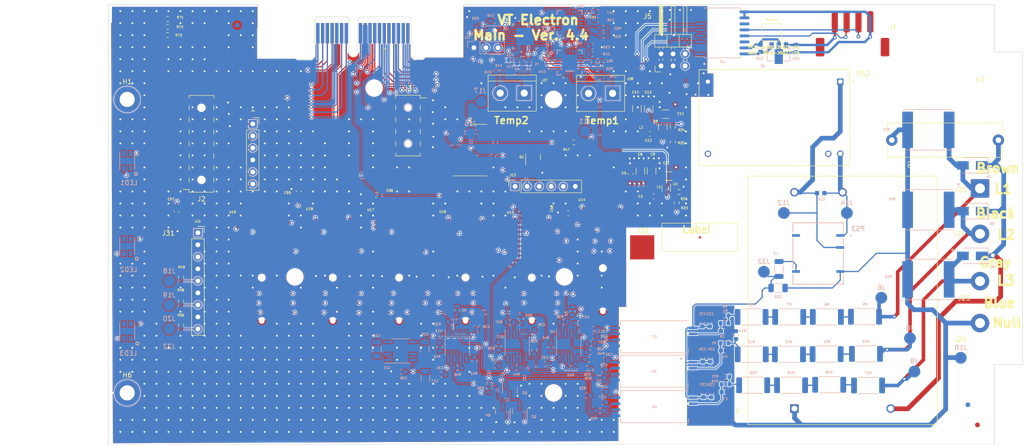
<source format=kicad_pcb>
(kicad_pcb (version 20240108) (generator "pcbnew") (generator_version "8.0")
  (layers (0 "F.Cu" signal) (1 "In1.Cu" signal) (2 "In2.Cu" signal) (31 "B.Cu" signal) (34 "B.Paste" user) (35 "F.Paste" user) (36 "B.SilkS" user "B.Silkscreen") (37 "F.SilkS" user "F.Silkscreen") (38 "B.Mask" user) (39 "F.Mask" user) (44 "Edge.Cuts" user))
  (net 0 "")
  (net 1 "GND")
  (net 2 "/SDAT7")
  (net 3 "+3V3")
  (net 4 "/uDTR")
  (net 5 "/uDCD")
  (net 6 "/uPWRKEY")
  (net 7 "/Alim")
  (net 8 "/uStatus")
  (net 9 "/RxD")
  (net 10 "/TxD")
  (net 11 "/SYN")
  (net 12 "/SCL")
  (net 13 "/SDAT2")
  (net 14 "/SCS")
  (net 15 "/SDAT3")
  (net 16 "/SDAT4")
  (net 17 "/SDAT5")
  (net 18 "/SDAT6")
  (net 19 "/UCC")
  (net 20 "/UR")
  (net 21 "/US")
  (net 22 "/UT")
  (net 23 "/UR+")
  (net 24 "/US+")
  (net 25 "Net-(R5-Pad2)")
  (net 26 "Net-(R6-Pad2)")
  (net 27 "Net-(R7-Pad2)")
  (net 28 "Net-(R10-Pad2)")
  (net 29 "Net-(R11-Pad2)")
  (net 30 "Net-(R12-Pad2)")
  (net 31 "Net-(R17-Pad2)")
  (net 32 "Net-(R18-Pad2)")
  (net 33 "Net-(R19-Pad2)")
  (net 34 "/RS485_RxD")
  (net 35 "/IRQ2")
  (net 36 "/READY")
  (net 37 "/SCLK")
  (net 38 "/MISO")
  (net 39 "/MOSI")
  (net 40 "/SS")
  (net 41 "/RS485_TxD")
  (net 42 "/RS485_DE")
  (net 43 "/BT_RxD")
  (net 44 "/BT_TxD")
  (net 45 "/LED3")
  (net 46 "/LED2")
  (net 47 "/LED1")
  (net 48 "/SW1")
  (net 49 "/BST1")
  (net 50 "/UT+")
  (net 51 "/ADE_Reset")
  (net 52 "/Enable")
  (net 53 "/BT_RTS")
  (net 54 "/BT_CTS")
  (net 55 "GNDS")
  (net 56 "/InfoV")
  (net 57 "/+5V")
  (net 58 "/US_Iso")
  (net 59 "/UR_Iso")
  (net 60 "/UT_Iso")
  (net 61 "/FB1")
  (net 62 "/VGSM")
  (net 63 "Net-(R1-Pad1)")
  (net 64 "Net-(R4-Pad1)")
  (net 65 "Net-(R16-Pad1)")
  (net 66 "/+3V67")
  (net 67 "/SW2")
  (net 68 "/BST2")
  (net 72 "/L1")
  (net 73 "/L2")
  (net 74 "/L3")
  (net 75 "/VCC2")
  (net 76 "/Vin")
  (net 77 "GND1")
  (net 78 "/U5V_Iso")
  (net 79 "/IRQ1")
  (net 80 "/iUR-")
  (net 81 "/iUR+")
  (net 82 "/iUS+")
  (net 83 "/iUS-")
  (net 84 "/iUT+")
  (net 85 "/iUT-")
  (net 86 "Earth")
  (net 89 "/Vopto")
  (net 90 "/+3V3_UC")
  (net 91 "Net-(LED1-Pad4)")
  (net 92 "Net-(LED2-Pad4)")
  (net 93 "Net-(LED3-Pad4)")
  (net 94 "Net-(R38-Pad1)")
  (net 95 "Net-(R39-Pad1)")
  (net 96 "Net-(R40-Pad1)")
  (net 97 "Net-(R41-Pad1)")
  (net 98 "Net-(R42-Pad1)")
  (net 99 "/-3V3")
  (net 100 "Net-(R27-Pad2)")
  (net 101 "Net-(R29-Pad2)")
  (net 102 "Net-(R31-Pad2)")
  (net 103 "Net-(K1-Pad1)")
  (net 104 "Net-(K1-Pad8)")
  (net 106 "Net-(R43-Pad1)")
  (net 107 "/C+")
  (net 108 "/C-")
  (net 113 "Net-(R2-Pad1)")
  (net 116 "Net-(R3-Pad1)")
  (net 119 "Net-(R15-Pad1)")
  (net 120 "Net-(J2-Pad9)")
  (net 121 "Net-(J2-Pad10)")
  (net 122 "Net-(J2-Pad11)")
  (net 123 "Net-(J2-Pad12)")
  (net 124 "Net-(J2-Pad13)")
  (net 125 "/FB2")
  (net 126 "/B-")
  (net 127 "/A+")
  (net 131 "/OSC32_IN")
  (net 132 "Net-(C42-Pad2)")
  (net 133 "/OSC32_OUT")
  (net 134 "Net-(C45-Pad1)")
  (net 135 "Net-(C45-Pad2)")
  (net 136 "Net-(C46-Pad1)")
  (net 137 "Net-(C46-Pad2)")
  (net 138 "/Temp_Txd")
  (net 139 "/SDIx")
  (net 140 "/SCLKx")
  (net 141 "/CS2")
  (net 142 "/SDO2")
  (net 143 "/CS1")
  (net 144 "/SDO1")
  (net 145 "/RDY1")
  (net 146 "/RDY2")
  (net 149 "Net-(R34-Pad2)")
  (net 150 "Net-(R51-Pad2)")
  (net 151 "/ISO_Txd")
  (net 155 "Net-(R34-Pad1)")
  (net 156 "Net-(R51-Pad1)")
  (net 157 "Net-(R52-Pad2)")
  (net 158 "Net-(R53-Pad1)")
  (net 159 "Net-(J21-Pad2)")
  (net 160 "Net-(J21-Pad3)")
  (net 175 "Net-(L3-Pad1)")
  (footprint "TestPoint:TestPoint_Pad_5.1x5.1mm" (layer "F.Cu") (at 112.6998 35.2552)
    (property "Reference" "J30")
    (property "Value" "Conn_01x01_Male" (hide yes))
  )
  (footprint "Capacitor_SMD:C_0603_1608Metric" (layer "F.Cu") (at 56.525 24.2 180)
    (property "Reference" "C56")
    (property "Value" "100n")
  )
  (footprint "Capacitor_SMD:C_1206_3216Metric" (layer "F.Cu") (at 118.3132 20.193 180)
    (property "Reference" "C2")
    (property "Value" "10uF/16V" (hide yes))
  )
  (footprint "TerminalBlock:TerminalBlock_bornier-2_P5.08mm" (layer "F.Cu") (at 87.8 2.667 180)
    (property "Reference" "J27")
    (property "Value" "Conn_01x02_Female")
  )
  (footprint "MountingHole:MountingHole_3.2mm_M3_ISO14580_Pad_TopBottom" (layer "F.Cu") (at 4 4)
    (property "Reference" "H1")
    (property "Value" "MountingHole")
  )
  (footprint "Capacitor_SMD:C_0603_1608Metric" (layer "F.Cu") (at 97.1042 28.067 180)
    (property "Reference" "C58")
    (property "Value" "100n")
  )
  (footprint "Connector_PinSocket_2.54mm:PinSocket_2x08_P2.54mm_Vertical_SMD_MOD" (layer "F.Cu") (at 19.675 13.385 180)
    (property "Reference" "J2")
    (property "Value" "Conn_02x08_Counter_Clockwise" (hide yes))
  )
  (footprint "PCI_SMD_MOD:10061913-100CLF" (layer "F.Cu") (at 61.4 41.65 -90)
    (property "Reference" "U17")
    (property "Value" "10061913-100CLF")
  )
  (footprint "Capacitor_SMD:C_1206_3216Metric" (layer "F.Cu") (at 114.0714 5.969 90)
    (property "Reference" "C13")
    (property "Value" "22uF/6,3V" (hide yes))
  )
  (footprint "Connector_Wire:DELTA_SolderWire-1.5sqmm_1x01_D1.7mm_OD3.9mm" (layer "F.Cu") (at 184.3278 22.7838)
    (property "Reference" "J23")
    (property "Value" "Conn_01x01_Female" (hide yes))
  )
  (footprint "Connector_Wire:DELTA_R_SolderWire-1.5sqmm_1x01_D1.7mm_OD3.9mm" (layer "F.Cu") (at 184 51.26)
    (property "Reference" "J26")
    (property "Value" "Conn_01x01_Female" (hide yes))
  )
  (footprint "Resistor_SMD:R_0603_1608Metric" (layer "F.Cu") (at 15.367 41.529 90)
    (property "Reference" "R49")
    (property "Value" "3k")
  )
  (footprint "TestPoint:TestPoint_Pad_5.1x5.1mm" (layer "F.Cu") (at 105.8672 14.1478)
    (property "Reference" "J29" (hide yes))
    (property "Value" "Conn_01x01_Male" (hide yes))
  )
  (footprint "Connector_PinHeader_2.54mm:PinHeader_2x03_P2.54mm_Horizontal" (layer "F.Cu") (at 116.68 -3.085 90)
    (property "Reference" "J5")
    (property "Value" "DS1022-2*10RF11x3" (hide yes))
  )
  (footprint "Resistor_SMD:R_0603_1608Metric" (layer "F.Cu") (at 98.27 13.08)
    (property "Reference" "R47")
    (property "Value" "47")
  )
  (footprint "Capacitor_SMD:C_1206_3216Metric" (layer "F.Cu") (at 114.681 19.1008 90)
    (property "Reference" "C9")
    (property "Value" "22uF/6,3V" (hide yes))
  )
  (footprint "Connector_PinSocket_2.54mm:PinSocket_2x05_P2.54mm_Vertical_SMD" (layer "F.Cu") (at 63.275 9.525)
    (property "Reference" "J3")
    (property "Value" "Conn_02x05_Counter_Clockwise")
  )
  (footprint "Connector_JST:A2501-SR04-XH4AWB" (layer "F.Cu") (at 157.099 -9.5504)
    (property "Reference" "J1")
    (property "Value" "Conn_01x04_Male")
  )
  (footprint "Inductanta744:744383130033" (layer "F.Cu") (at 114.1222 9.4742 -90)
    (property "Reference" "L2")
    (property "Value" "744383130033" (hide yes))
  )
  (footprint "Capacitor_SMD:C_0603_1608Metric" (layer "F.Cu") (at 40.2 23.425 90)
    (property "Reference" "C55")
    (property "Value" "100n")
  )
  (footprint "PCI_SMD_MOD:10061913-100CLF" (layer "F.Cu") (at 89.4 41.65 -90)
    (property "Reference" "U15")
    (property "Value" "10061913-100CLF")
  )
  (footprint "TerminalBlock:TerminalBlock_bornier-2_P5.08mm" (layer "F.Cu") (at 106.4514 2.7178 180)
    (property "Reference" "J28")
    (property "Value" "Conn_01x02_Female")
  )
  (footprint "Capacitor_SMD:C_1206_3216Metric" (layer "F.Cu") (at 112.3188 19.1262 90)
    (property "Reference" "C8")
    (property "Value" "22uF/6,3V" (hide yes))
  )
  (footprint "MountingHole:MountingHole_3.2mm_M3" (layer "F.Cu") (at 178.7144 74.0918)
    (property "Reference" "H12" (hide yes))
    (property "Value" "MountingHole" (hide yes))
  )
  (footprint "MountingHole:MountingHole_3.2mm_M3" (layer "F.Cu") (at 173.1746 -5.9968)
    (property "Reference" "H8" (hide yes))
    (property "Value" "MountingHole" (hide yes))
  )
  (footprint "Capacitor_SMD:C_0603_1608Metric" (layer "F.Cu") (at 102.3366 -14.7828 180)
    (property "Reference" "C51")
    (property "Value" "4,7n" (hide yes))
  )
  (footprint "MountingHole:MountingHole_3.2mm_M3" (layer "F.Cu") (at 56.125 1.61)
    (property "Reference" "H9" (hide yes))
    (property "Value" "MountingHole" (hide yes))
  )
  (footprint "Relay_SMD:Relay_Fujitsu_FTR-B4GA003" (layer "F.Cu") (at 76.3524 14.7066)
    (property "Reference" "K1")
    (property "Value" "FTR-B4GA003Z-B05")
  )
  (footprint "Inductanta744:744383130033" (layer "F.Cu") (at 114.7064 22.4282 -90)
    (property "Reference" "L1")
    (property "Value" "744383130033" (hide yes))
  )
  (footprint "MountingHole:MountingHole_3.2mm_M3" (layer "F.Cu") (at -16.8 19)
    (property "Reference" "H4" (hide yes))
    (property "Value" "MountingHole" (hide yes))
  )
  (footprint "TestPoint:TestPoint_Pad_5.1x5.1mm" (layer "F.Cu") (at 12.6492 35.7632)
    (property "Reference" "J31")
    (property "Value" "Conn_01x01_Male" (hide yes))
  )
  (footprint "Resistor_SMD:R_0603_1608Metric" (layer "F.Cu") (at 15.367 51.6636 90)
    (property "Reference" "R50")
    (property "Value" "3k")
  )
  (footprint "Capacitor_THT:C_Rect_L24.0mm_W7.0mm_P22.50mm_MKT" (layer "F.Cu") (at 187.8816 12.5984 180)
    (property "Reference" "C52")
    (property "Value" "F862DI224K310ZLH0J")
  )
  (footprint "Fiducial:Fiducial_1mm_Mask2mm" (layer "F.Cu") (at 183.4642 72.771)
    (property "Reference" "FID3" (hide yes))
    (property "Value" "Fiducial" (hide yes))
  )
  (footprint "Fiducial:Fiducial_1mm_Mask2mm" (layer "F.Cu") (at 28.1178 -6.7564)
    (property "Reference" "FID4" (hide yes))
    (property "Value" "Fiducial" (hide yes))
  )
  (footprint "Resistor_SMD:R_0603_1608Metric" (layer "F.Cu") (at 119.1768 9.906 90)
    (property "Reference" "R24")
    (property "Value" "4k7")
  )
  (footprint "Package_TO_SOT_SMD:SOT-563" (layer "F.Cu") (at 117.7798 22.8092 -90)
    (property "Reference" "U1")
    (property "Value" "AP62250Z6" (hide yes))
  )
  (footprint "PCI_SMD_MOD:10061913-100CLF" (layer "F.Cu") (at 32.4 41.65 -90)
    (property "Reference" "U19")
    (property "Value" "10061913-100CLF")
  )
  (footprint "Connector_PCBEdge:BUS_PCIexpress_x1" (layer "F.Cu") (at 63.25 -10 180)
    (property "Reference" "J7")
    (property "Value" "Bus_PCI_Express_x1_MOD")
    (fp_line (start 19.65 2.95) (end 19.15 3.45) (stroke (width 0.1)) (layer "Edge.Cuts"))
    (fp_line (start 19.65 -4.95) (end 19.65 2.95) (stroke (width 0.1)) (layer "Edge.Cuts"))
    (fp_line (start 12.95 3.45) (end 19.15 3.45) (stroke (width 0.1)) (layer "Edge.Cuts"))
    (fp_line (start 12.45 2.95) (end 12.95 3.45) (stroke (width 0.1)) (layer "Edge.Cuts"))
    (fp_line (start 12.45 -4) (end 12.45 2.95) (stroke (width 0.1)) (layer "Edge.Cuts"))
    (fp_line (start 10.55 2.95) (end 10.05 3.45) (stroke (width 0.1)) (layer "Edge.Cuts"))
    (fp_line (start 10.55 -4) (end 10.55 2.95) (stroke (width 0.1)) (layer "Edge.Cuts"))
    (fp_line (start -0.15 3.45) (end 10.05 3.45) (stroke (width 0.1)) (layer "Edge.Cuts"))
    (fp_line (start -0.65 2.95) (end -0.15 3.45) (stroke (width 0.1)) (layer "Edge.Cuts"))
    (fp_line (start -0.65 -4.95) (end -0.65 2.95) (stroke (width 0.1)) (layer "Edge.Cuts"))
    (fp_arc (start 10.55 -4) (mid 11.5 -4.95) (end 12.45 -4) (stroke (width 0.1)) (layer "Edge.Cuts"))
  )
  (footprint "Symbol:Eticheta" (layer "F.Cu") (at 124.8664 33.147 180)
    (property "Reference" "TP1" (hide yes))
    (property "Value" "Eticheta" (hide yes))
  )
  (footprint "PCI_SMD_MOD:10061913-100CLF" (layer "F.Cu") (at 75.41 41.63 -90)
    (property "Reference" "U16")
    (property "Value" "10061913-100CLF")
  )
  (footprint "Capacitor_SMD:C_0603_1608Metric" (layer "F.Cu") (at 14.45 27.725 -90)
    (property "Reference" "C57")
    (property "Value" "100n")
  )
  (footprint "Resistor_SMD:R_0603_1608Metric" (layer "F.Cu") (at 12.5476 -13.0048)
    (property "Reference" "R71")
    (property "Value" "220" (hide yes))
  )
  (footprint "Capacitor_SMD:C_1206_3216Metric" (layer "F.Cu") (at 111.5822 5.969 90)
    (property "Reference" "C14")
    (property "Value" "22uF/6,3V" (hide yes))
  )
  (footprint "MountingHole:MountingHole_3.2mm_M3" (layer "F.Cu") (at 96.3168 41.6052)
    (property "Reference" "H7" (hide yes))
    (property "Value" "MountingHole" (hide yes))
  )
  (footprint "Resistor_SMD:R_0603_1608Metric" (layer "F.Cu") (at 12.5476 -11.3284)
    (property "Reference" "R72")
    (property "Value" "220" (hide yes))
  )
  (footprint "Resistor_SMD:R_0603_1608Metric" (layer "F.Cu") (at 119.9896 25.8826 -90)
    (property "Reference" "R23")
    (property "Value" "4k7")
  )
  (footprint "PCI_SMD_MOD:10061913-100CLF" (layer "F.Cu") (at 47.4 41.65 -90)
    (property "Reference" "U18")
    (property "Value" "10061913-100CLF")
  )
  (footprint "Package_TO_SOT_SMD:SOT-563" (layer "F.Cu") (at 117.0432 9.7536 -90)
    (property "Reference" "U8")
    (property "Value" "AP62250Z6" (hide yes))
  )
  (footprint "Capacitor_SMD:C_0603_1608Metric" (layer "F.Cu") (at 115.0874 24.4856)
    (property "Reference" "C3")
    (property "Value" "100n" (hide yes))
  )
  (footprint "THM 10-0511:CONV_THM_10-0511" (layer "F.Cu") (at 140.61 7.87 180)
    (property "Reference" "PS2")
    (property "Value" "THM_10-0511")
  )
  (footprint "Connector_PinSocket_2.54mm:PinSocket_1x06_P2.54mm_Vertical" (layer "F.Cu") (at 85.877 22.3778 90)
    (property "Reference" "J13")
    (property "Value" "Conn_01x06_Female" (hide yes))
  )
  (footprint "MountingHole:MountingHole_3.2mm_M3_ISO14580_Pad_TopBottom" (layer "F.Cu") (at 4 66)
    (property "Reference" "H6")
    (property "Value" "MountingHole")
  )
  (footprint "RAC15:CONV_RAC15-12SK_480" (layer "F.Cu") (at 154.99 46.4575 90)
    (property "Reference" "PS1")
    (property "Value" "RAC15-05SK/480")
  )
  (footprint "MountingHole:MountingHole_3.2mm_M3" (layer "F.Cu") (at 94 4)
    (property "Reference" "H3" (hide yes))
    (property "Value" "MountingHole")
  )
  (footprint "Resistor_SMD:R_0603_1608Metric" (layer "F.Cu") (at 119.1768 13.0048 90)
    (property "Reference" "R25")
    (property "Value" "1k3")
  )
  (footprint "Capacitor_SMD:C_0603_1608Metric" (layer "F.Cu") (at 114.3124 11.303)
    (property "Reference" "C12")
    (property "Value" "100n")
  )
  (footprint "Connector_Wire:DELTA_R_SolderWire-1.5sqmm_1x01_D1.7mm_OD3.9mm" (layer "F.Cu") (at 184 32.4)
    (property "Reference" "J24")
    (property "Value" "Conn_01x01_Female" (hide yes))
  )
  (footprint "Package_TO_SOT_SMD:SOT-23" (layer "F.Cu") (at 89.67 16.15 90)
    (property "Reference" "Q1")
    (property "Value" "DTC143T")
  )
  (footprint "MountingHole:MountingHole_3.2mm_M3" (layer "F.Cu") (at 129.032 41.4782)
    (property "Reference" "H10" (hide yes))
    (property "Value" "MountingHole" (hide yes))
  )
  (footprint "Capacitor_SMD:C_0603_1608Metric" (layer "F.Cu") (at 110.2614 19.7612 90)
    (property "Reference" "C5")
    (property "Value" "100n")
  )
  (footprint "MountingHole:MountingHole_3.2mm_M3" (layer "F.Cu") (at -22.5937 28.3981)
    (property "Reference" "H5" (hide yes))
    (property "Value" "MountingHole" (hide yes))
  )
  (footprint "MountingHole:MountingHole_3.2mm_M3" (layer "F.Cu") (at 184 4)
    (property "Reference" "H2")
    (property "Value" "MountingHole")
  )
  (footprint "Resistor_SMD:R_0603_1608Metric" (layer "F.Cu") (at 120.4468 23.5712 180)
    (property "Reference" "R26")
    (property "Value" "1k5" (hide yes))
  )
  (footprint "MountingHole:MountingHole_3.2mm_M3" (layer "F.Cu") (at 39.4114 41.5036)
    (property "Reference" "H11" (hide yes))
    (property "Value" "MountingHole" (hide yes))
  )
  (footprint "Resistor_SMD:R_0603_1608Metric" (layer "F.Cu") (at 12.4968 -9.6012)
    (property "Reference" "R73")
    (property "Value" "220" (hide yes))
  )
  (footprint "Resistor_SMD:R_0603_1608Metric" (layer "F.Cu") (at 15.367 46.609 90)
    (property "Reference" "R48")
    (property "Value" "3k")
  )
  (footprint "Connector_PinSocket_2.54mm:PinSocket_1x06_P2.54mm_Vertical" (layer "F.Cu") (at 30.5054 9.1694)
    (property "Reference" "J4")
    (property "Value" "Conn_01x06_Female")
  )
  (footprint "Connector_Wire:DELTA_R_SolderWire-1.5sqmm_1x01_D1.7mm_OD3.9mm" (layer "F.Cu") (at 184 42.4)
    (property "Reference" "J25")
    (property "Value" "Conn_01x01_Female" (hide yes))
  )
  (footprint "Connector_PinSocket_2.54mm:PinSocket_1x09_P2.54mm_Vertical" (layer "F.Cu") (at 18.925 32.18)
    (property "Reference" "J15")
    (property "Value" "DS1002-03-1*36131(9)")
  )
  (footprint "PCI_SMD_MOD:10061913-100CLF" (layer "F.Cu") (at 104.4 39.65 -90)
    (property "Reference" "U14")
    (property "Value" "10061913-100CLF")
  )
  (footprint "Capacitor_SMD:C_1206_3216Metric" (layer "F.Cu") (at 117.6528 7.112 180)
    (property "Reference" "C11")
    (property "Value" "10uF/16V")
  )
  (footprint "Resistor_SMD:R_0603_1608Metric" (layer "B.Cu") (at 130.0779 51.2612 180)
    (property "Reference" "R4")
    (property "Value" "10")
  )
  (footprint "Capacitor_SMD:C_0603_1608Metric" (layer "B.Cu") (at 127.0762 58.6232 90)
    (property "Reference" "C24")
    (property "Value" "100n" (hide yes))
  )
  (footprint "MOVS4032V510:MOVS4032V460" (layer "B.Cu") (at 173.1 42.025 180)
    (property "Reference" "RV3")
    (property "Value" "MOVS4032V510" (hide yes))
  )
  (footprint "Resistor_SMD:R_0603_1608Metric" (layer "B.Cu") (at 97.65 60.85)
    (property "Reference" "R45")
    (property "Value" "15k")
  )
  (footprint "TestPoint:TestPoint_DELTA" (layer "B.Cu") (at 12.8778 47.4726 180)
    (property "Reference" "J19")
    (property "Value" "Conn_01x01_Female" (hide yes))
  )
  (footprint "TestPoint:TestPoint_DELTA" (layer "B.Cu") (at 12.8778 52.4764 180)
    (property "Reference" "J20")
    (property "Value" "Conn_01x01_Female" (hide yes))
  )
  (footprint "Connector_PinHeader_2.54mm:PinHeader_1x03_P2.54mm_Vertical" (layer "B.Cu") (at 77.1802 -6.9342 -90)
    (property "Reference" "J21")
    (property "Value" "Conn_01x03_Male")
  )
  (footprint "Resistor_SMD:R_2512_6332Metric" (layer "B.Cu") (at 159.7279 49.9112 180)
    (property "Reference" "R5")
    (property "Value" "249k")
  )
  (footprint "Resistor_SMD:R_2512_6332Metric" (layer "B.Cu") (at 136.1229 64.3912 180)
    (property "Reference" "R20")
    (property "Value" "249k")
  )
  (footprint "Capacitor_SMD:C_0603_1608Metric" (layer "B.Cu") (at 121.6406 -8.7376 90)
    (property "Reference" "C1")
    (property "Value" "100n")
  )
  (footprint "Capacitor_SMD:C_0603_1608Metric" (layer "B.Cu") (at 125.6284 66.1416 90)
    (property "Reference" "C22")
    (property "Value" "1uF" (hide yes))
  )
  (footprint "Resistor_SMD:R_0603_1608Metric" (layer "B.Cu") (at 100.9142 66.5734)
    (property "Reference" "R32")
    (property "Value" "3k")
  )
  (footprint "Resistor_SMD:R_0603_1608Metric" (layer "B.Cu") (at 89.916 56.9722 90)
    (property "Reference" "R38")
    (property "Value" "3k")
  )
  (footprint "Capacitor_SMD:C_1206_3216Metric" (layer "B.Cu") (at 56.71 56.76 90)
    (property "Reference" "C18")
    (property "Value" "10u")
  )
  (footprint "Capacitor_SMD:C_0603_1608Metric" (layer "B.Cu") (at 103.3272 -12.8016)
    (property "Reference" "C48")
    (property "Value" "100n")
  )
  (footprint "Package_SO:SO-8_3.9x4.9mm_P1.27mm" (layer "B.Cu") (at 97.183554 56.11 -90)
    (property "Reference" "U3")
    (property "Value" "LM358")
  )
  (footprint "Capacitor_SMD:C_1206_3216Metric" (layer "B.Cu") (at 66.81 56.75 90)
    (property "Reference" "C19")
    (property "Value" "10u")
  )
  (footprint "Capacitor_SMD:C_0603_1608Metric" (layer "B.Cu") (at 150.368 23.7998)
    (property "Reference" "C15")
    (property "Value" "100n")
  )
  (footprint "Capacitor_SMD:C_0603_1608Metric" (layer "B.Cu") (at 92.9386 -9.398 180)
    (property "Reference" "C42")
    (property "Value" "1u")
  )
  (footprint "Capacitor_SMD:C_0603_1608Metric" (layer "B.Cu") (at 130.0779 57.0612)
    (property "Reference" "C4")
    (property "Value" "1n")
  )
  (footprint "Resistor_SMD:R_2512_6332Metric" (layer "B.Cu") (at 143.7279 49.9612 180)
    (property "Reference" "R7")
    (property "Value" "249k")
  )
  (footprint "Crystal:Crystal_SMD_EuroQuartz_EQ161-2Pin_3.2x1.5mm" (layer "B.Cu") (at 87.503 -4.0894)
    (property "Reference" "Y1")
    (property "Value" "ECS-.327-6-34B-C-TR")
  )
  (footprint "LedSMD_Cree:CLM2D-GPC-CB0E0793" (layer "B.Cu") (at 4 17 90)
    (property "Reference" "LED1")
    (property "Value" "CLM2D-GPC-CB0E0793" (hide yes))
  )
  (footprint "Resistor_SMD:R_0603_1608Metric" (layer "B.Cu") (at 84.75 51.1)
    (property "Reference" "R37")
    (property "Value" "3k")
  )
  (footprint "Fiducial:Fiducial_1mm_Mask2mm" (layer "B.Cu") (at 27.2034 -11.684 180)
    (property "Reference" "FID1" (hide yes))
    (property "Value" "Fiducial" (hide yes))
  )
  (footprint "MOVS4032V510:MOVS4032V460" (layer "B.Cu") (at 173.1 10.425 180)
    (property "Reference" "RV1")
    (property "Value" "MOVS4032V510" (hide yes))
  )
  (footprint "TestPoint:TestPoint_DELTA" (layer "B.Cu") (at 138.3792 40.4114 180)
    (property "Reference" "J32")
    (property "Value" "Conn_01x01_Female" (hide yes))
  )
  (footprint "Resistor_SMD:R_0603_1608Metric" (layer "B.Cu") (at 101.9048 55.6006)
    (property "Reference" "R27")
    (property "Value" "3k")
  )
  (footprint "Capacitor_SMD:C_0603_1608Metric" (layer "B.Cu") (at 70.358 62.1538 180)
    (property "Reference" "C34")
    (property "Value" "100n" (hide yes))
  )
  (footprint "Resistor_SMD:R_2512_6332Metric" (layer "B.Cu") (at 151.6779 49.9612 180)
    (property "Reference" "R6")
    (property "Value" "249k")
  )
  (footprint "Resistor_SMD:R_0603_1608Metric" (layer "B.Cu") (at 77.3 59.3 -90)
    (property "Reference" "R42")
    (property "Value" "3k")
  )
  (footprint "Resistor_SMD:R_0603_1608Metric" (layer "B.Cu") (at 69.93 56.34 90)
    (property "Reference" "R43")
    (property "Value" "3k")
  )
  (footprint "Capacitor_SMD:C_0603_1608Metric" (layer "B.Cu") (at 102.3874 54.0258 180)
    (property "Reference" "C28")
    (property "Value" "100n" (hide yes))
  )
  (footprint "AMC1400:AMC1400QDWLRQ1" (layer "B.Cu") (at 115.22 61.42 180)
    (property "Reference" "U4")
    (property "Value" "AMC1400QDWLRQ1" (hide yes))
  )
  (footprint "Capacitor_SMD:C_0603_1608Metric" (layer "B.Cu") (at 104.2162 61.1124 180)
    (property "Reference" "C29")
    (property "Value" "100n" (hide yes))
  )
  (footprint "Resistor_SMD:R_0603_1608Metric" (layer "B.Cu") (at 104.5464 -9.4742)
    (property "Reference" "R34")
    (property "Value" "2k 0.1%")
  )
  (footprint "Capacitor_SMD:C_1206_3216Metric" (layer "B.Cu") (at 141.3764 43.8404)
    (property "Reference" "C53")
    (property "Value" "10uF/16V")
  )
  (footprint "Resistor_SMD:R_0603_1608Metric" (layer "B.Cu") (at 101.025 60.875)
    (property "Reference" "R30")
    (property "Value" "3k")
  )
  (footprint "Capacitor_SMD:C_0603_1608Metric" (layer "B.Cu") (at 102.3874 52.4764 180)
    (property "Reference" "C31")
    (property "Value" "1uF" (hide yes))
  )
  (footprint "TestPoint:TestPoint_DELTA" (layer "B.Cu") (at 179.9336 58.5978 180)
    (property "Reference" "J10")
    (property "Value" "Conn_01x01_Female" (hide yes))
  )
  (footprint "Resistor_SMD:R_0603_1608Metric" (layer "B.Cu") (at 103.8098 69.7484)
    (property "Reference" "R31")
    (property "Value" "3k")
  )
  (footprint "Capacitor_SMD:C_0603_1608Metric" (layer "B.Cu") (at 90.7542 52.7558)
    (property "Reference" "C38")
    (property "Value" "100n" (hide yes))
  )
  (footprint "LedSMD_Cree:CLM2D-GPC-CB0E0793" (layer "B.Cu") (at 4 35 90)
    (property "Reference" "LED2")
    (property "Value" "CLM2D-GPC-CB0E0793" (hide yes))
  )
  (footprint "Package_SO:VSSOP-8_2.4x2.1mm_P0.5mm" (layer "B.Cu") (at 81.2038 -10.3632 180)
    (property "Reference" "U9")
    (property "Value" "74LVC2G157")
  )
  (footprint "TestPoint:TestPoint_DELTA" (layer "B.Cu") (at 100.6348 10.7442 180)
    (property "Reference" "J11")
    (property "Value" "Conn_01x01_Female" (hide yes))
  )
  (footprint "AMC1400:AMC1400QDWLRQ1" (layer "B.Cu") (at 115.32 68.92 180)
    (property "Reference" "U6")
    (property "Value" "AMC1400QDWLRQ1" (hide yes))
  )
  (footprint "Package_TO_SOT_SMD:SOT-23" (layer "B.Cu") (at 84.7852 65.4304 -90)
    (property "Reference" "Q3")
    (property "Value" "DTC143E" (hide yes))
  )
  (footprint "Capacitor_SMD:C_1206_3216Metric" (layer "B.Cu") (at 66.95 62.95 90)
    (property "Reference" "C17")
    (property "Value" "10u")
  )
  (footprint "Resistor_SMD:R_2512_6332Metric" (layer "B.Cu") (at 143.6779 57.8612 180)
    (property "Reference" "R12")
    (property "Value" "249k")
  )
  (footprint "Resistor_SMD:R_0603_1608Metric" (layer "B.Cu") (at 97.9932 48.7426 90)
    (property "Reference" "R3")
    (property "Value" "3k")
  )
  (footprint "Capacitor_SMD:C_0603_1608Metric" (layer "B.Cu") (at 130.2529 65.8312)
    (property "Reference" "C7")
    (property "Value" "1n")
  )
  (footprint "Resistor_SMD:R_0603_1608Metric" (layer "B.Cu") (at 103.3018 -4.064)
    (property "Reference" "R51")
    (property "Value" "2k 0.1%")
  )
  (footprint "TestPoint:TestPoint_DELTA" (layer "B.Cu") (at 12.8778 58.3692 180)
    (property "Reference" "J22")
    (property "Value" "Conn_01x01_Female")
  )
  (footprint "Capacitor_SMD:C_0603_1608Metric" (layer "B.Cu") (at 102.1842 -5.6388)
    (property "Reference" "C49")
    (property "Value" "100n")
  )
  (footprint "Capacitor_SMD:C_0603_1608Metric" (layer "B.Cu") (at 82.55 -1.7272)
    (property "Reference" "C45")
    (property "Value" "10n")
  )
  (footprint "MOVS4032V510:MOVS4032V460" (layer "B.Cu") (at 173.1 27.325 180)
    (property "Reference" "RV2")
    (property "Value" "MOVS4032V510" (hide yes))
  )
  (footprint "Capacitor_SMD:C_0603_1608Metric" (layer "B.Cu") (at 81.6102 60.2488 180)
    (property "Reference" "C35")
    (property "Value" "100n" (hide yes))
  )
  (footprint "Resistor_SMD:R_0603_1608Metric" (layer "B.Cu") (at 132.4779 53.7862 90)
    (property "Reference" "R14")
    (property "Value" "150")
  )
  (footprint "TestPoint:TestPoint_DELTA" (layer "B.Cu") (at 78.7908 4.4704 180)
    (property "Reference" "J17")
    (property "Value" "Conn_01x01_Female" (hide yes))
  )
  (footprint "Capacitor_SMD:C_0603_1608Metric" (layer "B.Cu") (at 145.1356 -6.731 -90)
    (property "Reference" "C25")
    (property "Value" "100n")
  )
  (footprint "Diode_SMD:D_SMA" (layer "B.Cu") (at 182.372 37.0586 180)
    (property "Reference" "D6")
    (property "Value" "BYG21M-E3/TR")
  )
  (footprint "Capacitor_SMD:C_0603_1608Metric" (layer "B.Cu") (at 102.1842 -7.239)
    (property "Reference" "C50")
    (property "Value" "100n")
  )
  (footprint "TestPoint:TestPoint_DELTA" (layer "B.Cu") (at 170.1546 61.4934 180)
    (property "Reference" "J9")
    (property "Value" "Conn_01x01_Female" (hide yes))
  )
  (footprint "Capacitor_SMD:C_0603_1608Metric" (layer "B.Cu") (at 99.2508 51.2318)
    (property "Reference" "C37")
    (property "Value" "100n" (hide yes))
  )
  (footprint "NXE2S0505MC-R7:NXE2_SINGLE_SURFACE_MUR" (layer "B.Cu") (at 149.8346 36.5506 180)
    (property "Reference" "PS3")
    (property "Value" "NXE2S0505MC-R7")
  )
  (footprint "Capacitor_SMD:C_0603_1608Metric" (layer "B.Cu") (at 92.1766 59.9694 180)
    (property "Reference" "C33")
    (property "Value" "100n" (hide yes))
  )
  (footprint "Resistor_SMD:R_2512_6332Metric" (layer "B.Cu") (at 151.6279 57.8112 180)
    (property "Reference" "R11")
    (property "Value" "249k")
  )
  (footprint "AMC1400:AMC1400QDWLRQ1" (layer "B.Cu") (at 115.27 54.17 180)
    (property "Reference" "U7")
    (property "Value" "AMC1400QDWLRQ1" (hide yes))
  )
  (footprint "Fiducial:Fiducial_1mm_Mask2mm" (layer "B.Cu") (at 181.4322 68.5038 180)
    (property "Reference" "FID2" (hide yes))
    (property "Value" "Fiducial" (hide yes))
  )
  (footprint "Diode_SMD:D_SMA" (layer "B.Cu") (at 182.372 27.6098 180)
    (property "Reference" "D5")
    (property "Value" "BYG21M-E3/TR")
  )
  (footprint "TestPoint:TestPoint_DELTA" (layer "B.Cu") (at 163.1711 45.9074 180)
    (property "Reference" "J6")
    (property "Value" "Conn_01x01_Female" (hide yes))
  )
  (footprint "Capacitor_SMD:C_0603_1608Metric" (layer "B.Cu") (at 103.7844 -0.635)
    (property "Reference" "C46")
    (property "Value" "10n")
  )
  (footprint "Resistor_SMD:R_2512_6332Metric" (layer "B.Cu") (at 144.1229 64.3912 180)
    (property "Reference" "R19")
    (property "Value" "249k")
  )
  (footprint "Resistor_SMD:R_0603_1608Metric" (layer "B.Cu") (at 73.75 60.74)
    (property "Reference" "R46")
    (property "Value" " 15k")
  )
  (footprint "Resistor_SMD:R_0603_1608Metric" (layer "B.Cu") (at 80.425 65.075 -90)
    (property "Reference" "R35")
    (property "Value" "1k")
  )
  (footprint "Capacitor_SMD:C_0603_1608Metric" (layer "B.Cu") (at 126.9492 51.181 90)
    (property "Reference" "C23")
    (property "Value" "1uF" (hide yes))
  )
  (footprint "Diode_SMD:D_SMA" (layer "B.Cu") (at 182.372 17.9324 180)
    (property "Reference" "D4")
    (property "Value" "BYG21M-E3/TR")
  )
  (footprint "Resistor_SMD:R_2512_6332Metric" (layer "B.Cu") (at 135.7779 49.9612 180)
    (property "Reference" "R8")
    (property "Value" "249k")
  )
  (footprint "Capacitor_SMD:C_0603_1608Metric" (layer "B.Cu") (at 104.2924 67.9704 180)
    (property "Reference" "C27")
    (property "Value" "100n" (hide yes))
  )
  (footprint "Resistor_SMD:R_0603_1608Metric" (layer "B.Cu") (at 93.44 56.37 90)
    (property "Reference" "R41")
    (property "Value" "3k")
  )
  (footprint "TestPoint:TestPoint_DELTA" (layer "B.Cu") (at 142.5956 27.9908 180)
    (property "Reference" "J12")
    (property "Value" "Conn_01x01_Female" (hide yes))
  )
  (footprint "Capacitor_SMD:C_0603_1608Metric" (layer "B.Cu") (at 127.285648 66.167 90)
    (property "Reference" "C20")
    (property "Value" "100n" (hide yes))
  )
  (footprint "TestPoint:TestPoint_DELTA" (layer "B.Cu") (at 76.5048 11.2522 180)
    (property "Reference" "J16")
    (property "Value" "Conn_01x01_Female" (hide yes))
  )
  (footprint "TestPoint:TestPoint_DELTA" (layer "B.Cu") (at 169.2148 54.4576 180)
    (property "Reference" "J8")
    (property "Value" "Conn_01x01_Female" (hide yes))
  )
  (footprint "MSP430FR2672TRHBR:VQFN32_5X5_TEX" (layer "B.Cu") (at 87.9602 -9.2964)
    (property "Reference" "U22")
    (property "Value" "MSP430FR2672TRHBR")
  )
  (footprint "Resistor_SMD:R_0603_1608Metric" (layer "B.Cu") (at 82.39 56.155 90)
    (property "Reference" "R39")
    (property "Value" "3k")
  )
  (footprint "Package_SO:SOIC-16W_7.5x10.3mm_P1.27mm" (layer "B.Cu") (at 129.64 -10.06)
    (property "Reference" "U2")
    (property "Value" "ISO3082DW")
  )
  (footprint "MAX31865:21-0140L_T2055-5_MXM" (layer "B.Cu") (at 97.3582 -12.1666 180)
    (property "Reference" "U11")
    (property "Value" "MAX31865ATP+T")
  )
  (footprint "Resistor_SMD:R_0603_1608Metric" (layer "B.Cu") (at 96.09 51.06)
    (property "Reference" "R36")
    (property "Value" "3k")
  )
  (footprint "Resistor_SMD:R_0603_1608Metric" (layer "B.Cu") (at 101.727 57.3786 180)
    (property "Reference" "R28")
    (property "Value" "3k")
  )
  (footprint "MAX31865:21-0140L_T2055-5_MXM" (layer "B.Cu") (at 97.3836 -3.7846 180)
    (property "Reference" "U20")
    (property "Value" "MAX31865ATP+T")
  )
  (footprint "Resistor_SMD:R_2512_6332Metric" (layer "B.Cu") (at 159.9279 57.7612 180)
    (property "Reference" "R10")
    (property "Value" "249k")
  )
  (footprint "Resistor_SMD:R_0603_1608Metric" (layer "B.Cu") (at 103.2764 -2.4638)
    (property "Reference" "R53")
    (property "Value" "2k 0.1%")
  )
  (footprint "Capacitor_SMD:C_0603_1608Metric" (layer "B.Cu") (at 104.648 59.1058 180)
    (property "Reference" "C32")
    (property "Value" "1uF" (hide yes))
  )
  (footprint "Package_SO:SO-8_3.9x4.9mm_P1.27mm" (layer "B.Cu") (at 61.71 57.15)
    (property "Reference" "U21")
    (property "Value" "LM2662MX")
  )
  (footprint "TestPoint:TestPoint_DELTA" (layer "B.Cu") (at 155.9052 27.9908 180)
    (property "Reference" "J14")
    (property "Value" "Conn_01x01_Female" (hide yes))
  )
  (footprint "Resistor_SMD:R_0603_1608Metric" (layer "B.Cu") (at 130.0779 49.6612 180)
    (property "Reference" "R9")
    (property "Value" "150")
  )
  (footprint "Capacitor_SMD:C_0603_1608Metric" (layer "B.Cu") (at 137.668 -6.8072 90)
    (property "Reference" "C10")
    (property "Value" "100n")
  )
  (footprint "Capacitor_SMD:C_0603_1608Metric" (layer "B.Cu") (at 77.8256 51.8792 90)
    (property "Reference" "C39")
    (property "Value" "100n" (hide yes))
  )
  (footprint "TestPoint:TestPoint_DELTA" (layer "B.Cu") (at 12.8778 42.3926 180)
    (property "Reference" "J18")
    (property "Value" "Conn_01x01_Female" (hide yes))
  )
  (footprint "Resistor_SMD:R_0603_1608Metric" (layer "B.Cu") (at 77.724 -10.4648 90)
    (property "Reference" "R33")
    (property "Value" "47k")
  )
  (footprint "Resistor_SMD:R_0603_1608Metric" (layer "B.Cu") (at 130.2729 62.5912 180)
    (property "Reference" "R21")
    (property "Value" "150")
  )
  (footprint "Package_TO_SOT_SMD:SOT-23" (layer "B.Cu") (at 86.868 69.8754 90)
    (property "Reference" "Q2")
    (property "Value" "DTC143E" (hide yes))
  )
  (footprint "Package_SO:SO-8_3.9x4.9mm_P1.27mm" (layer "B.Cu") (at 86.323554 56.11 -90)
    (property "Reference" "U12")
    (property "Value" "LM358")
  )
  (footprint "Capacitor_SMD:C_0603_1608Metric" (layer "B.Cu") (at 85.9028 -1.8034 180)
    (property "Reference" "C41")
    (property "Value" "10p")
  )
  (footprint "Package_TO_SOT_SMD:SOT-23" (layer "B.Cu") (at 83.2866 69.8754 90)
    (property "Reference" "Q4")
    (property "Value" "DTC143E" (hide yes))
  )
  (footprint "Resistor_SMD:R_0603_1608Metric" (layer "B.Cu") (at 72.58 51.08)
    (property "Reference" "R22")
    (property "Value" "3k")
  )
  (footprint "Resistor_SMD:R_0603_1608Metric" (layer "B.Cu") (at 130.0779 55.5112 180)
    (property "Reference" "R1")
    (property "Value" "10")
  )
  (footprint "Resistor_SMD:R_0603_1608Metric" (layer "B.Cu") (at 101.473 58.9788)
    (property "Reference" "R40")
    (property "Value" "3k")
  )
  (footprint "Package_SO:SO-8_3.9x4.9mm_P1.27mm" (layer "B.Cu") (at 73.683554 56.11 -90)
    (property "Reference" "U13")
    (property "Value" "LM358")
  )
  (footprint "Capacitor_SMD:C_0603_1608Metric" (layer "B.Cu") (at 61.849 61.5442 180)
    (property "Reference" "C36")
    (property "Value" "100n")
  )
  (footprint "Capacitor_SMD:C_0603_1608Metric" (layer "B.Cu") (at 103.3526 -14.4272)
    (property "Reference" "C47")
    (property "Value" "100n")
  )
  (footprint "Capacitor_SMD:C_0603_1608Metric" (layer "B.Cu") (at 89.1794 -1.8034)
    (property "Reference" "C44")
    (property "Value" "10p")
  )
  (footprint "Resistor_SMD:R_2512_6332Metric" (layer "B.Cu") (at 160.3729 64.4412 180)
    (property "Reference" "R17")
    (property "Value" "249k")
  )
  (footprint "Capacitor_SMD:C_0603_1608Metric" (layer "B.Cu") (at 104.267 65.786 180)
    (property "Reference" "C30")
    (property "Value" "1uF" (hide yes))
  )
  (footprint "LedSMD_Cree:CLM2D-GPC-CB0E0793" (layer "B.Cu") (at 4 53 90)
    (property "Reference" "LED3")
    (property "Value" "CLM2D-GPC-CB0E0793" (hide yes))
  )
  (footprint "Capacitor_SMD:C_0603_1608Metric" (layer "B.Cu") (at 125.476 58.6362 90)
    (property "Reference" "C26")
    (property "Value" "1uF" (hide yes))
  )
  (footprint "Inductor_SMD:L_1206_3216Metric" (layer "B.Cu") (at 141.5796 39.8272 -90)
    (property "Reference" "L3")
    (property "Value" "CBC3225T220MR")
  )
  (footprint "Resistor_SMD:R_2512_6332Metric" (layer "B.Cu") (at 152.1729 64.2912 180)
    (property "Reference" "R18")
    (property "Value" "249k")
  )
  (footprint "Resistor_SMD:R_2512_6332Metric" (layer "B.Cu") (at 135.8138 57.8612 180)
    (property "Reference" "R13")
    (property "Value" "249k")
  )
  (footprint "Resistor_SMD:R_0603_1608Metric" (layer "B.Cu") (at 130.2729 64.1912 180)
    (property "Reference" "R16")
    (property "Value" "10")
  )
  (footprint "Resistor_SMD:R_0603_1608Metric" (layer "B.Cu") (at 86.1568 60.6806)
    (property "Reference" "R44")
    (property "Value" "15k")
  )
  (footprint "Capacitor_SMD:C_0603_1608Metric" (layer "B.Cu") (at 83.7184 -4.2672)
    (property "Reference" "C43")
    (property "Value" "100n")
  )
  (footprint "Resistor_SMD:R_0603_1608Metric" (layer "B.Cu") (at 87.09 50.365 90)
    (property "Reference" "R15")
    (property "Value" "3k")
  )
  (footprint "Resistor_SMD:R_0603_1608Metric" (layer "B.Cu") (at 103.8606 62.8396)
    (property "Reference" "R29")
    (property "Value" "3k")
  )
  (footprint "Capacitor_SMD:C_0603_1608Metric" (layer "B.Cu") (at 130.0779 52.9612)
    (property "Reference" "C6")
    (property "Value" "1n")
  )
  (footprint "Capacitor_SMD:C_0603_1608Metric" (layer "B.Cu") (at 125.3744 51.181 90)
    (property "Reference" "C21")
    (property "Value" "100n" (hide yes))
  )
  (footprint "Resistor_SMD:R_0603_1608Metric" (layer "B.Cu") (at 73.66 48.565 90)
    (property "Reference" "R2")
    (property "Value" "3k")
  )
  (footprint "Resistor_SMD:R_0603_1608Metric" (layer "B.Cu") (at 104.521 -11.0744 180)
    (property "Reference" "R52")
    (property "Value" "2k 0.1%")
  )
  (footprint "Package_TO_SOT_SMD:SOT-89-3" (layer "B.Cu") (at 141.5288 -5.7912 -90)
    (property "Reference" "U5")
    (property "Value" "L78L05ACUTR" (hide yes))
  )
  (footprint "Capacitor_SMD:C_0603_1608Metric" (layer "B.Cu") (at 81.534 -12.5984)
    (property "Reference" "C40")
    (property "Value" "100n")
  )
  (gr_circle (center 5.842 19.7358) (end 6.152047 19.7358) (stroke (width 0.2)) (fill none) (layer "B.SilkS"))
  (gr_circle (center 6.1468 55.5752) (end 6.456847 55.5752) (stroke (width 0.2)) (fill none) (layer "B.SilkS"))
  (gr_circle (center 6.0452 37.6682) (end 6.355247 37.6682) (stroke (width 0.2)) (fill none) (layer "B.SilkS"))
  (gr_rect (start 137.9474 -12.0396) (end 142.0622 -8.382) (stroke (width 0.1)) (fill none) (layer "F.SilkS"))
  (gr_line (start 63.9 -5.05) (end 64.52 -4.43) (stroke (width 0.1)) (layer "Edge.Cuts"))
  (gr_line (start 39.83 -4.43) (end 39.55 -4.71) (stroke (width 0.1)) (layer "Edge.Cuts"))
  (gr_line (start 187 -16) (end 187 -6) (stroke (width 0.1)) (layer "Edge.Cuts"))
  (gr_line (start 31.55 -4.71) (end 31.55 -16) (stroke (width 0.1)) (layer "Edge.Cuts"))
  (gr_line (start 64.52 -4.43) (end 66.45 -4.43) (stroke (width 0.1)) (layer "Edge.Cuts"))
  (gr_line (start 193 -6) (end 187 -6) (stroke (width 0.1)) (layer "Edge.Cuts"))
  (gr_line (start 187 77) (end 0 77) (stroke (width 0.1)) (layer "Edge.Cuts"))
  (gr_line (start 0 -16) (end 31.55 -16) (stroke (width 0.1)) (layer "Edge.Cuts"))
  (gr_line (start 74.92 -4.9) (end 74.92 -16) (stroke (width 0.1)) (layer "Edge.Cuts"))
  (gr_line (start 42.98 -4.43) (end 39.83 -4.43) (stroke (width 0.1)) (layer "Edge.Cuts"))
  (gr_line (start 187 -16) (end 149 -16) (stroke (width 0.1)) (layer "Edge.Cuts"))
  (gr_line (start 74.92 -16) (end 149 -16) (stroke (width 0.1)) (layer "Edge.Cuts"))
  (gr_line (start 193 -6) (end 193 60) (stroke (width 0.1)) (layer "Edge.Cuts"))
  (gr_line (start 0 -16) (end 0 0) (stroke (width 0.1)) (layer "Edge.Cuts"))
  (gr_line (start 0 77) (end 0 0) (stroke (width 0.1)) (layer "Edge.Cuts"))
  (gr_line (start 66.45 -4.43) (end 66.92 -4.9) (stroke (width 0.1)) (layer "Edge.Cuts"))
  (gr_line (start 31.55 -4.71) (end 39.55 -4.71) (stroke (width 0.1)) (layer "Edge.Cuts"))
  (gr_line (start 43.6 -5.05) (end 42.98 -4.43) (stroke (width 0.1)) (layer "Edge.Cuts"))
  (gr_line (start 187 60) (end 193 60) (stroke (width 0.1)) (layer "Edge.Cuts"))
  (gr_line (start 66.92 -4.9) (end 74.92 -4.9) (stroke (width 0.1)) (layer "Edge.Cuts"))
  (gr_line (start 187 60) (end 187 77) (stroke (width 0.1)) (layer "Edge.Cuts"))
  (gr_text "Gray" (at 187.2234 38.4048 0) (layer "F.SilkS") (effects (font (size 2 2) (thickness 0.5))))
  (gr_text "Temp2\n" (at 85.09 8.4328 0) (layer "F.SilkS") (effects (font (size 1.5 1.5) (thickness 0.3))))
  (gr_text "Black\n" (at 187.2996 28.0924 0) (layer "F.SilkS") (effects (font (size 2 2) (thickness 0.5))))
  (gr_text "L2" (at 189.5602 32.6136 0) (layer "F.SilkS") (effects (font (size 2 2) (thickness 0.5))))
  (gr_text "Temp1" (at 104.2162 8.4582 0) (layer "F.SilkS") (effects (font (size 1.5 1.5) (thickness 0.3))))
  (gr_text "Brown\n" (at 187.7314 18.542 0) (layer "F.SilkS") (effects (font (size 2 2) (thickness 0.5))))
  (gr_text "L1" (at 188.8998 22.9108 0) (layer "F.SilkS") (effects (font (size 2 2) (thickness 0.5))))
  (gr_text "Assy : 3905-30027-06" (at 140.462 -5.842 0) (layer "F.SilkS") (effects (font (size 0.6 0.6))))
  (gr_text "L3" (at 189.4586 42.291 0) (layer "F.SilkS") (effects (font (size 2 2) (thickness 0.5))))
  (gr_text "Label" (at 124.1806 31.496 0) (layer "F.SilkS") (effects (font (size 1.5 1.5) (thickness 0.3))))
  (gr_text "  VT Electron\nMain - Ver. 4.4" (at 89.2048 -11.176 0) (layer "F.SilkS") (effects (font (size 2 2) (thickness 0.5))))
  (gr_text "Passed" (at 140.1318 -12.8524 0) (layer "F.SilkS") (effects (font (size 0.5 0.5) (thickness 0.1))))
  (gr_text "Null\n" (at 189.738 51.1556 0) (layer "F.SilkS") (effects (font (size 2 2) (thickness 0.5))))
  (gr_text "PCB : 4905-30027-06 " (at 140.7414 -7.0358 0) (layer "F.SilkS") (effects (font (size 0.6 0.6))))
  (gr_text "Blue\n\n" (at 188.087 48.6156 0) (layer "F.SilkS") (effects (font (size 2 2) (thickness 0.5))))
  (segment (start 25.425 4.475) (end 25.25 4.65) (width 0.25) (layer "F.Cu") (net 1))
  (segment (start 118.301 13.8298) (end 117.983 14.1478) (width 0.25) (layer "F.Cu") (net 1))
  (segment (start 87.376 -15.367) (end 85.9282 -13.9192) (width 0.25) (layer "F.Cu") (net 1))
  (segment (start 43.799999 41.249999) (end 43.85 41.3) (width 0.25) (layer "F.Cu") (net 1))
  (segment (start 65.795 12.06) (end 68.64 12.06) (width 0.25) (layer "F.Cu") (net 1))
  (segment (start 57.799999 42.999999) (end 57.799999 41.349999) (width 0.25) (layer "F.Cu") (net 1))
  (segment (start 91.74 19.48) (end 91.62 19.48) (width 0.25) (layer "F.Cu") (net 1))
  (segment (start 65.795 14.605) (end 68.02 14.605) (width 0.25) (layer "F.Cu") (net 1))
  (segment (start 85.8 40) (end 85.8 41.6) (width 0.25) (layer "F.Cu") (net 1))
  (segment (start 71.799999 41.625001) (end 71.85 41.575) (width 0.25) (layer "F.Cu") (net 1))
  (segment (start 91.948 -15.367) (end 87.376 -15.367) (width 0.25) (layer "F.Cu") (net 1))
  (segment (start 51 39.999997) (end 51 41.325) (width 0.25) (layer "F.Cu") (net 1))
  (segment (start 65.795 6.98) (end 68.37 6.98) (width 0.25) (layer "F.Cu") (net 1))
  (segment (start 25.435 7.035) (end 25.45 7.05) (width 0.25) (layer "F.Cu") (net 1))
  (segment (start 43.799999 39.999997) (end 43.799999 41.249999) (width 0.25) (layer "F.Cu") (net 1))
  (segment (start 43.799999 42.999999) (end 43.799999 41.350001) (width 0.25) (layer "F.Cu") (net 1))
  (segment (start 65.795 9.52) (end 68.18 9.52) (width 0.25) (layer "F.Cu") (net 1))
  (segment (start 65 39.999997) (end 65 41.375) (width 0.25) (layer "F.Cu") (net 1))
  (segment (start 25.6 9.575) (end 25.675 9.65) (width 0.25) (layer "F.Cu") (net 1))
  (segment (start 79 39.999997) (end 79 41.45) (width 0.25) (layer "F.Cu") (net 1))
  (segment (start 43.799999 41.350001) (end 43.85 41.3) (width 0.25) (layer "F.Cu") (net 1))
  (segment (start 53.475 24.2) (end 53.325 24.05) (width 0.25) (layer "F.Cu") (net 1))
  (segment (start 68.02 14.605) (end 68.525 14.1) (width 0.25) (layer "F.Cu") (net 1))
  (segment (start 75.4888 -13.1318) (end 75.4888 -7.493) (width 0.25) (layer "F.Cu") (net 1))
  (segment (start 65.795 4.44) (end 68.285 4.44) (width 0.25) (layer "F.Cu") (net 1))
  (segment (start 68.85 11.85) (end 68.65 11.85) (width 0.25) (layer "F.Cu") (net 1))
  (segment (start 119.1768 13.8298) (end 118.301 13.8298) (width 0.25) (layer "F.Cu") (net 1))
  (segment (start 79.029998 45.999998) (end 79.01 45.98) (width 0.2) (layer "F.Cu") (net 1))
  (segment (start 93 40) (end 93 41.4) (width 0.25) (layer "F.Cu") (net 1))
  (segment (start 51 41.425) (end 50.95 41.375) (width 0.25) (layer "F.Cu") (net 1))
  (segment (start 94.9198 27.8892) (end 96.1514 27.8892) (width 0.25) (layer "F.Cu") (net 1))
  (segment (start 14.45 31.675) (end 14.45 28.5) (width 0.25) (layer "F.Cu") (net 1))
  (segment (start 22.195 7.035) (end 25.435 7.035) (width 0.25) (layer "F.Cu") (net 1))
  (segment (start 40.2 22.65) (end 38.95 22.65) (width 0.25) (layer "F.Cu") (net 1))
  (segment (start 71.799999 41.524999) (end 71.85 41.575) (width 0.25) (layer "F.Cu") (net 1))
  (segment (start 71.799999 42.999999) (end 71.799999 41.625001) (width 0.25) (layer "F.Cu") (net 1))
  (segment (start 90.62 17.0875) (end 90.62 18.26) (width 0.25) (layer "F.Cu") (net 1))
  (segment (start 68.6 6.75) (end 68.525 6.675) (width 0.25) (layer "F.Cu") (net 1))
  (segment (start 22.195 4.495) (end 25.405 4.495) (width 0.25) (layer "F.Cu") (net 1))
  (segment (start 103.3018 -12.5476) (end 94.7674 -12.5476) (width 0.25) (layer "F.Cu") (net 1))
  (segment (start 93 43) (end 93 41.4) (width 0.25) (layer "F.Cu") (net 1))
  (segment (start 25.405 4.495) (end 25.425 4.475) (width 0.25) (layer "F.Cu") (net 1))
  (segment (start 68.64 12.06) (end 68.85 11.85) (width 0.25) (layer "F.Cu") (net 1))
  (segment (start 85.9282 -13.9192) (end 85.9282 -13.208) (width 0.25) (layer "F.Cu") (net 1))
  (segment (start 79.03 44) (end 79.01 43.98) (width 0.25) (layer "F.Cu") (net 1))
  (segment (start 94.7674 -12.5476) (end 91.948 -15.367) (width 0.25) (layer "F.Cu") (net 1))
  (segment (start 106.6963 -14.65) (end 105.4042 -14.65) (width 0.25) (layer "F.Cu") (net 1))
  (segment (start 105.4042 -14.65) (end 103.3018 -12.5476) (width 0.25) (layer "F.Cu") (net 1))
  (segment (start 76.0476 -6.9342) (end 77.1802 -6.9342) (width 0.25) (layer "F.Cu") (net 1))
  (segment (start 93 40) (end 85.8 40) (width 0.25) (layer "F.Cu") (net 1))
  (segment (start 96.1514 27.8892) (end 96.3292 28.067) (width 0.25) (layer "F.Cu") (net 1))
  (segment (start 65 41.375) (end 65.075 41.45) (width 0.25) (layer "F.Cu") (net 1))
  (segment (start 90.62 18.26) (end 91.79 19.43) (width 0.25) (layer "F.Cu") (net 1))
  (segment (start 65 41.525) (end 65.075 41.45) (width 0.25) (layer "F.Cu") (net 1))
  (segment (start 51 42.999999) (end 51 41.425) (width 0.25) (layer "F.Cu") (net 1))
  (segment (start 91.79 19.43) (end 91.74 19.48) (width 0.25) (layer "F.Cu") (net 1))
  (segment (start 68.65 11.85) (end 68.625 11.875) (width 0.25) (layer "F.Cu") (net 1))
  (segment (start 75.7428 -13.3858) (end 75.4888 -13.1318) (width 0.25) (layer "F.Cu") (net 1))
  (segment (start 75.4888 -7.493) (end 76.0476 -6.9342) (width 0.25) (layer "F.Cu") (net 1))
  (segment (start 55.75 24.2) (end 53.475 24.2) (width 0.25) (layer "F.Cu") (net 1))
  (segment (start 38.95 22.65) (end 38.675 22.925) (width 0.25) (layer "F.Cu") (net 1))
  (segment (start 57.799999 39.999997) (end 57.799999 41.349999) (width 0.25) (layer "F.Cu") (net 1))
  (segment (start 85.8 43) (end 85.8 41.6) (width 0.25) (layer "F.Cu") (net 1))
  (segment (start 65 42.999999) (end 65 41.525) (width 0.25) (layer "F.Cu") (net 1))
  (segment (start 79 42.999999) (end 79 41.45) (width 0.25) (layer "F.Cu") (net 1))
  (segment (start 22.195 9.575) (end 25.6 9.575) (width 0.25) (layer "F.Cu") (net 1))
  (segment (start 68.525 6.675) (end 68.475 6.675) (width 0.25) (layer "F.Cu") (net 1))
  (segment (start 121.2718 22.6192) (end 121.4374 22.4536) (width 0.25) (layer "F.Cu") (net 1))
  (segment (start 68.37 6.98) (end 68.6 6.75) (width 0.25) (layer "F.Cu") (net 1))
  (segment (start 51 41.325) (end 50.95 41.375) (width 0.25) (layer "F.Cu") (net 1))
  (segment (start 68.18 9.52) (end 68.575 9.125) (width 0.25) (layer "F.Cu") (net 1))
  (segment (start 68.285 4.44) (end 68.55 4.175) (width 0.25) (layer "F.Cu") (net 1))
  (segment (start 121.2718 23.5712) (end 121.2718 22.6192) (width 0.25) (layer "F.Cu") (net 1))
  (segment (start 71.799999 39.999997) (end 71.799999 41.524999) (width 0.25) (layer "F.Cu") (net 1))
  (via (at 33.0363 18.37) (size 0.8) (drill 0.4) (layers "F.Cu" "B.Cu") (net 1))
  (via (at 50.8163 59.01) (size 0.8) (drill 0.4) (layers "F.Cu" "B.Cu") (net 1))
  (via (at 104.1563 43.77) (size 0.8) (drill 0.4) (layers "F.Cu" "B.Cu") (net 1))
  (via (at 111.7763 -14.65) (size 0.8) (drill 0.4) (layers "F.Cu" "B.Cu") (net 1))
  (via (at 68.5963 64.09) (size 0.8) (drill 0.4) (layers "F.Cu" "B.Cu") (net 1))
  (via (at 2.5563 43.77) (size 0.8) (drill 0.4) (layers "F.Cu" "B.Cu") (net 1))
  (via (at 38.1163 5.67) (size 0.8) (drill 0.4) (layers "F.Cu" "B.Cu") (net 1))
  (via (at 10.1763 56.47) (size 0.8) (drill 0.4) (layers "F.Cu" "B.Cu") (net 1))
  (via (at 50.8163 64.09) (size 0.8) (drill 0.4) (layers "F.Cu" "B.Cu") (net 1))
  (via (at 83.8363 28.53) (size 0.8) (drill 0.4) (layers "F.Cu" "B.Cu") (net 1))
  (via (at 109.2363 3.13) (size 0.8) (drill 0.4) (layers "F.Cu" "B.Cu") (net 1))
  (via (at 50.8163 53.93) (size 0.8) (drill 0.4) (layers "F.Cu" "B.Cu") (net 1))
  (via (at 17.7963 61.55) (size 0.8) (drill 0.4) (layers "F.Cu" "B.Cu") (net 1))
  (via (at 7.6363 61.55) (size 0.8) (drill 0.4) (layers "F.Cu" "B.Cu") (net 1))
  (via (at 38.1163 66.63) (size 0.8) (drill 0.4) (layers "F.Cu" "B.Cu") (net 1))
  (via (at 22.8763 43.77) (size 0.8) (drill 0.4) (layers "F.Cu" "B.Cu") (net 1))
  (via (at 35.5763 71.71) (size 0.8) (drill 0.4) (layers "F.Cu" "B.Cu") (net 1))
  (via (at 101.6163 71.71) (size 0.8) (drill 0.4) (layers "F.Cu" "B.Cu") (net 1))
  (via (at 17.7963 10.75) (size 0.8) (drill 0.4) (layers "F.Cu" "B.Cu") (net 1))
  (via (at 22.8763 10.75) (size 0.8) (drill 0.4) (layers "F.Cu" "B.Cu") (net 1))
  (via (at 30.4963 69.17) (size 0.8) (drill 0.4) (layers "F.Cu" "B.Cu") (net 1))
  (via (at 25.4163 41.23) (size 0.8) (drill 0.4) (layers "F.Cu" "B.Cu") (net 1))
  (via (at 35.5763 20.91) (size 0.8) (drill 0.4) (layers "F.Cu" "B.Cu") (net 1))
  (via (at 96.5363 64.09) (size 0.8) (drill 0.4) (layers "F.Cu" "B.Cu") (net 1))
  (via (at 35.5763 -1.95) (size 0.8) (drill 0.4) (layers "F.Cu" "B.Cu") (net 1))
  (via (at 10.1763 66.63) (size 0.8) (drill 0.4) (layers "F.Cu" "B.Cu") (net 1))
  (via (at 55.8963 36.15) (size 0.8) (drill 0.4) (layers "F.Cu" "B.Cu") (net 1))
  (via (at 7.6363 20.91) (size 0.8) (drill 0.4) (layers "F.Cu" "B.Cu") (net 1))
  (via (at 20.3363 23.45) (size 0.8) (drill 0.4) (layers "F.Cu" "B.Cu") (net 1))
  (via (at 22.8763 -1.95) (size 0.8) (drill 0.4) (layers "F.Cu" "B.Cu") (net 1))
  (via (at 116.3828 4.5212) (size 0.8) (drill 0.4) (layers "F.Cu" "B.Cu") (net 1))
  (via (at 40.6563 18.37) (size 0.8) (drill 0.4) (layers "F.Cu" "B.Cu") (net 1))
  (via (at 114.3163 -14.65) (size 0.8) (drill 0.4) (layers "F.Cu" "B.Cu") (net 1))
  (via (at 35.5763 18.37) (size 0.8) (drill 0.4) (layers "F.Cu" "B.Cu") (net 1))
  (via (at 85.8 41.6) (size 0.8) (drill 0.4) (layers "F.Cu" "B.Cu") (net 1))
  (via (at 2.5563 46.31) (size 0.8) (drill 0.4) (layers "F.Cu" "B.Cu") (net 1))
  (via (at 91.4563 66.63) (size 0.8) (drill 0.4) (layers "F.Cu" "B.Cu") (net 1))
  (via (at 17.7963 -14.65) (size 0.8) (drill 0.4) (layers "F.Cu" "B.Cu") (net 1))
  (via (at 99.0763 38.69) (size 0.8) (drill 0.4) (layers "F.Cu" "B.Cu") (net 1))
  (via (at 60.9763 71.71) (size 0.8) (drill 0.4) (layers "F.Cu" "B.Cu") (net 1))
  (via (at 68.5963 74.25) (size 0.8) (drill 0.4) (layers "F.Cu" "B.Cu") (net 1))
  (via (at 2.5563 13.29) (size 0.8) (drill 0.4) (layers "F.Cu" "B.Cu") (net 1))
  (via (at 71.1363 71.71) (size 0.8) (drill 0.4) (layers "F.Cu" "B.Cu") (net 1))
  (via (at 43.1963 53.93) (size 0.8) (drill 0.4) (layers "F.Cu" "B.Cu") (net 1))
  (via (at 12.7163 -14.65) (size 0.8) (drill 0.4) (layers "F.Cu" "B.Cu") (net 1))
  (via (at 58.4363 69.17) (size 0.8) (drill 0.4) (layers "F.Cu" "B.Cu") (net 1))
  (via (at 33.0363 71.71) (size 0.8) (drill 0.4) (layers "F.Cu" "B.Cu") (net 1))
  (via (at 25.4163 46.31) (size 0.8) (drill 0.4) (layers "F.Cu" "B.Cu") (net 1))
  (via (at 20.3363 15.83) (size 0.8) (drill 0.4) (layers "F.Cu" "B.Cu") (net 1))
  (via (at 15.2563 66.63) (size 0.8) (drill 0.4) (layers "F.Cu" "B.Cu") (net 1))
  (via (at 55.8963 56.47) (size 0.8) (drill 0.4) (layers "F.Cu" "B.Cu") (net 1))
  (via (at 76.2163 66.63) (size 0.8) (drill 0.4) (layers "F.Cu" "B.Cu") (net 1))
  (via (at 35.5763 53.93) (size 0.8) (drill 0.4) (layers "F.Cu" "B.Cu") (net 1))
  (via (at 2.5563 -7.03) (size 0.8) (drill 0.4) (layers "F.Cu" "B.Cu") (net 1))
  (via (at 99.0763 71.71) (size 0.8) (drill 0.4) (layers "F.Cu" "B.Cu") (net 1))
  (via (at 50.8163 66.63) (size 0.8) (drill 0.4) (layers "F.Cu" "B.Cu") (net 1))
  (via (at 114.3163 25.99) (size 0.8) (drill 0.4) (layers "F.Cu" "B.Cu") (net 1))
  (via (at 22.8763 61.55) (size 0.8) (drill 0.4) (layers "F.Cu" "B.Cu") (net 1))
  (via (at 33.0363 56.47) (size 0.8) (drill 0.4) (layers "F.Cu" "B.Cu") (net 1))
  (via (at 25.4163 71.71) (size 0.8) (drill 0.4) (layers "F.Cu" "B.Cu") (net 1))
  (via (at 96.5363 5.67) (size 0.8) (drill 0.4) (layers "F.Cu" "B.Cu") (net 1))
  (via (at 35.5763 51.39) (size 0.8) (drill 0.4) (layers "F.Cu" "B.Cu") (net 1))
  (via (at 55.8963 71.71) (size 0.8) (drill 0.4) (layers "F.Cu" "B.Cu") (net 1))
  (via (at 104.1563 74.25) (size 0.8) (drill 0.4) (layers "F.Cu" "B.Cu") (net 1))
  (via (at 12.7163 64.09) (size 0.8) (drill 0.4) (layers "F.Cu" "B.Cu") (net 1))
  (via (at 33.0363 13.29) (size 0.8) (drill 0.4) (layers "F.Cu" "B.Cu") (net 1))
  (via (at 43.1963 56.47) (size 0.8) (drill 0.4) (layers "F.Cu" "B.Cu") (net 1))
  (via (at 43.1963 61.55) (size 0.8) (drill 0.4) (layers "F.Cu" "B.Cu") (net 1))
  (via (at 7.6363 69.17) (size 0.8) (drill 0.4) (layers "F.Cu" "B.Cu") (net 1))
  (via (at 22.8763 48.85) (size 0.8) (drill 0.4) (layers "F.Cu" "B.Cu") (net 1))
  (via (at 121.9363 28.53) (size 0.8) (drill 0.4) (layers "F.Cu" "B.Cu") (net 1))
  (via (at 30.4963 5.67) (size 0.8) (drill 0.4) (layers "F.Cu" "B.Cu") (net 1))
  (via (at 116.8563 0.59) (size 0.8) (drill 0.4) (layers "F.Cu" "B.Cu") (net 1))
  (via (at 27.9563 -9.57) (size 0.8) (drill 0.4) (layers "F.Cu" "B.Cu") (net 1))
  (via (at 66.0563 66.63) (size 0.8) (drill 0.4) (layers "F.Cu" "B.Cu") (net 1))
  (via (at 25.4163 61.55) (size 0.8) (drill 0.4) (layers "F.Cu" "B.Cu") (net 1))
  (via (at 91.4563 74.25) (size 0.8) (drill 0.4) (layers "F.Cu" "B.Cu") (net 1))
  (via (at 76.2163 69.17) (size 0.8) (drill 0.4) (layers "F.Cu" "B.Cu") (net 1))
  (via (at 53.3563 64.09) (size 0.8) (drill 0.4) (layers "F.Cu" "B.Cu") (net 1))
  (via (at 125.8062 -3.5052) (size 0.8) (drill 0.4) (layers "F.Cu" "B.Cu") (net 1))
  (via (at 17.7963 13.29) (size 0.8) (drill 0.4) (layers "F.Cu" "B.Cu") (net 1))
  (via (at 38.1163 61.55) (size 0.8) (drill 0.4) (layers "F.Cu" "B.Cu") (net 1))
  (via (at 15.2563 74.25) (size 0.8) (drill 0.4) (layers "F.Cu" "B.Cu") (net 1))
  (via (at 27.9563 23.45) (size 0.8) (drill 0.4) (layers "F.Cu" "B.Cu") (net 1))
  (via (at 17.7963 -7.03) (size 0.8) (drill 0.4) (layers "F.Cu" "B.Cu") (net 1))
  (via (at 86.3763 74.25) (size 0.8) (drill 0.4) (layers "F.Cu" "B.Cu") (net 1))
  (via (at 55.8963 10.75) (size 0.8) (drill 0.4) (layers "F.Cu" "B.Cu") (net 1))
  (via (at 15.2563 64.09) (size 0.8) (drill 0.4) (layers "F.Cu" "B.Cu") (net 1))
  (via (at 81.2963 74.25) (size 0.8) (drill 0.4) (layers "F.Cu" "B.Cu") (net 1))
  (via (at 101.6163 15.83) (size 0.8) (drill 0.4) (layers "F.Cu" "B.Cu") (net 1))
  (via (at 38.1163 51.39) (size 0.8) (drill 0.4) (layers "F.Cu" "B.Cu") (net 1))
  (via (at 5.0963 -4.49) (size 0.8) (drill 0.4) (layers "F.Cu" "B.Cu") (net 1))
  (via (at 91.4563 64.09) (size 0.8) (drill 0.4) (layers "F.Cu" "B.Cu") (net 1))
  (via (at 12.7163 56.47) (size 0.8) (drill 0.4) (layers "F.Cu" "B.Cu") (net 1))
  (via (at 91.4563 5.67) (size 0.8) (drill 0.4) (layers "F.Cu" "B.Cu") (net 1))
  (via (at 99.7458 -0.7874) (size 0.8) (drill 0.4) (layers "F.Cu" "B.Cu") (net 1))
  (via (at 91.4563 41.23) (size 0.8) (drill 0.4) (layers "F.Cu" "B.Cu") (net 1))
  (via (at 60.9763 74.25) (size 0.8) (drill 0.4) (layers "F.Cu" "B.Cu") (net 1))
  (via (at 20.3363 53.93) (size 0.8) (drill 0.4) (layers "F.Cu" "B.Cu") (net 1))
  (via (at 99.0763 66.63) (size 0.8) (drill 0.4) (layers "F.Cu" "B.Cu") (net 1))
  (via (at 7.6363 56.47) (size 0.8) (drill 0.4) (layers "F.Cu" "B.Cu") (net 1))
  (via (at 48.2763 69.17) (size 0.8) (drill 0.4) (layers "F.Cu" "B.Cu") (net 1))
  (via (at 27.9563 71.71) (size 0.8) (drill 0.4) (layers "F.Cu" "B.Cu") (net 1))
  (via (at 60.9763 69.17) (size 0.8) (drill 0.4) (layers "F.Cu" "B.Cu") (net 1))
  (via (at 12.7163 31.07) (size 0.8) (drill 0.4) (layers "F.Cu" "B.Cu") (net 1))
  (via (at 48.2763 56.47) (size 0.8) (drill 0.4) (layers "F.Cu" "B.Cu") (net 1))
  (via (at 17.7963 56.47) (size 0.8) (drill 0.4) (layers "F.Cu" "B.Cu") (net 1))
  (via (at 53.3563 51.39) (size 0.8) (drill 0.4) (layers "F.Cu" "B.Cu") (net 1))
  (via (at 63.5163 23.45) (size 0.8) (drill 0.4) (layers "F.Cu" "B.Cu") (net 1))
  (via (at 33.0363 8.21) (size 0.8) (drill 0.4) (layers "F.Cu" "B.Cu") (net 1))
  (via (at 106.6963 8.21) (size 0.8) (drill 0.4) (layers "F.Cu" "B.Cu") (net 1))
  (via (at 15.2563 69.17) (size 0.8) (drill 0.4) (layers "F.Cu" "B.Cu") (net 1))
  (via (at 22.8763 28.53) (size 0.8) (drill 0.4) (layers "F.Cu" "B.Cu") (net 1))
  (via (at 7.6363 -14.65) (size 0.8) (drill 0.4) (layers "F.Cu" "B.Cu") (net 1))
  (via (at 48.2763 23.45) (size 0.8) (drill 0.4) (layers "F.Cu" "B.Cu") (net 1))
  (via (at 50.8163 69.17) (size 0.8) (drill 0.4) (layers "F.Cu" "B.Cu") (net 1))
  (via (at 111.7763 5.67) (size 0.8) (drill 0.4) (layers "F.Cu" "B.Cu") (net 1))
  (via (at 53.3563 53.93) (size 0.8) (drill 0.4) (layers "F.Cu" "B.Cu") (net 1))
  (via (at 83.8363 74.25) (size 0.8) (drill 0.4) (layers "F.Cu" "B.Cu") (net 1))
  (via (at 7.6363 13.29) (size 0.8) (drill 0.4) (layers "F.Cu" "B.Cu") (net 1))
  (via (at 27.9563 25.99) (size 0.8) (drill 0.4) (layers "F.Cu" "B.Cu") (net 1))
  (via (at 55.8963 51.39) (size 0.8) (drill 0.4) (layers "F.Cu" "B.Cu") (net 1))
  (via (at 22.8763 5.67) (size 0.8) (drill 0.4) (layers "F.Cu" "B.Cu") (net 1))
  (via (at 106.6963 -12.11) (size 0.8) (drill 0.4) (layers "F.Cu" "B.Cu") (net 1))
  (via (at 22.8763 74.25) (size 0.8) (drill 0.4) (layers "F.Cu" "B.Cu") (net 1))
  (via (at 5.0963 -7.03) (size 0.8) (drill 0.4) (layers "F.Cu" "B.Cu") (net 1))
  (via (at 53.3563 25.99) (size 0.8) (drill 0.4) (layers "F.Cu" "B.Cu") (net 1))
  (via (at 33.0363 10.75) (size 0.8) (drill 0.4) (layers "F.Cu" "B.Cu") (net 1))
  (via (at 99.0763 74.25) (size 0.8) (drill 0.4) (layers "F.Cu" "B.Cu") (net 1))
  (via (at 25.4163 -14.65) (size 0.8) (drill 0.4) (layers "F.Cu" "B.Cu") (net 1))
  (via (at 2.5563 48.85) (size 0.8) (drill 0.4) (layers "F.Cu" "B.Cu") (net 1))
  (via (at 40.6563 20.91) (size 0.8) (drill 0.4) (layers "F.Cu" "B.Cu") (net 1))
  (via (at 55.8963 53.93) (size 0.8) (drill 0.4) (layers "F.Cu" "B.Cu") (net 1))
  (via (at 7.6363 -1.95) (size 0.8) (drill 0.4) (layers "F.Cu" "B.Cu") (net 1))
  (via (at 25.675 9.65) (size 0.8) (drill 0.4) (layers "F.Cu" "B.Cu") (net 1))
  (via (at 55.8963 74.25) (size 0.8) (drill 0.4) (layers "F.Cu" "B.Cu") (net 1))
  (via (at 81.8896 72.1868) (size 0.8) (drill 0.4) (layers "F.Cu" "B.Cu") (net 1))
  (via (at 5.0963 -9.57) (size 0.8) (drill 0.4) (layers "F.Cu" "B.Cu") (net 1))
  (via (at 27.9563 41.23) (size 0.8) (drill 0.4) (layers "F.Cu" "B.Cu") (net 1))
  (via (at 45.7363 74.25) (size 0.8) (drill 0.4) (layers "F.Cu" "B.Cu") (net 1))
  (via (at 55.8963 43.77) (size 0.8) (drill 0.4) (layers "F.Cu" "B.Cu") (net 1))
  (via (at 27.9563 53.93) (size 0.8) (drill 0.4) (layers "F.Cu" "B.Cu") (net 1))
  (via (at 114.0714 3.3782) (size 0.8) (drill 0.4) (layers "F.Cu" "B.Cu") (net 1))
  (via (at 104.1563 36.15) (size 0.8) (drill 0.4) (layers "F.Cu" "B.Cu") (net 1))
  (via (at 5.0963 23.45) (size 0.8) (drill 0.4) (layers "F.Cu" "B.Cu") (net 1))
  (via (at 7.6363 36.15) (size 0.8) (drill 0.4) (layers "F.Cu" "B.Cu") (net 1))
  (via (at 7.6363 28.53) (size 0.8) (drill 0.4) (layers "F.Cu" "B.Cu") (net 1))
  (via (at 55.8963 25.99) (size 0.8) (drill 0.4) (layers "F.Cu" "B.Cu") (net 1))
  (via (at 68.525 14.1) (size 0.8) (drill 0.4) (layers "F.Cu" "B.Cu") (net 1))
  (via (at 27.9563 5.67) (size 0.8) (drill 0.4) (layers "F.Cu" "B.Cu") (net 1))
  (via (at 25.45 7.05) (size 0.8) (drill 0.4) (layers "F.Cu" "B.Cu") (net 1))
  (via (at 86.3763 5.67) (size 0.8) (drill 0.4) (layers "F.Cu" "B.Cu") (net 1))
  (via (at 2.5563 28.53) (size 0.8) (drill 0.4) (layers "F.Cu" "B.Cu") (net 1))
  (via (at 17.7963 69.17) (size 0.8) (drill 0.4) (layers "F.Cu" "B.Cu") (net 1))
  (via (at 43.1963 69.17) (size 0.8) (drill 0.4) (layers "F.Cu" "B.Cu") (net 1))
  (via (at 116.8563 -14.65) (size 0.8) (drill 0.4) (layers "F.Cu" "B.Cu") (net 1))
  (via (at 10.1763 71.71) (size 0.8) (drill 0.4) (layers "F.Cu" "B.Cu") (net 1))
  (via (at 73.6763 69.17) (size 0.8) (drill 0.4) (layers "F.Cu" "B.Cu") (net 1))
  (via (at 38.675 22.925) (size 0.8) (drill 0.4) (layers "F.Cu" "B.Cu") (net 1))
  (via (at 30.4963 43.77) (size 0.8) (drill 0.4) (layers "F.Cu" "B.Cu") (net 1))
  (via (at 12.7163 -1.95) (size 0.8) (drill 0.4) (layers "F.Cu" "B.Cu") (net 1))
  (via (at 2.5563 -1.95) (size 0.8) (drill 0.4) (layers "F.Cu" "B.Cu") (net 1))
  (via (at 20.3363 -4.49) (size 0.8) (drill 0.4) (layers "F.Cu" "B.Cu") (net 1))
  (via (at 53.3563 59.01) (size 0.8) (drill 0.4) (layers "F.Cu" "B.Cu") (net 1))
  (via (at 50.8163 25.99) (size 0.8) (drill 0.4) (layers "F.Cu" "B.Cu") (net 1))
  (via (at 2.5563 74.25) (size 0.8) (drill 0.4) (layers "F.Cu" "B.Cu") (net 1))
  (via (at 68.5963 71.71) (size 0.8) (drill 0.4) (layers "F.Cu" "B.Cu") (net 1))
  (via (at 66.0563 56.47) (size 0.8) (drill 0.4) (layers "F.Cu" "B.Cu") (net 1))
  (via (at 78.7563 74.25) (size 0.8) (drill 0.4) (layers "F.Cu" "B.Cu") (net 1))
  (via (at 40.6563 74.25) (size 0.8) (drill 0.4) (layers "F.Cu" "B.Cu") (net 1))
  (via (at 93.9963 25.99) (size 0.8) (drill 0.4) (layers "F.Cu" "B.Cu") (net 1))
  (via (at 109.2363 8.21) (size 0.8) (drill 0.4) (layers "F.Cu" "B.Cu") (net 1))
  (via (at 71.1363 66.63) (size 0.8) (drill 0.4) (layers "F.Cu" "B.Cu") (net 1))
  (via (at 91.4563 3.13) (size 0.8) (drill 0.4) (layers "F.Cu" "B.Cu") (net 1))
  (via (at 106.6963 74.25) (size 0.8) (drill 0.4) (layers "F.Cu" "B.Cu") (net 1))
  (via (at 40.6563 28.53) (size 0.8) (drill 0.4) (layers "F.Cu" "B.Cu") (net 1))
  (via (at 68.625 11.875) (size 0.8) (drill 0.4) (layers "F.Cu" "B.Cu") (net 1))
  (via (at 45.7363 13.29) (size 0.8) (drill 0.4) (layers "F.Cu" "B.Cu") (net 1))
  (via (at 125.6792 -1.524) (size 0.8) (drill 0.4) (layers "F.Cu" "B.Cu") (net 1))
  (via (at 20.3363 25.99) (size 0.8) (drill 0.4) (layers "F.Cu" "B.Cu") (net 1))
  (via (at 91.4563 10.75) (size 0.8) (drill 0.4) (layers "F.Cu" "B.Cu") (net 1))
  (via (at 30.4963 74.25) (size 0.8) (drill 0.4) (layers "F.Cu" "B.Cu") (net 1))
  (via (at 111.7763 0.59) (size 0.8) (drill 0.4) (layers "F.Cu" "B.Cu") (net 1))
  (via (at 78.7563 0.59) (size 0.8) (drill 0.4) (layers "F.Cu" "B.Cu") (net 1))
  (via (at 96.5363 3.13) (size 0.8) (drill 0.4) (layers "F.Cu" "B.Cu") (net 1))
  (via (at 78.7563 25.99) (size 0.8) (drill 0.4) (layers "F.Cu" "B.Cu") (net 1))
  (via (at 12.7163 25.99) (size 0.8) (drill 0.4) (layers "F.Cu" "B.Cu") (net 1))
  (via (at 71.1363 25.99) (size 0.8) (drill 0.4) (layers "F.Cu" "B.Cu") (net 1))
  (via (at 22.8763 41.23) (size 0.8) (drill 0.4) (layers "F.Cu" "B.Cu") (net 1))
  (via (at 78.7563 69.17) (size 0.8) (drill 0.4) (layers "F.Cu" "B.Cu") (net 1))
  (via (at 5.0963 13.29) (size 0.8) (drill 0.4) (layers "F.Cu" "B.Cu") (net 1))
  (via (at 22.8763 59.01) (size 0.8) (drill 0.4) (layers "F.Cu" "B.Cu") (net 1))
  (via (at 58.4363 66.63) (size 0.8) (drill 0.4) (layers "F.Cu" "B.Cu") (net 1))
  (via (at 33.0363 69.17) (size 0.8) (drill 0.4) (layers "F.Cu" "B.Cu") (net 1))
  (via (at 22.8763 33.61) (size 0.8) (drill 0.4) (layers "F.Cu" "B.Cu") (net 1))
  (via (at 60.9763 18.37) (size 0.8) (drill 0.4) (layers "F.Cu" "B.Cu") (net 1))
  (via (at 7.6363 10.75) (size 0.8) (drill 0.4) (layers "F.Cu" "B.Cu") (net 1))
  (via (at 58.4363 71.71) (size 0.8) (drill 0.4) (layers "F.Cu" "B.Cu") (net 1))
  (via (at 91.4563 71.71) (size 0.8) (drill 0.4) (layers "F.Cu" "B.Cu") (net 1))
  (via (at 25.4163 64.09) (size 0.8) (drill 0.4) (layers "F.Cu" "B.Cu") (net 1))
  (via (at 96.5363 74.25) (size 0.8) (drill 0.4) (layers "F.Cu" "B.Cu") (net 1))
  (via (at 33.0363 5.67) (size 0.8) (drill 0.4) (layers "F.Cu" "B.Cu") (net 1))
  (via (at 7.6363 23.45) (size 0.8) (drill 0.4) (layers "F.Cu" "B.Cu") (net 1))
  (via (at 2.5563 56.47) (size 0.8) (drill 0.4) (layers "F.Cu" "B.Cu") (net 1))
  (via (at 38.1163 53.93) (size 0.8) (drill 0.4) (layers "F.Cu" "B.Cu") (net 1))
  (via (at 81.2963 18.37) (size 0.8) (drill 0.4) (layers "F.Cu" "B.Cu") (net 1))
  (via (at 96.5363 15.83) (size 0.8) (drill 0.4) (layers "F.Cu" "B.Cu") (net 1))
  (via (at 63.5163 74.25) (size 0.8) (drill 0.4) (layers "F.Cu" "B.Cu") (net 1))
  (via (at 7.6363 46.31) (size 0.8) (drill 0.4) (layers "F.Cu" "B.Cu") (net 1))
  (via (at 68.575 9.125) (size 0.8) (drill 0.4) (layers "F.Cu" "B.Cu") (net 1))
  (via (at 22.8763 53.93) (size 0.8) (drill 0.4) (layers "F.Cu" "B.Cu") (net 1))
  (via (at 5.0963 25.99) (size 0.8) (drill 0.4) (layers "F.Cu" "B.Cu") (net 1))
  (via (at 40.6563 69.17) (size 0.8) (drill 0.4) (layers "F.Cu" "B.Cu") (net 1))
  (via (at 65.075 41.45) (size 0.8) (drill 0.4) (layers "F.Cu" "B.Cu") (net 1))
  (via (at 17.7963 59.01) (size 0.8) (drill 0.4) (layers "F.Cu" "B.Cu") (net 1))
  (via (at 50.95 41.375) (size 0.8) (drill 0.4) (layers "F.Cu" "B.Cu") (net 1))
  (via (at 40.6563 43.77) (size 0.8) (drill 0.4) (layers "F.Cu" "B.Cu") (net 1))
  (via (at 22.8763 13.29) (size 0.8) (drill 0.4) (layers "F.Cu" "B.Cu") (net 1))
  (via (at 25.4163 18.37) (size 0.8) (drill 0.4) (layers "F.Cu" "B.Cu") (net 1))
  (via (at 38.1163 25.99) (size 0.8) (drill 0.4) (layers "F.Cu" "B.Cu") (net 1))
  (via (at 25.4163 48.85) (size 0.8) (drill 0.4) (layers "F.Cu" "B.Cu") (net 1))
  (via (at 60.9763 64.09) (size 0.8) (drill 0.4) (layers "F.Cu" "B.Cu") (net 1))
  (via (at 87.1474 64.4652) (size 0.8) (drill 0.4) (layers "F.Cu" "B.Cu") (net 1))
  (via (at 20.3363 43.77) (size 0.8) (drill 0.4) (layers "F.Cu" "B.Cu") (net 1))
  (via (at 53.3563 69.17) (size 0.8) (drill 0.4) (layers "F.Cu" "B.Cu") (net 1))
  (via (at 43.1963 25.99) (size 0.8) (drill 0.4) (layers "F.Cu" "B.Cu") (net 1))
  (via (at 17.7963 25.99) (size 0.8) (drill 0.4) (layers "F.Cu" "B.Cu") (net 1))
  (via (at 22.8763 -14.65) (size 0.8) (drill 0.4) (layers "F.Cu" "B.Cu") (net 1))
  (via (at 27.9563 74.25) (size 0.8) (drill 0.4) (layers "F.Cu" "B.Cu") (net 1))
  (via (at 55.8963 69.17) (size 0.8) (drill 0.4) (layers "F.Cu" "B.Cu") (net 1))
  (via (at 17.7963 -12.11) (size 0.8) (drill 0.4) (layers "F.Cu" "B.Cu") (net 1))
  (via (at 17.7963 18.37) (size 0.8) (drill 0.4) (layers "F.Cu" "B.Cu") (net 1))
  (via (at 20.3363 71.71) (size 0.8) (drill 0.4) (layers "F.Cu" "B.Cu") (net 1))
  (via (at 5.0963 56.47) (size 0.8) (drill 0.4) (layers "F.Cu" "B.Cu") (net 1))
  (via (at 5.0963 -14.65) (size 0.8) (drill 0.4) (layers "F.Cu" "B.Cu") (net 1))
  (via (at 38.1163 13.29) (size 0.8) (drill 0.4) (layers "F.Cu" "B.Cu") (net 1))
  (via (at 118.4402 2.6162) (size 0.8) (drill 0.4) (layers "F.Cu" "B.Cu") (net 1))
  (via (at 25.4163 28.53) (size 0.8) (drill 0.4) (layers "F.Cu" "B.Cu") (net 1))
  (via (at 43.1963 66.63) (size 0.8) (drill 0.4) (layers "F.Cu" "B.Cu") (net 1))
  (via (at 45.7363 64.09) (size 0.8) (drill 0.4) (layers "F.Cu" "B.Cu") (net 1))
  (via (at 2.5563 41.23) (size 0.8) (drill 0.4) (layers "F.Cu" "B.Cu") (net 1))
  (via (at 109.2363 -14.65) (size 0.8) (drill 0.4) (layers "F.Cu" "B.Cu") (net 1))
  (via (at 38.1163 10.75) (size 0.8) (drill 0.4) (layers "F.Cu" "B.Cu") (net 1))
  (via (at 15.2563 13.29) (size 0.8) (drill 0.4) (layers "F.Cu" "B.Cu") (net 1))
  (via (at 22.8763 8.21) (size 0.8) (drill 0.4) (layers "F.Cu" "B.Cu") (net 1))
  (via (at 5.0963 10.75) (size 0.8) (drill 0.4) (layers "F.Cu" "B.Cu") (net 1))
  (via (at 45.7363 41.23) (size 0.8) (drill 0.4) (layers "F.Cu" "B.Cu") (net 1))
  (via (at 116.8563 -9.57) (size 0.8) (drill 0.4) (layers "F.Cu" "B.Cu") (net 1))
  (via (at 7.6363 5.67) (size 0.8) (drill 0.4) (layers "F.Cu" "B.Cu") (net 1))
  (via (at 53.3563 56.47) (size 0.8) (drill 0.4) (layers "F.Cu" "B.Cu") (net 1))
  (via (at 118.5672 -14.8844) (size 0.8) (drill 0.4) (layers "F.Cu" "B.Cu") (net 1))
  (via (at 63.5163 71.71) (size 0.8) (drill 0.4) (layers "F.Cu" "B.Cu") (net 1))
  (via (at 20.3363 61.55) (size 0.8) (drill 0.4) (layers "F.Cu" "B.Cu") (net 1))
  (via (at 25.4163 33.61) (size 0.8) (drill 0.4) (layers "F.Cu" "B.Cu") (net 1))
  (via (at 7.6363 41.23) (size 0.8) (drill 0.4) (layers "F.Cu" "B.Cu") (net 1))
  (via (at 73.6763 23.45) (size 0.8) (drill 0.4) (layers "F.Cu" "B.Cu") (net 1))
  (via (at 33.0363 74.25) (size 0.8) (drill 0.4) (layers "F.Cu" "B.Cu") (net 1))
  (via (at 10.1763 61.55) (size 0.8) (drill 0.4) (layers "F.Cu" "B.Cu") (net 1))
  (via (at 53.3563 31.07) (size 0.8) (drill 0.4) (layers "F.Cu" "B.Cu") (net 1))
  (via (at 22.8763 31.07) (size 0.8) (drill 0.4) (layers "F.Cu" "B.Cu") (net 1))
  (via (at 73.6763 66.63) (size 0.8) (drill 0.4) (layers "F.Cu" "B.Cu") (net 1))
  (via (at 40.6563 15.83) (size 0.8) (drill 0.4) (layers "F.Cu" "B.Cu") (net 1))
  (via (at 96.5363 10.75) (size 0.8) (drill 0.4) (layers "F.Cu" "B.Cu") (net 1))
  (via (at 17.7963 -1.95) (size 0.8) (drill 0.4) (layers "F.Cu" "B.Cu") (net 1))
  (via (at 71.1363 74.25) (size 0.8) (drill 0.4) (layers "F.Cu" "B.Cu") (net 1))
  (via (at 5.0963 -12.11) (size 0.8) (drill 0.4) (layers "F.Cu" "B.Cu") (net 1))
  (via (at 40.6563 31.07) (size 0.8) (drill 0.4) (layers "F.Cu" "B.Cu") (net 1))
  (via (at 15.2563 53.93) (size 0.8) (drill 0.4) (layers "F.Cu" "B.Cu") (net 1))
  (via (at 63.5163 64.09) (size 0.8) (drill 0.4) (layers "F.Cu" "B.Cu") (net 1))
  (via (at 5.0963 -1.95) (size 0.8) (drill 0.4) (layers "F.Cu" "B.Cu") (net 1))
  (via (at 40.6563 10.75) (size 0.8) (drill 0.4) (layers "F.Cu" "B.Cu") (net 1))
  (via (at 40.6563 61.55) (size 0.8) (drill 0.4) (layers "F.Cu" "B.Cu") (net 1))
  (via (at 48.2763 61.55) (size 0.8) (drill 0.4) (layers "F.Cu" "B.Cu") (net 1))
  (via (at 10.1763 53.93) (size 0.8) (drill 0.4) (layers "F.Cu" "B.Cu") (net 1))
  (via (at 122.0724 2.8956) (size 0.8) (drill 0.4) (layers "F.Cu" "B.Cu") (net 1))
  (via (at 25.4163 31.07) (size 0.8) (drill 0.4) (layers "F.Cu" "B.Cu") (net 1))
  (via (at 10.1763 64.09) (size 0.8) (drill 0.4) (layers "F.Cu" "B.Cu") (net 1))
  (via (at 35.5763 15.83) (size 0.8) (drill 0.4) (layers "F.Cu" "B.Cu") (net 1))
  (via (at 30.4963 -7.03) (size 0.8) (drill 0.4) (layers "F.Cu" "B.Cu") (net 1))
  (via (at 10.1763 74.25) (size 0.8) (drill 0.4) (layers "F.Cu" "B.Cu") (net 1))
  (via (at 20.3363 -14.65) (size 0.8) (drill 0.4) (layers "F.Cu" "B.Cu") (net 1))
  (via (at 7.6363 0.59) (size 0.8) (drill 0.4) (layers "F.Cu" "B.Cu") (net 1))
  (via (at 109.2363 -12.11) (size 0.8) (drill 0.4) (layers "F.Cu" "B.Cu") (net 1))
  (via (at 78.7563 71.71) (size 0.8) (drill 0.4) (layers "F.Cu" "B.Cu") (net 1))
  (via (at 40.6563 64.09) (size 0.8) (drill 0.4) (layers "F.Cu" "B.Cu") (net 1))
  (via (at 73.6763 74.25) (size 0.8) (drill 0.4) (layers "F.Cu" "B.Cu") (net 1))
  (via (at 33.0363 64.09) (size 0.8) (drill 0.4) (layers "F.Cu" "B.Cu") (net 1))
  (via (at 10.1763 69.17) (size 0.8) (drill 0.4) (layers "F.Cu" "B.Cu") (net 1))
  (via (at 71.1363 64.09) (size 0.8) (drill 0.4) (layers "F.Cu" "B.Cu") (net 1))
  (via (at 38.1163 28.53) (size 0.8) (drill 0.4) (layers "F.Cu" "B.Cu") (net 1))
  (via (at 73.6763 8.21) (size 0.8) (drill 0.4) (layers "F.Cu" "B.Cu") (net 1))
  (via (at 76.2163 61.55) (size 0.8) (drill 0.4) (layers "F.Cu" "B.Cu") (net 1))
  (via (at 63.5163 66.63) (size 0.8) (drill 0.4) (layers "F.Cu" "B.Cu") (net 1))
  (via (at 45.7363 59.01) (size 0.8) (drill 0.4) (layers "F.Cu" "B.Cu") (net 1))
  (via (at 63.5163 18.37) (size 0.8) (drill 0.4) (layers "F.Cu" "B.Cu") (net 1))
  (via (at 68.5963 66.63) (size 0.8) (drill 0.4) (layers "F.Cu" "B.Cu") (net 1))
  (via (at 20.3363 41.23) (size 0.8) (drill 0.4) (layers "F.Cu" "B.Cu") (net 1))
  (via (at 66.0563 53.93) (size 0.8) (drill 0.4) (layers "F.Cu" "B.Cu") (net 1))
  (via (at 43.1963 71.71) (size 0.8) (drill 0.4) (layers "F.Cu" "B.Cu") (net 1))
  (via (at 93.9963 51.39) (size 0.8) (drill 0.4) (layers "F.Cu" "B.Cu") (net 1))
  (via (at 27.9563 18.37) (size 0.8) (drill 0.4) (layers "F.Cu" "B.Cu") (net 1))
  (via (at 73.6763 71.71) (size 0.8) (drill 0.4) (layers "F.Cu" "B.Cu") (net 1))
  (via (at 45.7363 15.83) (size 0.8) (drill 0.4) (layers "F.Cu" "B.Cu") (net 1))
  (via (at 114.3163 0.59) (size 0.8) (drill 0.4) (layers "F.Cu" "B.Cu") (net 1))
  (via (at 81.2963 41.23) (size 0.8) (drill 0.4) (layers "F.Cu" "B.Cu") (net 1))
  (via (at 20.3363 56.47) (size 0.8) (drill 0.4) (layers "F.Cu" "B.Cu") (net 1))
  (via (at 40.6563 66.63) (size 0.8) (drill 0.4) (layers "F.Cu" "B.Cu") (net 1))
  (via (at 7.6363 -12.11) (size 0.8) (drill 0.4) (layers "F.Cu" "B.Cu") (net 1))
  (via (at 35.5763 5.67) (size 0.8) (drill 0.4) (layers "F.Cu" "B.Cu") (net 1))
  (via (at 25.4163 69.17) (size 0.8) (drill 0.4) (layers "F.Cu" "B.Cu") (net 1))
  (via (at 15.2563 56.47) (size 0.8) (drill 0.4) (layers "F.Cu" "B.Cu") (net 1))
  (via (at 7.6363 -4.49) (size 0.8) (drill 0.4) (layers "F.Cu" "B.Cu") (net 1))
  (via (at 35.5763 74.25) (size 0.8) (drill 0.4) (layers "F.Cu" "B.Cu") (net 1))
  (via (at 99.0763 33.61) (size 0.8) (drill 0.4) (layers "F.Cu" "B.Cu") (net 1))
  (via (at 118.618 -1.2954) (size 0.8) (drill 0.4) (layers "F.Cu" "B.Cu") (net 1))
  (via (at 112.014 16.4338) (size 0.8) (drill 0.4) (layers "F.Cu" "B.Cu") (net 1))
  (via (at 7.6363 -7.03) (size 0.8) (drill 0.4) (layers "F.Cu" "B.Cu") (net 1))
  (via (at 38.1163 20.91) (size 0.8) (drill 0.4) (layers "F.Cu" "B.Cu") (net 1))
  (via (at 33.0363 -1.95) (size 0.8) (drill 0.4) (layers "F.Cu" "B.Cu") (net 1))
  (via (at 99.0763 41.23) (size 0.8) (drill 0.4) (layers "F.Cu" "B.Cu") (net 1))
  (via (at 38.1163 59.01) (size 0.8) (drill 0.4) (layers "F.Cu" "B.Cu") (net 1))
  (via (at 60.9763 23.45) (size 0.8) (drill 0.4) (layers "F.Cu" "B.Cu") (net 1))
  (via (at 12.7163 23.45) (size 0.8) (drill 0.4) (layers "F.Cu" "B.Cu") (net 1))
  (via (at 17.7963 53.93) (size 0.8) (drill 0.4) (layers "F.Cu" "B.Cu") (net 1))
  (via (at 20.3363 74.25) (size 0.8) (drill 0.4) (layers "F.Cu" "B.Cu") (net 1))
  (via (at 27.9563 20.91) (size 0.8) (drill 0.4) (layers "F.Cu" "B.Cu") (net 1))
  (via (at 20.3363 66.63) (size 0.8) (drill 0.4) (layers "F.Cu" "B.Cu") (net 1))
  (via (at 2.5563 71.71) (size 0.8) (drill 0.4) (layers "F.Cu" "B.Cu") (net 1))
  (via (at 27.9563 56.47) (size 0.8) (drill 0.4) (layers "F.Cu" "B.Cu") (net 1))
  (via (at 83.8363 23.45) (size 0.8) (drill 0.4) (layers "F.Cu" "B.Cu") (net 1))
  (via (at 115.1636 16.4592) (size 0.8) (drill 0.4) (layers "F.Cu" "B.Cu") (net 1))
  (via (at 48.2763 48.85) (size 0.8) (drill 0.4) (layers "F.Cu" "B.Cu") (net 1))
  (via (at 25.4163 66.63) (size 0.8) (drill 0.4) (layers "F.Cu" "B.Cu") (net 1))
  (via (at 15.2563 -1.95) (size 0.8) (drill 0.4) (layers "F.Cu" "B.Cu") (net 1))
  (via (at 33.0363 61.55) (size 0.8) (drill 0.4) (layers "F.Cu" "B.Cu") (net 1))
  (via (at 76.2163 56.47) (size 0.8) (drill 0.4) (layers "F.Cu" "B.Cu") (net 1))
  (via (at 106.6963 -9.57) (size 0.8) (drill 0.4) (layers "F.Cu" "B.Cu") (net 1))
  (via (at 48.2763 20.91) (size 0.8) (drill 0.4) (layers "F.Cu" "B.Cu") (net 1))
  (via (at 99.0763 3.13) (size 0.8) (drill 0.4) (layers "F.Cu" "B.Cu") (net 1))
  (via (at 22.8763 66.63) (size 0.8) (drill 0.4) (layers "F.Cu" "B.Cu") (net 1))
  (via (at 40.6563 56.47) (size 0.8) (drill 0.4) (layers "F.Cu" "B.Cu") (net 1))
  (via (at 55.8963 48.85) (size 0.8) (drill 0.4) (layers "F.Cu" "B.Cu") (net 1))
  (via (at 57.799999 41.349999) (size 0.8) (drill 0.4) (layers "F.Cu" "B.Cu") (net 1))
  (via (at 66.0563 71.71) (size 0.8) (drill 0.4) (layers "F.Cu" "B.Cu") (net 1))
  (via (at 50.8163 61.55) (size 0.8) (drill 0.4) (layers "F.Cu" "B.Cu") (net 1))
  (via (at 10.1763 51.39) (size 0.8) (drill 0.4) (layers "F.Cu" "B.Cu") (net 1))
  (via (at 63.5163 8.21) (size 0.8) (drill 0.4) (layers "F.Cu" "B.Cu") (net 1))
  (via (at 68.5963 36.15) (size 0.8) (drill 0.4) (layers "F.Cu" "B.Cu") (net 1))
  (via (at 114.3163 28.53) (size 0.8) (drill 0.4) (layers "F.Cu" "B.Cu") (net 1))
  (via (at 20.3363 46.31) (size 0.8) (drill 0.4) (layers "F.Cu" "B.Cu") (net 1))
  (via (at 17.7963 20.91) (size 0.8) (drill 0.4) (layers "F.Cu" "B.Cu") (net 1))
  (via (at 7.6363 64.09) (size 0.8) (drill 0.4) (layers "F.Cu" "B.Cu") (net 1))
  (via (at 99.0763 15.83) (size 0.8) (drill 0.4) (layers "F.Cu" "B.Cu") (net 1))
  (via (at 68.5963 59.01) (size 0.8) (drill 0.4) (layers "F.Cu" "B.Cu") (net 1))
  (via (at 30.4963 -9.57) (size 0.8) (drill 0.4) (layers "F.Cu" "B.Cu") (net 1))
  (via (at 60.9763 56.47) (size 0.8) (drill 0.4) (layers "F.Cu" "B.Cu") (net 1))
  (via (at 25.4163 23.45) (size 0.8) (drill 0.4) (layers "F.Cu" "B.Cu") (net 1))
  (via (at 30.4963 71.71) (size 0.8) (drill 0.4) (layers "F.Cu" "B.Cu") (net 1))
  (via (at 59.7408 61.468) (size 0.8) (drill 0.4) (layers "F.Cu" "B.Cu") (net 1))
  (via (at 20.3363 59.01) (size 0.8) (drill 0.4) (layers "F.Cu" "B.Cu") (net 1))
  (via (at 48.2763 66.63) (size 0.8) (drill 0.4) (layers "F.Cu" "B.Cu") (net 1))
  (via (at 109.2363 -9.57) (size 0.8) (drill 0.4) (layers "F.Cu" "B.Cu") (net 1))
  (via (at 20.3363 69.17) (size 0.8) (drill 0.4) (layers "F.Cu" "B.Cu") (net 1))
  (via (at 76.2163 23.45) (size 0.8) (drill 0.4) (layers "F.Cu" "B.Cu") (net 1))
  (via (at 50.8163 51.39) (size 0.8) (drill 0.4) (layers "F.Cu" "B.Cu") (net 1))
  (via (at 121.9363 18.37) (size 0.8) (drill 0.4) (layers "F.Cu" "B.Cu") (net 1))
  (via (at 71.1363 8.21) (size 0.8) (drill 0.4) (layers "F.Cu" "B.Cu") (net 1))
  (via (at 109.2363 -1.95) (size 0.8) (drill 0.4) (layers "F.Cu" "B.Cu") (net 1))
  (via (at 106.6963 -7.03) (size 0.8) (drill 0.4) (layers "F.Cu" "B.Cu") (net 1))
  (via (at 88.9163 69.17) (size 0.8) (drill 0.4) (layers "F.Cu" "B.Cu") (net 1))
  (via (at 17.7963 5.67) (size 0.8) (drill 0.4) (layers "F.Cu" "B.Cu") (net 1))
  (via (at 25.4163 25.99) (size 0.8) (drill 0.4) (layers "F.Cu" "B.Cu") (net 1))
  (via (at 93.9963 10.75) (size 0.8) (drill 0.4) (layers "F.Cu" "B.Cu") (net 1))
  (via (at 25.4163 -9.57) (size 0.8) (drill 0.4) (layers "F.Cu" "B.Cu") (net 1))
  (via (at 20.3363 18.37) (size 0.8) (drill 0.4) (layers "F.Cu" "B.Cu") (net 1))
  (via (at 12.7163 -7.03) (size 0.8) (drill 0.4) (layers "F.Cu" "B.Cu") (net 1))
  (via (at 111.7763 23.45) (size 0.8) (drill 0.4) (layers "F.Cu" "B.Cu") (net 1))
  (via (at 27.9563 66.63) (size 0.8) (drill 0.4) (layers "F.Cu" "B.Cu") (net 1))
  (via (at 68.5963 51.39) (size 0.8) (drill 0.4) (layers "F.Cu" "B.Cu") (net 1))
  (via (at 38.1163 18.37) (size 0.8) (drill 0.4) (layers "F.Cu" "B.Cu") (net 1))
  (via (at 22.8763 46.31) (size 0.8) (drill 0.4) (layers "F.Cu" "B.Cu") (net 1))
  (via (at 86.3763 66.63) (size 0.8) (drill 0.4) (layers "F.Cu" "B.Cu") (net 1))
  (via (at 55.8963 41.23) (size 0.8) (drill 0.4) (layers "F.Cu" "B.Cu") (net 1))
  (via (at 110.0582 16.4846) (size 0.8) (drill 0.4) (layers "F.Cu" "B.Cu") (net 1))
  (via (at 7.6363 43.77) (size 0.8) (drill 0.4) (layers "F.Cu" "B.Cu") (net 1))
  (via (at 12.7163 71.71) (size 0.8) (drill 0.4) (layers "F.Cu" "B.Cu") (net 1))
  (via (at 50.8163 15.83) (size 0.8) (drill 0.4) (layers "F.Cu" "B.Cu") (net 1))
  (via (at 35.5763 61.55) (size 0.8) (drill 0.4) (layers "F.Cu" "B.Cu") (net 1))
  (via (at 22.8763 51.39) (size 0.8) (drill 0.4) (layers "F.Cu" "B.Cu") (net 1))
  (via (at 93.9963 74.25) (size 0.8) (drill 0.4) (layers "F.Cu" "B.Cu") (net 1))
  (via (at 22.8763 25.99) (size 0.8) (drill 0.4) (layers "F.Cu" "B.Cu") (net 1))
  (via (at 43.1963 74.25) (size 0.8) (drill 0.4) (layers "F.Cu" "B.Cu") (net 1))
  (via (at 15.2563 71.71) (size 0.8) (drill 0.4) (layers "F.Cu" "B.Cu") (net 1))
  (via (at 7.6363 66.63) (size 0.8) (drill 0.4) (layers "F.Cu" "B.Cu") (net 1))
  (via (at 15.2563 -14.65) (size 0.8) (drill 0.4) (layers "F.Cu" "B.Cu") (net 1))
  (via (at 111.7763 10.75) (size 0.8) (drill 0.4) (layers "F.Cu" "B.Cu") (net 1))
  (via (at 53.3563 8.21) (size 0.8) (drill 0.4) (layers "F.Cu" "B.Cu") (net 1))
  (via (at 5.0963 48.85) (size 0.8) (drill 0.4) (layers "F.Cu" "B.Cu") (net 1))
  (via (at 43.1963 15.83) (size 0.8) (drill 0.4) (layers "F.Cu" "B.Cu") (net 1))
  (via (at 25.4163 59.01) (size 0.8) (drill 0.4) (layers "F.Cu" "B.Cu") (net 1))
  (via (at 15.2563 23.45) (size 0.8) (drill 0.4) (layers "F.Cu" "B.Cu") (net 1))
  (via (at 96.5363 66.63) (size 0.8) (drill 0.4) (layers "F.Cu" "B.Cu") (net 1))
  (via (at 7.6363 -9.57) (size 0.8) (drill 0.4) (layers "F.Cu" "B.Cu") (net 1))
  (via (at 35.5763 41.23) (size 0.8) (drill 0.4) (layers "F.Cu" "B.Cu") (net 1))
  (via (at 55.8963 13.29) (size 0.8) (drill 0.4) (layers "F.Cu" "B.Cu") (net 1))
  (via (at 27.9563 -14.65) (size 0.8) (drill 0.4) (layers "F.Cu" "B.Cu") (net 1))
  (via (at 27.9563 69.17) (size 0.8) (drill 0.4) (layers "F.Cu" "B.Cu") (net 1))
  (via (at 2.5563 61.55) (size 0.8) (drill 0.4) (layers "F.Cu" "B.Cu") (net 1))
  (via (at 27.9563 64.09) (size 0.8) (drill 0.4) (layers "F.Cu" "B.Cu") (net 1))
  (via (at 15.2563 -4.49) (size 0.8) (drill 0.4) (layers "F.Cu" "B.Cu") (net 1))
  (via (at 63.5163 10.75) (size 0.8) (drill 0.4) (layers "F.Cu" "B.Cu") (net 1))
  (via (at 2.5563 25.99) (size 0.8) (drill 0.4) (layers "F.Cu" "B.Cu") (net 1))
  (via (at 55.8963 15.83) (size 0.8) (drill 0.4) (layers "F.Cu" "B.Cu") (net 1))
  (via (at 58.4363 64.09) (size 0.8) (drill 0.4) (layers "F.Cu" "B.Cu") (net 1))
  (via (at 25.4163 20.91) (size 0.8) (drill 0.4) (layers "F.Cu" "B.Cu") (net 1))
  (via (at 55.8963 64.09) (size 0.8) (drill 0.4) (layers "F.Cu" "B.Cu") (net 1))
  (via (at 50.8163 71.71) (size 0.8) (drill 0.4) (layers "F.Cu" "B.Cu") (net 1))
  (via (at 38.1163 69.17) (size 0.8) (drill 0.4) (layers "F.Cu" "B.Cu") (net 1))
  (via (at 22.8763 36.15) (size 0.8) (drill 0.4) (layers "F.Cu" "B.Cu") (net 1))
  (via (at 2.5563 -9.57) (size 0.8) (drill 0.4) (layers "F.Cu" "B.Cu") (net 1))
  (via (at 78.7563 23.45) (size 0.8) (drill 0.4) (layers "F.Cu" "B.Cu") (net 1))
  (via (at 25.4163 13.29) (size 0.8) (drill 0.4) (layers "F.Cu" "B.Cu") (net 1))
  (via (at 2.5563 59.01) (size 0.8) (drill 0.4) (layers "F.Cu" "B.Cu") (net 1))
  (via (at 85.7504 72.2376) (size 0.8) (drill 0.4) (layers "F.Cu" "B.Cu") (net 1))
  (via (at 121.9363 13.29) (size 0.8) (drill 0.4) (layers "F.Cu" "B.Cu") (net 1))
  (via (at 117.983 14.1478) (size 0.8) (drill 0.4) (layers "F.Cu" "B.Cu") (net 1))
  (via (at 88.9163 66.63) (size 0.8) (drill 0.4) (layers "F.Cu" "B.Cu") (net 1))
  (via (at 40.6563 51.39) (size 0.8) (drill 0.4) (layers "F.Cu" "B.Cu") (net 1))
  (via (at 20.3363 36.15) (size 0.8) (drill 0.4) (layers "F.Cu" "B.Cu") (net 1))
  (via (at 5.0963 8.21) (size 0.8) (drill 0.4) (layers "F.Cu" "B.Cu") (net 1))
  (via (at 63.5163 69.17) (size 0.8) (drill 0.4) (layers "F.Cu" "B.Cu") (net 1))
  (via (at 73.6763 41.23) (size 0.8) (drill 0.4) (layers "F.Cu" "B.Cu") (net 1))
  (via (at 58.4363 74.25) (size 0.8) (drill 0.4) (layers "F.Cu" "B.Cu") (net 1))
  (via (at 116.8563 28.53) (size 0.8) (drill 0.4) (layers "F.Cu" "B.Cu") (net 1))
  (via (at 20.3363 13.29) (size 0.8) (drill 0.4) (layers "F.Cu" "B.Cu") (net 1))
  (via (at 40.6563 59.01) (size 0.8) (drill 0.4) (layers "F.Cu" "B.Cu") (net 1))
  (via (at 40.6563 71.71) (size 0.8) (drill 0.4) (layers "F.Cu" "B.Cu") (net 1))
  (via (at 12.7163 74.25) (size 0.8) (drill 0.4) (layers "F.Cu" "B.Cu") (net 1))
  (via (at 22.8763 71.71) (size 0.8) (drill 0.4) (layers "F.Cu" "B.Cu") (net 1))
  (via (at 109.2363 23.45) (size 0.8) (drill 0.4) (layers "F.Cu" "B.Cu") (net 1))
  (via (at 30.4963 64.09) (size 0.8) (drill 0.4) (layers "F.Cu" "B.Cu") (net 1))
  (via (at 68.5963 56.47) (size 0.8) (drill 0.4) (layers "F.Cu" "B.Cu") (net 1))
  (via (at 17.7963 23.45) (size 0.8) (drill 0.4) (layers "F.Cu" "B.Cu") (net 1))
  (via (at 121.9363 20.91) (size 0.8) (drill 0.4) (layers "F.Cu" "B.Cu") (net 1))
  (via (at 104.1563 71.71) (size 0.8) (drill 0.4) (layers "F.Cu" "B.Cu") (net 1))
  (via (at 15.2563 59.01) (size 0.8) (drill 0.4) (layers "F.Cu" "B.Cu") (net 1))
  (via (at 43.1963 64.09) (size 0.8) (drill 0.4) (layers "F.Cu" "B.Cu") (net 1))
  (via (at 2.5563 10.75) (size 0.8) (drill 0.4) (layers "F.Cu" "B.Cu") (net 1))
  (via (at 12.7163 61.55) (size 0.8) (drill 0.4) (layers "F.Cu" "B.Cu") (net 1))
  (via (at 25.4163 51.39) (size 0.8) (drill 0.4) (layers "F.Cu" "B.Cu") (net 1))
  (via (at 7.6363 8.21) (size 0.8) (drill 0.4) (layers "F.Cu" "B.Cu") (net 1))
  (via (at 30.4963 59.01) (size 0.8) (drill 0.4) (layers "F.Cu" "B.Cu") (net 1))
  (via (at 15.2563 61.55) (size 0.8) (drill 0.4) (layers "F.Cu" "B.Cu") (net 1))
  (via (at 85.9282 -13.208) (size 0.8) (drill 0.4) (layers "F.Cu" "B.Cu") (net 1))
  (via (at 45.7363 18.37) (size 0.8) (drill 0.4) (layers "F.Cu" "B.Cu") (net 1))
  (via (at 55.8963 8.21) (size 0.8) (drill 0.4) (layers "F.Cu" "B.Cu") (net 1))
  (via (at 96.5363 25.99) (size 0.8) (drill 0.4) (layers "F.Cu" "B.Cu") (net 1))
  (via (at 99.0763 36.15) (size 0.8) (drill 0.4) (layers "F.Cu" "B.Cu") (net 1))
  (via (at 22.8763 64.09) (size 0.8) (drill 0.4) (layers "F.Cu" "B.Cu") (net 1))
  (via (at 43.1963 23.45) (size 0.8) (drill 0.4) (layers "F.Cu" "B.Cu") (net 1))
  (via (at 123.952 2.9718) (size 0.8) (drill 0.4) (layers "F.Cu" "B.Cu") (net 1))
  (via (at 33.0363 15.83) (size 0.8) (drill 0.4) (layers "F.Cu" "B.Cu") (net 1))
  (via (at 43.1963 20.91) (size 0.8) (drill 0.4) (layers "F.Cu" "B.Cu") (net 1))
  (via (at 99.0763 69.17) (size 0.8) (drill 0.4) (layers "F.Cu" "B.Cu") (net 1))
  (via (at 53.325 24.05) (size 0.8) (drill 0.4) (layers "F.Cu" "B.Cu") (net 1))
  (via (at 12.7163 66.63) (size 0.8) (drill 0.4) (layers "F.Cu" "B.Cu") (net 1))
  (via (at 35.5763 66.63) (size 0.8) (drill 0.4) (layers "F.Cu" "B.Cu") (net 1))
  (via (at 68.5963 28.53) (size 0.8) (drill 0.4) (layers "F.Cu" "B.Cu") (net 1))
  (via (at 55.8963 66.63) (size 0.8) (drill 0.4) (layers "F.Cu" "B.Cu") (net 1))
  (via (at 35.5763 13.29) (size 0.8) (drill 0.4) (layers "F.Cu" "B.Cu") (net 1))
  (via (at 111.0234 16.4592) (size 0.8) (drill 0.4) (layers "F.Cu" "B.Cu") (net 1))
  (via (at 15.2563 8.21) (size 0.8) (drill 0.4) (layers "F.Cu" "B.Cu") (net 1))
  (via (at 17.7963 71.71) (size 0.8) (drill 0.4) (layers "F.Cu" "B.Cu") (net 1))
  (via (at 30.4963 41.23) (size 0.8) (drill 0.4) (layers "F.Cu" "B.Cu") (net 1))
  (via (at 2.5563 -12.11) (size 0.8) (drill 0.4) (layers "F.Cu" "B.Cu") (net 1))
  (via (at 93 41.4) (size 0.8) (drill 0.4) (layers "F.Cu" "B.Cu") (net 1))
  (via (at 60.9763 66.63) (size 0.8) (drill 0.4) (layers "F.Cu" "B.Cu") (net 1))
  (via (at 45.7363 23.45) (size 0.8) (drill 0.4) (layers "F.Cu" "B.Cu") (net 1))
  (via (at 126.6698 3.0226) (size 0.8) (drill 0.4) (layers "F.Cu" "B.Cu") (net 1))
  (via (at 33.0363 23.45) (size 0.8) (drill 0.4) (layers "F.Cu" "B.Cu") (net 1))
  (via (at 66.0563 51.39) (size 0.8) (drill 0.4) (layers "F.Cu" "B.Cu") (net 1))
  (via (at 22.8763 56.47) (size 0.8) (drill 0.4) (layers "F.Cu" "B.Cu") (net 1))
  (via (at 33.0363 66.63) (size 0.8) (drill 0.4) (layers "F.Cu" "B.Cu") (net 1))
  (via (at 7.6363 18.37) (size 0.8) (drill 0.4) (layers "F.Cu" "B.Cu") (net 1))
  (via (at 43.1963 59.01) (size 0.8) (drill 0.4) (layers "F.Cu" "B.Cu") (net 1))
  (via (at 12.7163 28.53) (size 0.8) (drill 0.4) (layers "F.Cu" "B.Cu") (net 1))
  (via (at 81.2963 23.45) (size 0.8) (drill 0.4) (layers "F.Cu" "B.Cu") (net 1))
  (via (at 5.0963 43.77) (size 0.8) (drill 0.4) (layers "F.Cu" "B.Cu") (net 1))
  (via (at 5.0963 74.25) (size 0.8) (drill 0.4) (layers "F.Cu" "B.Cu") (net 1))
  (via (at 123.0122 -14.9098) (size 0.8) (drill 0.4) (layers "F.Cu" "B.Cu") (net 1))
  (via (at 53.3563 74.25) (size 0.8) (drill 0.4) (layers "F.Cu" "B.Cu") (net 1))
  (via (at 50.8163 8.21) (size 0.8) (drill 0.4) (layers "F.Cu" "B.Cu") (net 1))
  (via (at 43.1963 51.39) (size 0.8) (drill 0.4) (layers "F.Cu" "B.Cu") (net 1))
  (via (at 2.5563 -14.65) (size 0.8) (drill 0.4) (layers "F.Cu" "B.Cu") (net 1))
  (via (at 121.9363 10.75) (size 0.8) (drill 0.4) (layers "F.Cu" "B.Cu") (net 1))
  (via (at 101.6163 74.25) (size 0.8) (drill 0.4) (layers "F.Cu" "B.Cu") (net 1))
  (via (at 7.6363 48.85) (size 0.8) (drill 0.4) (layers "F.Cu" "B.Cu") (net 1))
  (via (at 17.7963 74.25) (size 0.8) (drill 0.4) (layers "F.Cu" "B.Cu") (net 1))
  (via (at 7.6363 74.25) (size 0.8) (drill 0.4) (layers "F.Cu" "B.Cu") (net 1))
  (via (at 7.6363 31.07) (size 0.8) (drill 0.4) (layers "F.Cu" "B.Cu") (net 1))
  (via (at 76.2163 74.25) (size 0.8) (drill 0.4) (layers "F.Cu" "B.Cu") (net 1))
  (via (at 5.0963 28.53) (size 0.8) (drill 0.4) (layers "F.Cu" "B.Cu") (net 1))
  (via (at 27.9563 28.53) (size 0.8) (drill 0.4) (layers "F.Cu" "B.Cu") (net 1))
  (via (at 75.7428 -13.3858) (size 0.8) (drill 0.4) (layers "F.Cu" "B.Cu") (net 1))
  (via (at 112.8522 3.3528) (size 0.8) (drill 0.4) (layers "F.Cu" "B.Cu") (net 1))
  (via (at 20.3363 8.21) (size 0.8) (drill 0.4) (layers "F.Cu" "B.Cu") (net 1))
  (via (at 109.2363 -7.03) (size 0.8) (drill 0.4) (layers "F.Cu" "B.Cu") (net 1))
  (via (at 17.7963 28.53) (size 0.8) (drill 0.4) (layers "F.Cu" "B.Cu") (net 1))
  (via (at 25.4163 -7.03) (size 0.8) (drill 0.4) (layers "F.Cu" "B.Cu") (net 1))
  (via (at 27.9563 -1.95) (size 0.8) (drill 0.4) (layers "F.Cu" "B.Cu") (net 1))
  (via (at 93.9963 71.71) (size 0.8) (drill 0.4) (layers "F.Cu" "B.Cu") (net 1))
  (via (at 5.0963 0.59) (size 0.8) (drill 0.4) (layers "F.Cu" "B.Cu") (net 1))
  (via (at 25.4163 -12.11) (size 0.8) (drill 0.4) (layers "F.Cu" "B.Cu") (net 1))
  (via (at 71.1363 69.17) (size 0.8) (drill 0.4) (layers "F.Cu" "B.Cu") (net 1))
  (via (at 111.7763 -12.11) (size 0.8) (drill 0.4) (layers "F.Cu" "B.Cu") (net 1))
  (via (at 15.2563 10.75) (size 0.8) (drill 0.4) (layers "F.Cu" "B.Cu") (net 1))
  (via (at 2.5563 23.45) (size 0.8) (drill 0.4) (layers "F.Cu" "B.Cu") (net 1))
  (via (at 33.0363 59.01) (size 0.8) (drill 0.4) (layers "F.Cu" "B.Cu") (net 1))
  (via (at 5.0963 61.55) (size 0.8) (drill 0.4) (layers "F.Cu" "B.Cu") (net 1))
  (via (at 113.0046 16.4592) (size 0.8) (drill 0.4) (layers "F.Cu" "B.Cu") (net 1))
  (via (at 68.55 4.175) (size 0.8) (drill 0.4) (layers "F.Cu" "B.Cu") (net 1))
  (via (at 30.4963 -14.65) (size 0.8) (drill 0.4) (layers "F.Cu" "B.Cu") (net 1))
  (via (at 81.2963 25.99) (size 0.8) (drill 0.4) (layers "F.Cu" "B.Cu") (net 1))
  (via (at 10.1763 -14.65) (size 0.8) (drill 0.4) (layers "F.Cu" "B.Cu") (net 1))
  (via (at 106.6963 -1.95) (size 0.8) (drill 0.4) (layers "F.Cu" "B.Cu") (net 1))
  (via (at 5.0963 41.23) (size 0.8) (drill 0.4) (layers "F.Cu" "B.Cu") (net 1))
  (via (at 68.5963 25.99) (size 0.8) (drill 0.4) (layers "F.Cu" "B.Cu") (net 1))
  (via (at 25.4163 56.47) (size 0.8) (drill 0.4) (layers "F.Cu" "B.Cu") (net 1))
  (via (at 53.3563 28.53) (size 0.8) (drill 0.4) (layers "F.Cu" "B.Cu") (net 1))
  (via (at 63.5163 41.23) (size 0.8) (drill 0.4) (layers "F.Cu" "B.Cu") (net 1))
  (via (at 111.7763 28.53) (size 0.8) (drill 0.4) (layers "F.Cu" "B.Cu") (net 1))
  (via (at 96.5363 69.17) (size 0.8) (drill 0.4) (layers "F.Cu" "B.Cu") (net 1))
  (via (at 20.3363 28.53) (size 0.8) (drill 0.4) (layers "F.Cu" "B.Cu") (net 1))
  (via (at 7.6363 59.01) (size 0.8) (drill 0.4) (layers "F.Cu" "B.Cu") (net 1))
  (via (at 91.4563 69.17) (size 0.8) (drill 0.4) (layers "F.Cu" "B.Cu") (net 1))
  (via (at 25.4163 38.69) (size 0.8) (drill 0.4) (layers "F.Cu" "B.Cu") (net 1))
  (via (at 7.6363 3.13) (size 0.8) (drill 0.4) (layers "F.Cu" "B.Cu") (net 1))
  (via (at 53.3563 41.23) (size 0.8) (drill 0.4) (layers "F.Cu" "B.Cu") (net 1))
  (via (at 43.1963 18.37) (size 0.8) (drill 0.4) (layers "F.Cu" "B.Cu") (net 1))
  (via (at 20.3363 64.09) (size 0.8) (drill 0.4) (layers "F.Cu" "B.Cu") (net 1))
  (via (at 17.7963 66.63) (size 0.8) (drill 0.4) (layers "F.Cu" "B.Cu") (net 1))
  (via (at 53.3563 66.63) (size 0.8) (drill 0.4) (layers "F.Cu" "B.Cu") (net 1))
  (via (at 81.2963 28.53) (size 0.8) (drill 0.4) (layers "F.Cu" "B.Cu") (net 1))
  (via (at 109.2363 0.59) (size 0.8) (drill 0.4) (layers "F.Cu" "B.Cu") (net 1))
  (via (at 22.8763 69.17) (size 0.8) (drill 0.4) (layers "F.Cu" "B.Cu") (net 1))
  (via (at 7.6363 71.71) (size 0.8) (drill 0.4) (layers "F.Cu" "B.Cu") (net 1))
  (via (at 17.7963 64.09) (size 0.8) (drill 0.4) (layers "F.Cu" "B.Cu") (net 1))
  (via (at 20.3363 48.85) (size 0.8) (drill 0.4) (layers "F.Cu" "B.Cu") (net 1))
  (via (at 20.3363 -7.03) (size 0.8) (drill 0.4) (layers "F.Cu" "B.Cu") (net 1))
  (via (at 15.2563 48.85) (size 0.8) (drill 0.4) (layers "F.Cu" "B.Cu") (net 1))
  (via (at 30.4963 -1.95) (size 0.8) (drill 0.4) (layers "F.Cu" "B.Cu") (net 1))
  (via (at 93.9963 0.59) (size 0.8) (drill 0.4) (layers "F.Cu" "B.Cu") (net 1))
  (via (at 14.625 31.85) (size 0.8) (drill 0.4) (layers "F.Cu" "B.Cu") (net 1))
  (via (at 35.5763 64.09) (size 0.8) (drill 0.4) (layers "F.Cu" "B.Cu") (net 1))
  (via (at 20.3363 -1.95) (size 0.8) (drill 0.4) (layers "F.Cu" "B.Cu") (net 1))
  (via (at 50.8163 23.45) (size 0.8) (drill 0.4) (layers "F.Cu" "B.Cu") (net 1))
  (via (at 50.8163 56.47) (size 0.8) (drill 0.4) (layers "F.Cu" "B.Cu") (net 1))
  (via (at 20.3363 -12.11) (size 0.8) (drill 0.4) (layers "F.Cu" "B.Cu") (net 1))
  (via (at 15.2563 15.83) (size 0.8) (drill 0.4) (layers "F.Cu" "B.Cu") (net 1))
  (via (at 106.6963 -14.65) (size 0.8) (drill 0.4) (layers "F.Cu" "B.Cu") (net 1))
  (via (at 40.6563 53.93) (size 0.8) (drill 0.4) (layers "F.Cu" "B.Cu") (net 1))
  (via (at 55.8963 28.53) (size 0.8) (drill 0.4) (layers "F.Cu" "B.Cu") (net 1))
  (via (at 2.5563 38.69) (size 0.8) (drill 0.4) (layers "F.Cu" "B.Cu") (net 1))
  (via (at 25.4163 53.93) (size 0.8) (drill 0.4) (layers "F.Cu" "B.Cu") (net 1))
  (via (at 110.9726 3.3528) (size 0.8) (drill 0.4) (layers "F.Cu" "B.Cu") (net 1))
  (via (at 71.85 41.575) (size 0.8) (drill 0.4) (layers "F.Cu" "B.Cu") (net 1))
  (via (at 35.5763 59.01) (size 0.8) (drill 0.4) (layers "F.Cu" "B.Cu") (net 1))
  (via (at 100.203 -8.8646) (size 0.8) (drill 0.4) (layers "F.Cu" "B.Cu") (net 1))
  (via (at 83.8363 43.77) (size 0.8) (drill 0.4) (layers "F.Cu" "B.Cu") (net 1))
  (via (at 5.0963 46.31) (size 0.8) (drill 0.4) (layers "F.Cu" "B.Cu") (net 1))
  (via (at 50.8163 74.25) (size 0.8) (drill 0.4) (layers "F.Cu" "B.Cu") (net 1))
  (via (at 120.65 -14.9098) (size 0.8) (drill 0.4) (layers "F.Cu" "B.Cu") (net 1))
  (via (at 116.4082 5.6642) (size 0.8) (drill 0.4) (layers "F.Cu" "B.Cu") (net 1))
  (via (at 99.0763 64.09) (size 0.8) (drill 0.4) (layers "F.Cu" "B.Cu") (net 1))
  (via (at 96.5363 71.71) (size 0.8) (drill 0.4) (layers "F.Cu" "B.Cu") (net 1))
  (via (at 17.7963 15.83) (size 0.8) (drill 0.4) (layers "F.Cu" "B.Cu") (net 1))
  (via (at 27.9563 61.55) (size 0.8) (drill 0.4) (layers "F.Cu" "B.Cu") (net 1))
  (via (at 10.1763 59.01) (size 0.8) (drill 0.4) (layers "F.Cu" "B.Cu") (net 1))
  (via (at 106.6963 18.37) (size 0.8) (drill 0.4) (layers "F.Cu" "B.Cu") (net 1))
  (via (at 35.5763 8.21) (size 0.8) (drill 0.4) (layers "F.Cu" "B.Cu") (net 1))
  (via (at 121.4374 22.4536) (size 0.8) (drill 0.4) (layers "F.Cu" "B.Cu") (net 1))
  (via (at 33.0363 20.91) (size 0.8) (drill 0.4) (layers "F.Cu" "B.Cu") (net 1))
  (via (at 43.85 41.3) (size 0.8) (drill 0.4) (layers "F.Cu" "B.Cu") (net 1))
  (via (at 35.5763 69.17) (size 0.8) (drill 0.4) (layers "F.Cu" "B.Cu") (net 1))
  (via (at 35.5763 23.45) (size 0.8) (drill 0.4) (layers "F.Cu" "B.Cu") (net 1))
  (via (at 25.25 4.65) (size 0.8) (drill 0.4) (layers "F.Cu" "B.Cu") (net 1))
  (via (at 20.3363 51.39) (size 0.8) (drill 0.4) (layers "F.Cu" "B.Cu") (net 1))
  (via (at 116.205 16.4338) (size 0.8) (drill 0.4) (layers "F.Cu" "B.Cu") (net 1))
  (via (at 76.2163 -14.65) (size 0.8) (drill 0.4) (layers "F.Cu" "B.Cu") (net 1))
  (via (at 30.4963 -12.11) (size 0.8) (drill 0.4) (layers "F.Cu" "B.Cu") (net 1))
  (via (at 25.4163 74.25) (size 0.8) (drill 0.4) (layers "F.Cu" "B.Cu") (net 1))
  (via (at 17.7963 -4.49) (size 0.8) (drill 0.4) (layers "F.Cu" "B.Cu") (net 1))
  (via (at 106.6963 71.71) (size 0.8) (drill 0.4) (layers "F.Cu" "B.Cu") (net 1))
  (via (at 115.2144 3.3782) (size 0.8) (drill 0.4) (layers "F.Cu" "B.Cu") (net 1))
  (via (at 71.1363 5.67) (size 0.8) (drill 0.4) (layers "F.Cu" "B.Cu") (net 1))
  (via (at 111.8616 3.3528) (size 0.8) (drill 0.4) (layers "F.Cu" "B.Cu") (net 1))
  (via (at 111.7763 25.99) (size 0.8) (drill 0.4) (layers "F.Cu" "B.Cu") (net 1))
  (via (at 50.8163 10.75) (size 0.8) (drill 0.4) (layers "F.Cu" "B.Cu") (net 1))
  (via (at 20.3363 38.69) (size 0.8) (drill 0.4) (layers "F.Cu" "B.Cu") (net 1))
  (via (at 104.1563 41.23) (size 0.8) (drill 0.4) (layers "F.Cu" "B.Cu") (net 1))
  (via (at 45.7363 66.63) (size 0.8) (drill 0.4) (layers "F.Cu" "B.Cu") (net 1))
  (via (at 91.62 19.48) (size 0.8) (drill 0.4) (layers "F.Cu" "B.Cu") (net 1))
  (via (at 76.2163 71.71) (size 0.8) (drill 0.4) (layers "F.Cu" "B.Cu") (net 1))
  (via (at 55.8963 61.55) (size 0.8) (drill 0.4) (layers "F.Cu" "B.Cu") (net 1))
  (via (at 48.2763 59.01) (size 0.8) (drill 0.4) (layers "F.Cu" "B.Cu") (net 1))
  (via (at 66.0563 69.17) (size 0.8) (drill 0.4) (layers "F.Cu" "B.Cu") (net 1))
  (via (at 45.7363 20.91) (size 0.8) (drill 0.4) (layers "F.Cu" "B.Cu") (net 1))
  (via (at 25.4163 36.15) (size 0.8) (drill 0.4) (layers "F.Cu" "B.Cu") (net 1))
  (via (at 15.2563 18.37) (size 0.8) (drill 0.4) (layers "F.Cu" "B.Cu") (net 1))
  (via (at 110.109 17.5006) (size 0.8) (drill 0.4) (layers "F.Cu" "B.Cu") (net 1))
  (via (at 27.9563 59.01) (size 0.8) (drill 0.4) (layers "F.Cu" "B.Cu") (net 1))
  (via (at 119.3963 -9.57) (size 0.8) (drill 0.4) (layers "F.Cu" "B.Cu") (net 1))
  (via (at 88.9163 5.67) (size 0.8) (drill 0.4) (layers "F.Cu" "B.Cu") (net 1))
  (via (at 7.6363 25.99) (size 0.8) (drill 0.4) (layers "F.Cu" "B.Cu") (net 1))
  (via (at 2.5563 31.07) (size 0.8) (drill 0.4) (layers "F.Cu" "B.Cu") (net 1))
  (via (at 27.9563 8.21) (size 0.8) (drill 0.4) (layers "F.Cu" "B.Cu") (net 1))
  (via (at 91.4563 0.59) (size 0.8) (drill 0.4) (layers "F.Cu" "B.Cu") (net 1))
  (via (at 55.8963 18.37) (size 0.8) (drill 0.4) (layers "F.Cu" "B.Cu") (net 1))
  (via (at 40.6563 -1.95) (size 0.8) (drill 0.4) (layers "F.Cu" "B.Cu") (net 1))
  (via (at 48.2763 43.77) (size 0.8) (drill 0.4) (layers "F.Cu" "B.Cu") (net 1))
  (via (at 53.3563 71.71) (size 0.8) (drill 0.4) (layers "F.Cu" "B.Cu") (net 1))
  (via (at 88.9163 74.25) (size 0.8) (drill 0.4) (layers "F.Cu" "B.Cu") (net 1))
  (via (at 53.3563 61.55) (size 0.8) (drill 0.4) (layers "F.Cu" "B.Cu") (net 1))
  (via (at 35.5763 10.75) (size 0.8) (drill 0.4) (layers "F.Cu" "B.Cu") (net 1))
  (via (at 109.2363 10.75) (size 0.8) (drill 0.4) (layers "F.Cu" "B.Cu") (net 1))
  (via (at 45.7363 61.55) (size 0.8) (drill 0.4) (layers "F.Cu" "B.Cu") (net 1))
  (via (at 48.2763 74.25) (size 0.8) (drill 0.4) (layers "F.Cu" "B.Cu") (net 1))
  (via (at 68.5963 69.17) (size 0.8) (drill 0.4) (layers "F.Cu" "B.Cu") (net 1))
  (via (at 22.8763 38.69) (size 0.8) (drill 0.4) (layers "F.Cu" "B.Cu") (net 1))
  (via (at 88.9163 64.09) (size 0.8) (drill 0.4) (layers "F.Cu" "B.Cu") (net 1))
  (via (at 5.0963 59.01) (size 0.8) (drill 0.4) (layers "F.Cu" "B.Cu") (net 1))
  (via (at 22.8763 20.91) (size 0.8) (drill 0.4) (layers "F.Cu" "B.Cu") (net 1))
  (via (at 22.8763 18.37) (size 0.8) (drill 0.4) (layers "F.Cu" "B.Cu") (net 1))
  (via (at 79 41.45) (size 0.8) (drill 0.4) (layers "F.Cu" "B.Cu") (net 1))
  (via (at 96.5363 0.59) (size 0.8) (drill 0.4) (layers "F.Cu" "B.Cu") (net 1))
  (via (at 114.3163 -1.95) (size 0.8) (drill 0.4) (layers "F.Cu" "B.Cu") (net 1))
  (via (at 50.8163 13.29) (size 0.8) (drill 0.4) (layers "F.Cu" "B.Cu") (net 1))
  (via (at 30.4963 56.47) (size 0.8) (drill 0.4) (layers "F.Cu" "B.Cu") (net 1))
  (via (at 66.0563 74.25) (size 0.8) (drill 0.4) (layers "F.Cu" "B.Cu") (net 1))
  (via (at 68.5963 41.23) (size 0.8) (drill 0.4) (layers "F.Cu" "B.Cu") (net 1))
  (via (at 40.6563 13.29) (size 0.8) (drill 0.4) (layers "F.Cu" "B.Cu") (net 1))
  (via (at 2.5563 -4.49) (size 0.8) (drill 0.4) (layers "F.Cu" "B.Cu") (net 1))
  (via (at 38.1163 64.09) (size 0.8) (drill 0.4) (layers "F.Cu" "B.Cu") (net 1))
  (via (at 30.4963 23.45) (size 0.8) (drill 0.4) (layers "F.Cu" "B.Cu") (net 1))
  (via (at 2.5563 0.59) (size 0.8) (drill 0.4) (layers "F.Cu" "B.Cu") (net 1))
  (via (at 30.4963 61.55) (size 0.8) (drill 0.4) (layers "F.Cu" "B.Cu") (net 1))
  (via (at 5.0963 31.07) (size 0.8) (drill 0.4) (layers "F.Cu" "B.Cu") (net 1))
  (via (at 7.6363 53.93) (size 0.8) (drill 0.4) (layers "F.Cu" "B.Cu") (net 1))
  (via (at 48.2763 64.09) (size 0.8) (drill 0.4) (layers "F.Cu" "B.Cu") (net 1))
  (via (at 38.1163 8.21) (size 0.8) (drill 0.4) (layers "F.Cu" "B.Cu") (net 1))
  (via (at 124.4763 0.59) (size 0.8) (drill 0.4) (layers "F.Cu" "B.Cu") (net 1))
  (via (at 38.1163 15.83) (size 0.8) (drill 0.4) (layers "F.Cu" "B.Cu") (net 1))
  (via (at 45.7363 71.71) (size 0.8) (drill 0.4) (layers "F.Cu" "B.Cu") (net 1))
  (via (at 116.3828 17.4752) (size 0.8) (drill 0.4) (layers "F.Cu" "B.Cu") (net 1))
  (via (at 94.9198 27.8892) (size 0.8) (drill 0.4) (layers "F.Cu" "B.Cu") (net 1))
  (via (at 104.1563 -7.03) (size 0.8) (drill 0.4) (layers "F.Cu" "B.Cu") (net 1))
  (via (at 99.0763 5.67) (size 0.8) (drill 0.4) (layers "F.Cu" "B.Cu") (net 1))
  (via (at 38.1163 74.25) (size 0.8) (drill 0.4) (layers "F.Cu" "B.Cu") (net 1))
  (via (at 48.2763 71.71) (size 0.8) (drill 0.4) (layers "F.Cu" "B.Cu") (net 1))
  (via (at 121.9363 5.67) (size 0.8) (drill 0.4) (layers "F.Cu" "B.Cu") (net 1))
  (via (at 15.2563 -12.11) (size 0.8) (drill 0.4) (layers "F.Cu" "B.Cu") (net 1))
  (via (at 83.8363 5.67) (size 0.8) (drill 0.4) (layers "F.Cu" "B.Cu") (net 1))
  (via (at 15.2563 -7.03) (size 0.8) (drill 0.4) (layers "F.Cu" "B.Cu") (net 1))
  (via (at 93.9963 69.17) (size 0.8) (drill 0.4) (layers "F.Cu" "B.Cu") (net 1))
  (via (at 114.046 16.4084) (size 0.8) (drill 0.4) (layers "F.Cu" "B.Cu") (net 1))
  (via (at 43.1963 10.75) (size 0.8) (drill 0.4) (layers "F.Cu" "B.Cu") (net 1))
  (via (at 60.9763 59.01) (size 0.8) (drill 0.4) (layers "F.Cu" "B.Cu") (net 1))
  (via (at 68.475 6.675) (size 0.8) (drill 0.4) (layers "F.Cu" "B.Cu") (net 1))
  (via (at 38.1163 71.71) (size 0.8) (drill 0.4) (layers "F.Cu" "B.Cu") (net 1))
  (via (at 2.5563 8.21) (size 0.8) (drill 0.4) (layers "F.Cu" "B.Cu") (net 1))
  (via (at 5.0963 71.71) (size 0.8) (drill 0.4) (layers "F.Cu" "B.Cu") (net 1))
  (via (at 5.0963 38.69) (size 0.8) (drill 0.4) (layers "F.Cu" "B.Cu") (net 1))
  (via (at 30.4963 66.63) (size 0.8) (drill 0.4) (layers "F.Cu" "B.Cu") (net 1))
  (via (at 88.9163 10.75) (size 0.8) (drill 0.4) (layers "F.Cu" "B.Cu") (net 1))
  (via (at 116.8563 25.99) (size 0.8) (drill 0.4) (layers "F.Cu" "B.Cu") (net 1))
  (via (at 45.7363 56.47) (size 0.8) (drill 0.4) (layers "F.Cu" "B.Cu") (net 1))
  (via (at 12.7163 69.17) (size 0.8) (drill 0.4) (layers "F.Cu" "B.Cu") (net 1))
  (via (at 7.6363 38.69) (size 0.8) (drill 0.4) (layers "F.Cu" "B.Cu") (net 1))
  (via (at 22.8763 23.45) (size 0.8) (drill 0.4) (layers "F.Cu" "B.Cu") (net 1))
  (via (at 20.3363 10.75) (size 0.8) (drill 0.4) (layers "F.Cu" "B.Cu") (net 1))
  (via (at 35.5763 56.47) (size 0.8) (drill 0.4) (layers "F.Cu" "B.Cu") (net 1))
  (via (at 12.7163 -4.49) (size 0.8) (drill 0.4) (layers "F.Cu" "B.Cu") (net 1))
  (via (at 106.6963 10.75) (size 0.8) (drill 0.4) (layers "F.Cu" "B.Cu") (net 1))
  (via (at 45.7363 69.17) (size 0.8) (drill 0.4) (layers "F.Cu" "B.Cu") (net 1))
  (via (at 121.9363 25.99) (size 0.8) (drill 0.4) (layers "F.Cu" "B.Cu") (net 1))
  (via (at 38.1163 -1.95) (size 0.8) (drill 0.4) (layers "F.Cu" "B.Cu") (net 1))
  (via (at 38.1163 56.47) (size 0.8) (drill 0.4) (layers "F.Cu" "B.Cu") (net 1))
  (via (at 116.3574 18.5674) (size 0.8) (drill 0.4) (layers "F.Cu" "B.Cu") (net 1))
  (via (at 17.7963 8.21) (size 0.8) (drill 0.4) (layers "F.Cu" "B.Cu") (net 1))
  (via (at 25.4163 -1.95) (size 0.8) (drill 0.4) (layers "F.Cu" "B.Cu") (net 1))
  (via (at 15.2563 20.91) (size 0.8) (drill 0.4) (layers "F.Cu" "B.Cu") (net 1))
  (via (at 15.2563 43.77) (size 0.8) (drill 0.4) (layers "F.Cu" "B.Cu") (net 1))
  (via (at 118.5164 -12.8524) (size 0.8) (drill 0.4) (layers "F.Cu" "B.Cu") (net 1))
  (via (at 81.2963 69.17) (size 0.8) (drill 0.4) (layers "F.Cu" "B.Cu") (net 1))
  (segment (start 86.7102 -8.0464) (end 87.9602 -9.2964) (width 0.25) (layer "B.Cu") (net 1))
  (segment (start 119.22 -3.085) (end 116.68 -3.085) (width 1) (layer "B.Cu") (net 1))
  (segment (start 119.22 -5.625) (end 116.68 -5.625) (width 1) (layer "B.Cu") (net 1))
  (segment (start 96.0836 -5.0846) (end 95.0595 -5.0846) (width 0.25) (layer "B.Cu") (net 1))
  (segment (start 97.3836 -3.7846) (end 96.0836 -5.0846) (width 0.25) (layer "B.Cu") (net 1))
  (segment (start 59.817 61.5442) (end 59.7408 61.468) (width 0.25) (layer "B.Cu") (net 1))
  (segment (start 85.7352 64.4929) (end 87.1197 64.4929) (width 0.25) (layer "B.Cu") (net 1))
  (segment (start 116.68 -5.625) (end 116.68 -3.085) (width 1) (layer "B.Cu") (net 1))
  (segment (start 85.918 70.8129) (end 85.918 72.07) (width 0.25) (layer "B.Cu") (net 1))
  (segment (start 82.3366 71.7398) (end 81.8896 72.1868) (width 0.25) (layer "B.Cu") (net 1))
  (segment (start 99.0727 -1.4605) (end 98.6836 -1.4605) (width 0.25) (layer "B.Cu") (net 1))
  (segment (start 119.22 -3.085) (end 119.22 -5.625) (width 1) (layer "B.Cu") (net 1))
  (segment (start 99.2251 -9.8425) (end 98.6582 -9.8425) (width 0.25) (layer "B.Cu") (net 1))
  (segment (start 99.7458 -0.7874) (end 99.0727 -1.4605) (width 0.25) (layer "B.Cu") (net 1))
  (segment (start 100.203 -8.8646) (end 99.2251 -9.8425) (width 0.25) (layer "B.Cu") (net 1))
  (segment (start 82.3366 70.8129) (end 82.3366 71.7398) (width 0.25) (layer "B.Cu") (net 1))
  (segment (start 87.1197 64.4929) (end 87.1474 64.4652) (width 0.25) (layer "B.Cu") (net 1))
  (segment (start 86.7102 -6.8453) (end 86.7102 -8.0464) (width 0.25) (layer "B.Cu") (net 1))
  (segment (start 85.918 72.07) (end 85.7504 72.2376) (width 0.25) (layer "B.Cu") (net 1))
  (segment (start 61.074 61.5442) (end 59.817 61.5442) (width 0.25) (layer "B.Cu") (net 1))
  (segment (start 88.0824 18.8976) (end 88.72 18.26) (width 0.25) (layer "F.Cu") (net 2))
  (segment (start 88.0824 18.8976) (end 83.2866 18.8976) (width 0.25) (layer "F.Cu") (net 2))
  (segment (start 88.72 18.26) (end 88.72 17.0875) (width 0.25) (layer "F.Cu") (net 2))
  (via (at 83.2866 18.8976) (size 0.8) (drill 0.4) (layers "F.Cu" "B.Cu") (net 2))
  (via (at 60.6806 2.4892) (size 0.8) (drill 0.4) (layers "F.Cu" "B.Cu") (net 2))
  (segment (start 60.5536 2.4384) (end 60.6044 2.4892) (width 0.25) (layer "B.Cu") (net 2))
  (segment (start 60.25 -1.45) (end 60.25 2.1348) (width 0.25) (layer "B.Cu") (net 2))
  (segment (start 60.25 -1.45) (end 60.25 -10) (width 0.25) (layer "B.Cu") (net 2))
  (segment (start 60.6044 2.4892) (end 60.6806 2.4892) (width 0.25) (layer "B.Cu") (net 2))
  (segment (start 60.25 2.1348) (end 60.5536 2.4384) (width 0.25) (layer "B.Cu") (net 2))
  (segment (start 59.275 30) (end 61.8 30) (width 0.5) (layer "F.Cu") (net 3))
  (segment (start 100.8 29) (end 108 29) (width 0.5) (layer "F.Cu") (net 3))
  (segment (start 71.799999 30.999998) (end 79 30.999998) (width 0.5) (layer "F.Cu") (net 3))
  (segment (start 112.3188 21.5138) (end 112.0394 21.7932) (width 0.25) (layer "F.Cu") (net 3))
  (segment (start 56.0044 30) (end 55.9562 30.0482) (width 0.5) (layer "F.Cu") (net 3))
  (segment (start 112.3188 21.1074) (end 112.9792 21.7678) (width 0.25) (layer "F.Cu") (net 3))
  (segment (start 112.2408 20.6012) (end 111.0742 21.7678) (width 0.25) (layer "F.Cu") (net 3))
  (segment (start 108 28) (end 108 29) (width 0.5) (layer "F.Cu") (net 3))
  (segment (start 57.3 29.5) (end 57.8 30) (width 0.25) (layer "F.Cu") (net 3))
  (segment (start 85.8 30) (end 85.8 28.8048) (width 0.5) (layer "F.Cu") (net 3))
  (segment (start 101.0158 -14.237) (end 101.5616 -14.7828) (width 0.25) (layer "F.Cu") (net 3))
  (segment (start 79 30.999998) (end 79 30) (width 0.5) (layer "F.Cu") (net 3))
  (segment (start 65 30.999998) (end 65 30) (width 0.5) (layer "F.Cu") (net 3))
  (segment (start 58.990798 30.999998) (end 56.122002 30.999998) (width 0.5) (layer "F.Cu") (net 3))
  (segment (start 71.799999 30.524999) (end 71.799999 30) (width 0.5) (layer "F.Cu") (net 3))
  (segment (start 108 28) (end 108 26.8232) (width 0.5) (layer "F.Cu") (net 3))
  (segment (start 112.3188 20.6012) (end 112.2408 20.6012) (width 0.25) (layer "F.Cu") (net 3))
  (segment (start 100.8 28) (end 100.8 29) (width 0.5) (layer "F.Cu") (net 3))
  (segment (start 71.799999 29.000999) (end 71.7804 28.9814) (width 0.5) (layer "F.Cu") (net 3))
  (segment (start 79.01 29.2514) (end 78.9178 29.1592) (width 0.5) (layer "F.Cu") (net 3))
  (segment (start 93 30) (end 85.8 30) (width 0.5) (layer "F.Cu") (net 3))
  (segment (start 93 30) (end 93 28.9412) (width 0.5) (layer "F.Cu") (net 3))
  (segment (start 93 31) (end 85.8 31) (width 0.5) (layer "F.Cu") (net 3))
  (segment (start 43.799999 30.999998) (end 51 30.999998) (width 0.5) (layer "F.Cu") (net 3))
  (segment (start 85.8 30) (end 85.8 31) (width 0.5) (layer "F.Cu") (net 3))
  (segment (start 57.3 24.2) (end 57.3 29.5) (width 0.25) (layer "F.Cu") (net 3))
  (segment (start 40.2 24.2) (end 40.2 26.2972) (width 0.25) (layer "F.Cu") (net 3))
  (segment (start 97.8792 28.067) (end 100.733 28.067) (width 0.25) (layer "F.Cu") (net 3))
  (segment (start 43.799999 30) (end 46.93 30) (width 0.5) (layer "F.Cu") (net 3))
  (segment (start 58.9 30) (end 59.275 30) (width 0.5) (layer "F.Cu") (net 3))
  (segment (start 51 30) (end 51 29.2068) (width 0.5) (layer "F.Cu") (net 3))
  (segment (start 100.8 27.4448) (end 99.9998 26.6446) (width 0.5) (layer "F.Cu") (net 3))
  (segment (start 28.7528 30.999998) (end 28.7528 30) (width 0.5) (layer "F.Cu") (net 3))
  (segment (start 110.2614 21.5646) (end 110.109 21.717) (width 0.25) (layer "F.Cu") (net 3))
  (segment (start 110.2614 20.5362) (end 110.2614 21.5646) (width 0.25) (layer "F.Cu") (net 3))
  (segment (start 93 28.9412) (end 92.9894 28.9306) (width 0.5) (layer "F.Cu") (net 3))
  (segment (start 112.3188 20.6012) (end 112.3188 21.5138) (width 0.25) (layer "F.Cu") (net 3))
  (segment (start 28.7528 30) (end 37 30) (width 0.5) (layer "F.Cu") (net 3))
  (segment (start 43.799999 30.591999) (end 43.799999 30) (width 0.5) (layer "F.Cu") (net 3))
  (segment (start 85.8 28.8048) (end 85.852 28.7528) (width 0.5) (layer "F.Cu") (net 3))
  (segment (start 71.799999 30) (end 79 30) (width 0.5) (layer "F.Cu") (net 3))
  (segment (start 71.799999 30.524999) (end 71.799999 29.000999) (width 0.5) (layer "F.Cu") (net 3))
  (segment (start 108 26.8232) (end 108.1278 26.6954) (width 0.5) (layer "F.Cu") (net 3))
  (segment (start 40.2 26.2972) (end 40.0812 26.416) (width 0.25) (layer "F.Cu") (net 3))
  (segment (start 51 30.999998) (end 51 30) (width 0.5) (layer "F.Cu") (net 3))
  (segment (start 57.799999 30.999998) (end 58.990798 30.999998) (width 0.5) (layer "F.Cu") (net 3))
  (segment (start 100.8 28) (end 100.8 27.4448) (width 0.5) (layer "F.Cu") (net 3))
  (segment (start 51 29.2068) (end 50.673 28.8798) (width 0.5) (layer "F.Cu") (net 3))
  (segment (start 93 30) (end 93 31) (width 0.5) (layer "F.Cu") (net 3))
  (segment (start 112.3188 20.6012) (end 112.3188 21.1074) (width 0.25) (layer "F.Cu") (net 3))
  (segment (start 43.799999 30.999998) (end 43.799999 30.591999) (width 0.5) (layer "F.Cu") (net 3))
  (segment (start 57.799999 30.999998) (end 57.799999 30) (width 0.5) (layer "F.Cu") (net 3))
  (segment (start 79.01 29.98) (end 79.01 29.2514) (width 0.5) (layer "F.Cu") (net 3))
  (segment (start 36.0172 30.999998) (end 36.0172 30.0172) (width 0.5) (layer "F.Cu") (net 3))
  (segment (start 14.45 25.6) (end 14.4812 25.6) (width 0.25) (layer "F.Cu") (net 3))
  (segment (start 38.6614 30) (end 38.7096 30.0482) (width 0.5) (layer "F.Cu") (net 3))
  (segment (start 27.343802 30.999998) (end 30.923798 30.999998) (width 0.5) (layer "F.Cu") (net 3))
  (segment (start 100.8 28) (end 108 28) (width 0.5) (layer "F.Cu") (net 3))
  (segment (start 61.8 30) (end 65 30) (width 0.5) (layer "F.Cu") (net 3))
  (segment (start 14.4812 25.6) (end 14.5288 25.5524) (width 0.25) (layer "F.Cu") (net 3))
  (segment (start 43.799999 30.591999) (end 43.799999 29.042599) (width 0.5) (layer "F.Cu") (net 3))
  (segment (start 58.990798 30.999998) (end 65 30.999998) (width 0.5) (layer "F.Cu") (net 3))
  (segment (start 71.799999 30.999998) (end 71.799999 30.524999) (width 0.5) (layer "F.Cu") (net 3))
  (segment (start 30.923798 30.999998) (end 36.0172 30.999998) (width 0.5) (layer "F.Cu") (net 3))
  (segment (start 37 30) (end 38.6614 30) (width 0.5) (layer "F.Cu") (net 3))
  (segment (start 58.9 30) (end 56.0044 30) (width 0.5) (layer "F.Cu") (net 3))
  (segment (start 47.84 30) (end 48.96 30) (width 0.5) (layer "F.Cu") (net 3))
  (segment (start 101.0158 -13.716) (end 101.0158 -14.237) (width 0.25) (layer "F.Cu") (net 3))
  (segment (start 56.122002 30.999998) (end 55.9816 31.1404) (width 0.5) (layer "F.Cu") (net 3))
  (segment (start 14.45 26.95) (end 14.45 25.6) (width 0.25) (layer "F.Cu") (net 3))
  (segment (start 43.799999 29.042599) (end 43.7134 28.956) (width 0.5) (layer "F.Cu") (net 3))
  (segment (start 36.0172 30.0172) (end 36 30) (width 0.5) (layer "F.Cu") (net 3))
  (segment (start 48.96 30) (end 51 30) (width 0.5) (layer "F.Cu") (net 3))
  (segment (start 46.93 30) (end 47.84 30) (width 0.5) (layer "F.Cu") (net 3))
  (segment (start 119.9896 26.7076) (end 119.9896 27.7622) (width 0.25) (layer "F.Cu") (net 3))
  (segment (start 57.799999 30) (end 58.9 30) (width 0.5) (layer "F.Cu") (net 3))
  (segment (start 26.9748 31.369) (end 27.343802 30.999998) (width 0.5) (layer "F.Cu") (net 3))
  (segment (start 30.923798 30.999998) (end 28.7528 30.999998) (width 0.5) (layer "F.Cu") (net 3))
  (segment (start 100.733 28.067) (end 100.8 28) (width 0.25) (layer "F.Cu") (net 3))
  (via (at 3.81 20.0406) (size 0.8) (drill 0.4) (layers "F.Cu" "B.Cu") (net 3))
  (via (at 78.7654 65.8876) (size 0.8) (drill 0.4) (layers "F.Cu" "B.Cu") (net 3))
  (via (at 43.7134 28.956) (size 0.8) (drill 0.4) (layers "F.Cu" "B.Cu") (net 3))
  (via (at 74.3966 12.3952) (size 0.8) (drill 0.4) (layers "F.Cu" "B.Cu") (net 3))
  (via (at 121.92 1.0414) (size 0.8) (drill 0.4) (layers "F.Cu" "B.Cu") (net 3))
  (via (at 55.9562 30.0482) (size 0.8) (drill 0.4) (layers "F.Cu" "B.Cu") (net 3))
  (via (at 107.1626 65.8114) (size 0.8) (drill 0.4) (layers "F.Cu" "B.Cu") (net 3))
  (via (at 71.3994 60.706) (size 0.8) (drill 0.4) (layers "F.Cu" "B.Cu") (net 3))
  (via (at 71.7804 28.9814) (size 0.8) (drill 0.4) (layers "F.Cu" "B.Cu") (net 3))
  (via (at 98.6282 -7.8232) (size 0.8) (drill 0.4) (layers "F.Cu" "B.Cu") (net 3))
  (via (at 85.852 28.7528) (size 0.8) (drill 0.4) (layers "F.Cu" "B.Cu") (net 3))
  (via (at 112.9792 21.7678) (size 0.8) (drill 0.4) (layers "F.Cu" "B.Cu") (net 3))
  (via (at 122.555 -6.9342) (size 0.8) (drill 0.4) (layers "F.Cu" "B.Cu") (net 3))
  (via (at 38.7096 30.0482) (size 0.8) (drill 0.4) (layers "F.Cu" "B.Cu") (net 3))
  (via (at 14.5288 25.5524) (size 0.8) (drill 0.4) (layers "F.Cu" "B.Cu") (net 3))
  (via (at 1.9304 54.5084) (size 0.8) (drill 0.4) (layers "F.Cu" "B.Cu") (net 3))
  (via (at 107.0356 58.5216) (size 0.8) (drill 0.4) (layers "F.Cu" "B.Cu") (net 3))
  (via (at 101.0158 -13.716) (size 0.8) (drill 0.4) (layers "F.Cu" "B.Cu") (net 3))
  (via (at 50.673 28.8798) (size 0.8) (drill 0.4) (layers "F.Cu" "B.Cu") (net 3))
  (via (at 82.78 58.61) (size 0.8) (drill 0.4) (layers "F.Cu" "B.Cu") (net 3))
  (via (at 110.109 21.717) (size 0.8) (drill 0.4) (layers "F.Cu" "B.Cu") (net 3))
  (via (at 105.3338 52.2986) (size 0.8) (drill 0.4) (layers "F.Cu" "B.Cu") (net 3))
  (via (at 79.1718 -11.8618) (size 0.8) (drill 0.4) (layers "F.Cu" "B.Cu") (net 3))
  (via (at 99.9998 26.6446) (size 0.8) (drill 0.4) (layers "F.Cu" "B.Cu") (net 3))
  (via (at 111.0742 21.7678) (size 0.8) (drill 0.4) (layers "F.Cu" "B.Cu") (net 3))
  (via (at 108.1278 26.6954) (size 0.8) (drill 0.4) (layers "F.Cu" "B.Cu") (net 3))
  (via (at 119.9896 27.7622) (size 0.8) (drill 0.4) (layers "F.Cu" "B.Cu") (net 3))
  (via (at 112.0394 21.7932) (size 0.8) (drill 0.4) (layers "F.Cu" "B.Cu") (net 3))
  (via (at 84.5058 -6.223) (size 0.8) (drill 0.4) (layers "F.Cu" "B.Cu") (net 3))
  (via (at 40.0812 26.416) (size 0.8) (drill 0.4) (layers "F.Cu" "B.Cu") (net 3))
  (via (at 78.9178 29.1592) (size 0.8) (drill 0.4) (layers "F.Cu" "B.Cu") (net 3))
  (via (at 1.8288 36.576) (size 0.8) (drill 0.4) (layers "F.Cu" "B.Cu") (net 3))
  (via (at 55.9816 31.1404) (size 0.8) (drill 0.4) (layers "F.Cu" "B.Cu") (net 3))
  (via (at 64.3382 61.468) (size 0.8) (drill 0.4) (layers "F.Cu" "B.Cu") (net 3))
  (via (at 26.9748 31.369) (size 0.8) (drill 0.4) (layers "F.Cu" "B.Cu") (net 3))
  (via (at 92.9894 28.9306) (size 0.8) (drill 0.4) (layers "F.Cu" "B.Cu") (net 3))
  (via (at 93.75 58.71) (size 0.8) (drill 0.4) (layers "F.Cu" "B.Cu") (net 3))
  (segment (start 93.775 58.685) (end 93.75 58.71) (width 0.25) (layer "B.Cu") (net 3))
  (segment (start 95.278554 58.685) (end 93.775 58.685) (width 0.25) (layer "B.Cu") (net 3))
  (segment (start 84.5058 -6.223) (end 85.587901 -6.223) (width 0.25) (layer "B.Cu") (net 3))
  (segment (start 85.587901 -6.223) (end 86.210201 -6.8453) (width 0.25) (layer "B.Cu") (net 3))
  (segment (start 104.9912 60.312) (end 105.423 59.8802) (width 0.25) (layer "B.Cu") (net 3))
  (segment (start 107.0666 59.515) (end 105.8322 59.515) (width 0.25) (layer "B.Cu") (net 3))
  (segment (start 71.778554 60.326846) (end 71.3994 60.706) (width 0.25) (layer "B.Cu") (net 3))
  (segment (start 78.0796 -11.8618) (end 79.1718 -11.8618) (width 0.25) (layer "B.Cu") (net 3))
  (segment (start 98.6582 -14.4907) (end 99.7585 -14.4907) (width 0.25) (layer "B.Cu") (net 3))
  (segment (start 101.0158 -13.716) (end 100.2411 -14.4907) (width 0.25) (layer "B.Cu") (net 3))
  (segment (start 84.4934 -5.22) (end 84.4934 -4.2672) (width 0.25) (layer "B.Cu") (net 3))
  (segment (start 107.1626 65.8114) (end 107.1626 67.011) (width 0.25) (layer "B.Cu") (net 3))
  (segment (start 64.28 61.4098) (end 64.3382 61.468) (width 0.25) (layer "B.Cu") (net 3))
  (segment (start 92.9516 59.2706) (end 93.5122 58.71) (width 0.25) (layer "B.Cu") (net 3))
  (segment (start 107.1626 67.011) (end 107.1666 67.015) (width 0.25) (layer "B.Cu") (net 3))
  (segment (start 3.249999 18.5367) (end 3.249999 19.480599) (width 0.25) (layer "B.Cu") (net 3))
  (segment (start 64.28 60.7) (end 64.28 61.4098) (width 0.25) (layer "B.Cu") (net 3))
  (segment (start 122.555 -6.8834) (end 122.555 -6.9342) (width 0.25) (layer "B.Cu") (net 3))
  (segment (start 121.92 -0.0378) (end 121.92 1.0414) (width 0.25) (layer "B.Cu") (net 3))
  (segment (start 79.6538 -11.3798) (end 79.1718 -11.8618) (width 0.25) (layer "B.Cu") (net 3))
  (segment (start 64.3382 61.468) (end 64.262 61.5442) (width 0.25) (layer "B.Cu") (net 3))
  (segment (start 99.7585 -14.4907) (end 102.5141 -14.4907) (width 0.25) (layer "B.Cu") (net 3))
  (segment (start 99.0092 -7.1374) (end 99.1108 -7.239) (width 0.25) (layer "B.Cu") (net 3))
  (segment (start 122.555 -7.493) (end 122.0854 -7.9626) (width 0.25) (layer "B.Cu") (net 3))
  (segment (start 84.5058 -5.2324) (end 84.4934 -5.22) (width 0.25) (layer "B.Cu") (net 3))
  (segment (start 82.78 58.61) (end 84.343554 58.61) (width 0.25) (layer "B.Cu") (net 3))
  (segment (start 103.1624 52.4764) (end 105.156 52.4764) (width 0.25) (layer "B.Cu") (net 3))
  (segment (start 107.1666 67.015) (end 105.2166 67.015) (width 0.25) (layer "B.Cu") (net 3))
  (segment (start 1.8681 36.5367) (end 1.8288 36.576) (width 0.25) (layer "B.Cu") (net 3))
  (segment (start 98.6282 -7.8232) (end 98.033599 -7.228599) (width 0.25) (layer "B.Cu") (net 3))
  (segment (start 122.0854 -7.9626) (end 121.6406 -7.9626) (width 0.25) (layer "B.Cu") (net 3))
  (segment (start 77.724 -11.2898) (end 77.724 -11.5062) (width 0.25) (layer "B.Cu") (net 3))
  (segment (start 124.99 -5.615) (end 123.8234 -5.615) (width 0.25) (layer "B.Cu") (net 3))
  (segment (start 100.2411 -14.4907) (end 99.7585 -14.4907) (width 0.25) (layer "B.Cu") (net 3))
  (segment (start 79.9084 -12.5984) (end 79.1718 -11.8618) (width 0.25) (layer "B.Cu") (net 3))
  (segment (start 75.3618 12.3952) (end 76.5048 11.2522) (width 0.25) (layer "B.Cu") (net 3))
  (segment (start 77.724 -11.5062) (end 78.0796 -11.8618) (width 0.25) (layer "B.Cu") (net 3))
  (segment (start 121.8946 -0.0124) (end 121.9838 -0.1016) (width 0.25) (layer "B.Cu") (net 3))
  (segment (start 92.9516 59.9694) (end 92.9516 59.2706) (width 0.25) (layer "B.Cu") (net 3))
  (segment (start 98.6836 -6.1087) (end 99.0092 -6.4343) (width 0.25) (layer "B.Cu") (net 3))
  (segment (start 79.6538 -11.1132) (end 79.6538 -11.3798) (width 0.25) (layer "B.Cu") (net 3))
  (segment (start 99.0092 -6.4343) (end 99.0092 -7.1374) (width 0.25) (layer "B.Cu") (net 3))
  (segment (start 102.5776 -12.827) (end 102.5522 -12.8016) (width 0.25) (layer "B.Cu") (net 3))
  (segment (start 105.2166 67.015) (end 105.0674 66.8658) (width 0.25) (layer "B.Cu") (net 3))
  (segment (start 105.0674 65.8114) (end 105.042 65.786) (width 0.25) (layer "B.Cu") (net 3))
  (segment (start 78.7778 65.9) (end 78.7654 65.8876) (width 0.25) (layer "B.Cu") (net 3))
  (segment (start 93.5122 58.71) (end 93.75 58.71) (width 0.25) (layer "B.Cu") (net 3))
  (segment (start 99.1108 -7.239) (end 101.4092 -7.239) (width 0.25) (layer "B.Cu") (net 3))
  (segment (start 105.0674 66.8658) (end 105.0674 65.8114) (width 0.25) (layer "B.Cu") (net 3))
  (segment (start 107.083 52.2986) (end 107.1166 52.265) (width 0.5) (layer "B.Cu") (net 3))
  (segment (start 98.6028 -7.8232) (end 98.6282 -7.8232) (width 0.25) (layer "B.Cu") (net 3))
  (segment (start 84.343554 58.61) (end 84.418554 58.685) (width 0.25) (layer "B.Cu") (net 3))
  (segment (start 105.156 52.4764) (end 105.3338 52.2986) (width 0.25) (layer "B.Cu") (net 3))
  (segment (start 3.249999 36.5367) (end 1.8681 36.5367) (width 0.25) (layer "B.Cu") (net 3))
  (segment (start 105.8322 59.515) (end 105.423 59.1058) (width 0.25) (layer "B.Cu") (net 3))
  (segment (start 71.778554 58.685) (end 71.778554 60.326846) (width 0.25) (layer "B.Cu") (net 3))
  (segment (start 80.425 65.9) (end 78.7778 65.9) (width 0.25) (layer "B.Cu") (net 3))
  (segment (start 105.0674 67.9704) (end 105.0674 66.8658) (width 0.25) (layer "B.Cu") (net 3))
  (segment (start 103.1624 54.0258) (end 103.1624 52.4764) (width 0.25) (layer "B.Cu") (net 3))
  (segment (start 1.9587 54.5367) (end 1.9304 54.5084) (width 0.25) (layer "B.Cu") (net 3))
  (segment (start 107.0666 58.5526) (end 107.0356 58.5216) (width 0.25) (layer "B.Cu") (net 3))
  (segment (start 102.5776 -14.4272) (end 102.5776 -12.827) (width 0.25) (layer "B.Cu") (net 3))
  (segment (start 71.133 62.1538) (end 71.133 60.9724) (width 0.25) (layer "B.Cu") (net 3))
  (segment (start 64.262 61.5442) (end 62.624 61.5442) (width 0.25) (layer "B.Cu") (net 3))
  (segment (start 105.423 59.8802) (end 105.423 59.1058) (width 0.25) (layer "B.Cu") (net 3))
  (segment (start 121.9838 -0.1016) (end 121.92 -0.0378) (width 0.25) (layer "B.Cu") (net 3))
  (segment (start 71.133 60.9724) (end 71.3994 60.706) (width 0.25) (layer "B.Cu") (net 3))
  (segment (start 98.033599 -6.1087) (end 98.6836 -6.1087) (width 0.25) (layer "B.Cu") (net 3))
  (segment (start 3.249999 19.480599) (end 3.81 20.0406) (width 0.25) (layer "B.Cu") (net 3))
  (segment (start 98.033599 -7.228599) (end 98.033599 -6.1087) (width 0.25) (layer "B.Cu") (net 3))
  (segment (start 74.3966 12.3952) (end 75.3618 12.3952) (width 0.25) (layer "B.Cu") (net 3))
  (segment (start 82.78 59.854) (end 82.3852 60.2488) (width 0.25) (layer "B.Cu") (net 3))
  (segment (start 64.28 59.06) (end 64.28 60.7) (width 0.25) (layer "B.Cu") (net 3))
  (segment (start 123.8234 -5.615) (end 122.555 -6.8834) (width 0.25) (layer "B.Cu") (net 3))
  (segment (start 101.4092 -7.239) (end 101.4092 -5.6388) (width 0.25) (layer "B.Cu") (net 3))
  (segment (start 105.3338 52.2986) (end 107.083 52.2986) (width 0.5) (layer "B.Cu") (net 3))
  (segment (start 3.249999 54.5367) (end 1.9587 54.5367) (width 0.25) (layer "B.Cu") (net 3))
  (segment (start 80.759 -12.5984) (end 79.9084 -12.5984) (width 0.25) (layer "B.Cu") (net 3))
  (segment (start 98.008199 -14.4907) (end 98.6582 -14.4907) (width 0.25) (layer "B.Cu") (net 3))
  (segment (start 84.5058 -6.223) (end 84.5058 -5.2324) (width 0.25) (layer "B.Cu") (net 3))
  (segment (start 104.9912 61.1124) (end 104.9912 60.312) (width 0.25) (layer "B.Cu") (net 3))
  (segment (start 82.78 58.61) (end 82.78 59.854) (width 0.25) (layer "B.Cu") (net 3))
  (segment (start 122.555 -6.9342) (end 122.555 -7.493) (width 0.25) (layer "B.Cu") (net 3))
  (segment (start 64.3452 61.475) (end 64.3382 61.468) (width 0.25) (layer "B.Cu") (net 3))
  (segment (start 97.982799 -7.203199) (end 98.6028 -7.8232) (width 0.25) (layer "B.Cu") (net 3))
  (segment (start 66.95 61.475) (end 64.3452 61.475) (width 0.25) (layer "B.Cu") (net 3))
  (segment (start 102.5141 -14.4907) (end 102.5776 -14.4272) (width 0.25) (layer "B.Cu") (net 3))
  (segment (start 107.0666 59.515) (end 107.0666 58.5526) (width 0.25) (layer "B.Cu") (net 3))
  (segment (start 23.3375 -0.1875) (end 42.5875 -0.1875) (width 0.25) (layer "F.Cu") (net 4))
  (segment (start 42.95 0.175) (end 42.95 0.85) (width 0.25) (layer "F.Cu") (net 4))
  (segment (start 42.5875 -0.1875) (end 42.95 0.175) (width 0.25) (layer "F.Cu") (net 4))
  (segment (start 22.825 -0.7) (end 23.3375 -0.1875) (width 0.25) (layer "F.Cu") (net 4))
  (segment (start 12 21.05) (end 12 2.097) (width 0.25) (layer "F.Cu") (net 4))
  (segment (start 12 2.097) (end 14.797 -0.7) (width 0.25) (layer "F.Cu") (net 4))
  (segment (start 13.225 22.275) (end 12 21.05) (width 0.25) (layer "F.Cu") (net 4))
  (segment (start 17.155 22.275) (end 13.225 22.275) (width 0.25) (layer "F.Cu") (net 4))
  (segment (start 14.797 -0.7) (end 22.825 -0.7) (width 0.25) (layer "F.Cu") (net 4))
  (via (at 42.95 0.85) (size 0.8) (drill 0.4) (layers "F.Cu" "B.Cu") (net 4))
  (segment (start 44.25 -10) (end 44.25 0.25) (width 0.25) (layer "B.Cu") (net 4))
  (segment (start 42.95 0.85) (end 43.65 0.85) (width 0.25) (layer "B.Cu") (net 4))
  (segment (start 43.65 0.85) (end 44.25 0.25) (width 0.25) (layer "B.Cu") (net 4))
  (segment (start 22.425 -0.225) (end 23.05 0.4) (width 0.25) (layer "F.Cu") (net 5))
  (segment (start 17.155 19.735) (end 13.685 19.735) (width 0.25) (layer "F.Cu") (net 5))
  (segment (start 23.05 0.4) (end 41.15 0.4) (width 0.25) (layer "F.Cu") (net 5))
  (segment (start 12.475 18.525) (end 12.475 2.525) (width 0.25) (layer "F.Cu") (net 5))
  (segment (start 12.475 2.525) (end 15.225 -0.225) (width 0.25) (layer "F.Cu") (net 5))
  (segment (start 42.7 1.95) (end 42.9 1.95) (width 0.25) (layer "F.Cu") (net 5))
  (segment (start 41.15 0.4) (end 42.7 1.95) (width 0.25) (layer "F.Cu") (net 5))
  (segment (start 15.225 -0.225) (end 22.425 -0.225) (width 0.25) (layer "F.Cu") (net 5))
  (segment (start 13.685 19.735) (end 12.475 18.525) (width 0.25) (layer "F.Cu") (net 5))
  (via (at 42.9 1.95) (size 0.8) (drill 0.4) (layers "F.Cu" "B.Cu") (net 5))
  (segment (start 44.425 1.95) (end 45.25 1.125) (width 0.25) (layer "B.Cu") (net 5))
  (segment (start 45.25 1.125) (end 45.25 0.35) (width 0.25) (layer "B.Cu") (net 5))
  (segment (start 45.25 0.35) (end 45.25 -10) (width 0.25) (layer "B.Cu") (net 5))
  (segment (start 42.9 1.95) (end 44.425 1.95) (width 0.25) (layer "B.Cu") (net 5))
  (segment (start 15.5 0.875) (end 22.075 0.875) (width 0.25) (layer "F.Cu") (net 6))
  (segment (start 39.9 1.35) (end 41.85 3.3) (width 0.25) (layer "F.Cu") (net 6))
  (segment (start 13.425 3) (end 15.5 0.925) (width 0.25) (layer "F.Cu") (net 6))
  (segment (start 17.155 14.655) (end 13.855 14.655) (width 0.25) (layer "F.Cu") (net 6))
  (segment (start 42.2 4.35) (end 42.875 4.35) (width 0.25) (layer "F.Cu") (net 6))
  (segment (start 41.85 3.3) (end 41.85 4) (width 0.25) (layer "F.Cu") (net 6))
  (segment (start 22.075 0.875) (end 22.55 1.35) (width 0.25) (layer "F.Cu") (net 6))
  (segment (start 22.55 1.35) (end 39.9 1.35) (width 0.25) (layer "F.Cu") (net 6))
  (segment (start 13.425 14.225) (end 13.425 3) (width 0.25) (layer "F.Cu") (net 6))
  (segment (start 15.5 0.925) (end 15.5 0.875) (width 0.25) (layer "F.Cu") (net 6))
  (segment (start 13.855 14.655) (end 13.425 14.225) (width 0.25) (layer "F.Cu") (net 6))
  (segment (start 41.85 4) (end 42.2 4.35) (width 0.25) (layer "F.Cu") (net 6))
  (via (at 42.875 4.35) (size 0.8) (drill 0.4) (layers "F.Cu" "B.Cu") (net 6))
  (segment (start 47.25 3.625) (end 47.25 -10) (width 0.25) (layer "B.Cu") (net 6))
  (segment (start 42.875 4.35) (end 46.525 4.35) (width 0.25) (layer "B.Cu") (net 6))
  (segment (start 46.525 4.35) (end 47.25 3.625) (width 0.25) (layer "B.Cu") (net 6))
  (segment (start 38.7 2.825) (end 16.025 2.825) (width 0.25) (layer "F.Cu") (net 7))
  (segment (start 40.825 7.725) (end 40.1 7) (width 0.25) (layer "F.Cu") (net 7))
  (segment (start 16.025 2.825) (end 15.025 3.825) (width 0.25) (layer "F.Cu") (net 7))
  (segment (start 40.1 4.225) (end 38.7 2.825) (width 0.25) (layer "F.Cu") (net 7))
  (segment (start 15.635 7.035) (end 17.155 7.035) (width 0.25) (layer "F.Cu") (net 7))
  (segment (start 15.025 6.425) (end 15.635 7.035) (width 0.25) (layer "F.Cu") (net 7))
  (segment (start 40.1 7) (end 40.1 4.225) (width 0.25) (layer "F.Cu") (net 7))
  (segment (start 42.9 7.725) (end 40.825 7.725) (width 0.25) (layer "F.Cu") (net 7))
  (segment (start 15.025 3.825) (end 15.025 6.425) (width 0.25) (layer "F.Cu") (net 7))
  (via (at 42.9 7.725) (size 0.8) (drill 0.4) (layers "F.Cu" "B.Cu") (net 7))
  (segment (start 42.9 7.725) (end 49.125 7.725) (width 0.25) (layer "B.Cu") (net 7))
  (segment (start 50.25 6.6) (end 50.25 -10) (width 0.25) (layer "B.Cu") (net 7))
  (segment (start 49.125 7.725) (end 50.25 6.6) (width 0.25) (layer "B.Cu") (net 7))
  (segment (start 40.525 0.85) (end 42.825 3.15) (width 0.25) (layer "F.Cu") (net 8))
  (segment (start 17.155 17.195) (end 13.52 17.195) (width 0.25) (layer "F.Cu") (net 8))
  (segment (start 22.75 0.85) (end 40.525 0.85) (width 0.25) (layer "F.Cu") (net 8))
  (segment (start 22.3 0.4) (end 22.75 0.85) (width 0.25) (layer "F.Cu") (net 8))
  (segment (start 15.275 0.4) (end 22.3 0.4) (width 0.25) (layer "F.Cu") (net 8))
  (segment (start 12.9 16.575) (end 12.9 2.775) (width 0.25) (layer "F.Cu") (net 8))
  (segment (start 12.9 2.775) (end 15.275 0.4) (width 0.25) (layer "F.Cu") (net 8))
  (segment (start 13.52 17.195) (end 12.9 16.575) (width 0.25) (layer "F.Cu") (net 8))
  (segment (start 42.825 3.15) (end 42.9 3.15) (width 0.25) (layer "F.Cu") (net 8))
  (via (at 42.9 3.15) (size 0.8) (drill 0.4) (layers "F.Cu" "B.Cu") (net 8))
  (segment (start 46.225 1.975) (end 46.25 1.975) (width 0.25) (layer "B.Cu") (net 8))
  (segment (start 46.25 1.975) (end 46.25 -10) (width 0.25) (layer "B.Cu") (net 8))
  (segment (start 42.9 3.15) (end 45.05 3.15) (width 0.25) (layer "B.Cu") (net 8))
  (segment (start 45.05 3.15) (end 46.225 1.975) (width 0.25) (layer "B.Cu") (net 8))
  (segment (start 14.425 9.125) (end 14.425 3.5) (width 0.25) (layer "F.Cu") (net 9))
  (segment (start 22.15 2.375) (end 39.225 2.375) (width 0.25) (layer "F.Cu") (net 9))
  (segment (start 40.575 3.725) (end 40.575 6.475) (width 0.25) (layer "F.Cu") (net 9))
  (segment (start 14.425 3.5) (end 15.875 2.05) (width 0.25) (layer "F.Cu") (net 9))
  (segment (start 21.825 2.05) (end 22.15 2.375) (width 0.25) (layer "F.Cu") (net 9))
  (segment (start 17.155 9.575) (end 14.875 9.575) (width 0.25) (layer "F.Cu") (net 9))
  (segment (start 40.775 6.675) (end 42.975 6.675) (width 0.25) (layer "F.Cu") (net 9))
  (segment (start 39.225 2.375) (end 40.575 3.725) (width 0.25) (layer "F.Cu") (net 9))
  (segment (start 15.875 2.05) (end 21.825 2.05) (width 0.25) (layer "F.Cu") (net 9))
  (segment (start 14.875 9.575) (end 14.425 9.125) (width 0.25) (layer "F.Cu") (net 9))
  (segment (start 40.575 6.475) (end 40.775 6.675) (width 0.25) (layer "F.Cu") (net 9))
  (via (at 42.975 6.675) (size 0.8) (drill 0.4) (layers "F.Cu" "B.Cu") (net 9))
  (segment (start 42.975 6.675) (end 48.125 6.675) (width 0.25) (layer "B.Cu") (net 9))
  (segment (start 49.25 0.06) (end 49.25 -10) (width 0.25) (layer "B.Cu") (net 9))
  (segment (start 49.27 0.08) (end 49.25 0.06) (width 0.25) (layer "B.Cu") (net 9))
  (segment (start 48.125 6.675) (end 49.27 5.53) (width 0.25) (layer "B.Cu") (net 9))
  (segment (start 49.27 5.53) (end 49.27 0.08) (width 0.25) (layer "B.Cu") (net 9))
  (segment (start 41.325 3.625) (end 41.325 5.15) (width 0.25) (layer "F.Cu") (net 10))
  (segment (start 41.775 5.6) (end 42.825 5.6) (width 0.25) (layer "F.Cu") (net 10))
  (segment (start 22.225 1.8) (end 39.5 1.8) (width 0.25) (layer "F.Cu") (net 10))
  (segment (start 13.95 3.2) (end 15.775 1.375) (width 0.25) (layer "F.Cu") (net 10))
  (segment (start 39.5 1.8) (end 41.325 3.625) (width 0.25) (layer "F.Cu") (net 10))
  (segment (start 21.8 1.375) (end 22.225 1.8) (width 0.25) (layer "F.Cu") (net 10))
  (segment (start 15.775 1.375) (end 21.8 1.375) (width 0.25) (layer "F.Cu") (net 10))
  (segment (start 17.155 12.115) (end 14.49 12.115) (width 0.25) (layer "F.Cu") (net 10))
  (segment (start 13.95 11.575) (end 13.95 3.2) (width 0.25) (layer "F.Cu") (net 10))
  (segment (start 41.325 5.15) (end 41.775 5.6) (width 0.25) (layer "F.Cu") (net 10))
  (segment (start 14.49 12.115) (end 13.95 11.575) (width 0.25) (layer "F.Cu") (net 10))
  (via (at 42.825 5.6) (size 0.8) (drill 0.4) (layers "F.Cu" "B.Cu") (net 10))
  (segment (start 47.575 5.6) (end 48.25 4.925) (width 0.25) (layer "B.Cu") (net 10))
  (segment (start 48.25 4.925) (end 48.25 -10) (width 0.25) (layer "B.Cu") (net 10))
  (segment (start 42.825 5.6) (end 47.575 5.6) (width 0.25) (layer "B.Cu") (net 10))
  (segment (start 93 33) (end 93 32) (width 0.25) (layer "F.Cu") (net 11))
  (segment (start 57.799999 32.999999) (end 65 32.999999) (width 0.25) (layer "F.Cu") (net 11))
  (segment (start 85.8 33) (end 93 33) (width 0.25) (layer "F.Cu") (net 11))
  (segment (start 37 32.999999) (end 43.799999 32.999999) (width 0.25) (layer "F.Cu") (net 11))
  (segment (start 94.675 32.025) (end 93.025002 32.025) (width 0.25) (layer "F.Cu") (net 11))
  (segment (start 65 32.999999) (end 71.799999 32.999999) (width 0.25) (layer "F.Cu") (net 11))
  (segment (start 43.799999 32.999999) (end 51 32.999999) (width 0.25) (layer "F.Cu") (net 11))
  (segment (start 79.03 33) (end 79.01 32.98) (width 0.25) (layer "F.Cu") (net 11))
  (segment (start 94.8 31.9) (end 94.675 32.025) (width 0.25) (layer "F.Cu") (net 11))
  (segment (start 51 32.999999) (end 57.799999 32.999999) (width 0.25) (layer "F.Cu") (net 11))
  (segment (start 29.799999 32.999999) (end 30.195201 32.999999) (width 0.25) (layer "F.Cu") (net 11))
  (segment (start 71.799999 32.999999) (end 79 32.999999) (width 0.25) (layer "F.Cu") (net 11))
  (segment (start 79.01 32.98) (end 79.01 31.98) (width 0.25) (layer "F.Cu") (net 11))
  (segment (start 30.195201 32.999999) (end 28.8 33) (width 0.25) (layer "F.Cu") (net 11))
  (segment (start 85.8 33) (end 79.03 33) (width 0.25) (layer "F.Cu") (net 11))
  (segment (start 65 33) (end 65 32) (width 0.25) (layer "F.Cu") (net 11))
  (segment (start 36 33) (end 36 32) (width 0.25) (layer "F.Cu") (net 11))
  (segment (start 30.195201 32.999999) (end 37 32.999999) (width 0.25) (layer "F.Cu") (net 11))
  (segment (start 51 33) (end 51 32) (width 0.25) (layer "F.Cu") (net 11))
  (via (at 94.8 31.9) (size 0.8) (drill 0.4) (layers "F.Cu" "B.Cu") (net 11))
  (via (at 61.976 1.9812) (size 0.8) (drill 0.4) (layers "F.Cu" "B.Cu") (net 11))
  (segment (start 61.25 -2.38) (end 61.25 -10) (width 0.25) (layer "B.Cu") (net 11))
  (segment (start 61.82 1.8252) (end 61.976 1.9812) (width 0.25) (layer "B.Cu") (net 11))
  (segment (start 61.82 -1.81) (end 61.82 1.8252) (width 0.25) (layer "B.Cu") (net 11))
  (segment (start 61.82 -1.81) (end 61.25 -2.38) (width 0.25) (layer "B.Cu") (net 11))
  (segment (start 79 34.999997) (end 28.800003 34.999997) (width 0.25) (layer "F.Cu") (net 12))
  (segment (start 96.025 33.95) (end 95.975001 33.999999) (width 0.25) (layer "F.Cu") (net 12))
  (segment (start 37 33.999999) (end 43.799999 33.999999) (width 0.25) (layer "F.Cu") (net 12))
  (segment (start 96.675 33.9) (end 96.625 33.95) (width 0.25) (layer "F.Cu") (net 12))
  (segment (start 30.058801 33.999999) (end 37 33.999999) (width 0.25) (layer "F.Cu") (net 12))
  (segment (start 30.058801 33.999999) (end 28.8 34) (width 0.25) (layer "F.Cu") (net 12))
  (segment (start 43.799999 33.999999) (end 51 33.999999) (width 0.25) (layer "F.Cu") (net 12))
  (segment (start 79.03 35) (end 79.01 34.98) (width 0.25) (layer "F.Cu") (net 12))
  (segment (start 85.8 35) (end 85.8 34) (width 0.25) (layer "F.Cu") (net 12))
  (segment (start 79.03 34) (end 79.01 33.98) (width 0.25) (layer "F.Cu") (net 12))
  (segment (start 71.799999 33.999999) (end 79 33.999999) (width 0.25) (layer "F.Cu") (net 12))
  (segment (start 57.799999 33.999999) (end 65 33.999999) (width 0.25) (layer "F.Cu") (net 12))
  (segment (start 96.625 33.95) (end 96.025 33.95) (width 0.25) (layer "F.Cu") (net 12))
  (segment (start 85.8 35) (end 93 35) (width 0.25) (layer "F.Cu") (net 12))
  (segment (start 85.8 34) (end 93 34) (width 0.25) (layer "F.Cu") (net 12))
  (segment (start 65 33.999999) (end 71.799999 33.999999) (width 0.25) (layer "F.Cu") (net 12))
  (segment (start 51 33.999999) (end 57.799999 33.999999) (width 0.25) (layer "F.Cu") (net 12))
  (segment (start 29.799999 33.999999) (end 30.058801 33.999999) (width 0.25) (layer "F.Cu") (net 12))
  (segment (start 93 35) (end 93 34) (width 0.25) (layer "F.Cu") (net 12))
  (segment (start 85.8 35) (end 79.03 35) (width 0.25) (layer "F.Cu") (net 12))
  (segment (start 85.8 34) (end 79.03 34) (width 0.25) (layer "F.Cu") (net 12))
  (segment (start 28.800003 34.999997) (end 28.8 35) (width 0.25) (layer "F.Cu") (net 12))
  (segment (start 93 34) (end 95.975001 33.999999) (width 0.25) (layer "F.Cu") (net 12))
  (via (at 96.675 33.9) (size 0.8) (drill 0.4) (layers "F.Cu" "B.Cu") (net 12))
  (via (at 64.8462 2.1336) (size 0.8) (drill 0.4) (layers "F.Cu" "B.Cu") (net 12))
  (segment (start 63.25 -9.45) (end 63.25 0.0802) (width 0.25) (layer "B.Cu") (net 12))
  (segment (start 64.8462 1.6764) (end 64.8462 2.1336) (width 0.25) (layer "B.Cu") (net 12))
  (segment (start 63.25 0.0802) (end 64.8462 1.6764) (width 0.25) (layer "B.Cu") (net 12))
  (segment (start 37 35.999998) (end 39.474998 35.999998) (width 0.25) (layer "F.Cu") (net 13))
  (segment (start 39.474998 35.999998) (end 39.575 36.1) (width 0.25) (layer "F.Cu") (net 13))
  (segment (start 36.0172 36.999998) (end 28.8 36.999998) (width 0.25) (layer "F.Cu") (net 13))
  (segment (start 28.8 36.999998) (end 28.8 35.999998) (width 0.25) (layer "F.Cu") (net 13))
  (segment (start 36.0172 36.0172) (end 36.0172 36.999998) (width 0.25) (layer "F.Cu") (net 13))
  (segment (start 36 36) (end 36.0172 36.0172) (width 0.25) (layer "F.Cu") (net 13))
  (segment (start 28.8 35.999998) (end 37 35.999998) (width 0.25) (layer "F.Cu") (net 13))
  (via (at 52.451 0.5334) (size 0.8) (drill 0.4) (layers "F.Cu" "B.Cu") (net 13))
  (via (at 39.575 36.1) (size 0.8) (drill 0.4) (layers "F.Cu" "B.Cu") (net 13))
  (segment (start 55.25 -5.6946) (end 55.25 -10) (width 0.25) (layer "B.Cu") (net 13))
  (segment (start 52.451 0.5334) (end 52.451 -2.8956) (width 0.25) (layer "B.Cu") (net 13))
  (segment (start 52.451 -2.8956) (end 55.25 -5.6946) (width 0.25) (layer "B.Cu") (net 13))
  (segment (start 71.799999 37.999999) (end 79 37.999999) (width 0.25) (layer "F.Cu") (net 14))
  (segment (start 95.125 38) (end 95.15 37.975) (width 0.25) (layer "F.Cu") (net 14))
  (segment (start 65 38.999999) (end 71.799999 38.999999) (width 0.25) (layer "F.Cu") (net 14))
  (segment (start 71.799999 38.999999) (end 79 38.999999) (width 0.25) (layer "F.Cu") (net 14))
  (segment (start 28.8 38) (end 30.148201 37.999999) (width 0.25) (layer "F.Cu") (net 14))
  (segment (start 43.799999 37.999999) (end 51 37.999999) (width 0.25) (layer "F.Cu") (net 14))
  (segment (start 29.799999 38.999999) (end 29.935601 38.999999) (width 0.25) (layer "F.Cu") (net 14))
  (segment (start 57.799999 38.999999) (end 65 38.999999) (width 0.25) (layer "F.Cu") (net 14))
  (segment (start 85.8 39) (end 79.03 39) (width 0.25) (layer "F.Cu") (net 14))
  (segment (start 85.8 38) (end 85.8 39) (width 0.25) (layer "F.Cu") (net 14))
  (segment (start 29.799999 37.999999) (end 30.148201 37.999999) (width 0.25) (layer "F.Cu") (net 14))
  (segment (start 93 38) (end 85.8 38) (width 0.25) (layer "F.Cu") (net 14))
  (segment (start 65 37.999999) (end 71.799999 37.999999) (width 0.25) (layer "F.Cu") (net 14))
  (segment (start 51 38.999999) (end 57.799999 38.999999) (width 0.25) (layer "F.Cu") (net 14))
  (segment (start 37 38.999999) (end 43.799999 38.999999) (width 0.25) (layer "F.Cu") (net 14))
  (segment (start 28.8 39) (end 29.935601 38.999999) (width 0.25) (layer "F.Cu") (net 14))
  (segment (start 93 39) (end 93 38) (width 0.25) (layer "F.Cu") (net 14))
  (segment (start 30.148201 37.999999) (end 37 37.999999) (width 0.25) (layer "F.Cu") (net 14))
  (segment (start 85.8 39) (end 93 39) (width 0.25) (layer "F.Cu") (net 14))
  (segment (start 93 38) (end 95.125 38) (width 0.25) (layer "F.Cu") (net 14))
  (segment (start 79.03 39) (end 79.01 38.98) (width 0.25) (layer "F.Cu") (net 14))
  (segment (start 37 37.999999) (end 43.799999 37.999999) (width 0.25) (layer "F.Cu") (net 14))
  (segment (start 85.8 38) (end 79.03 38) (width 0.25) (layer "F.Cu") (net 14))
  (segment (start 79.03 38) (end 79.01 37.98) (width 0.25) (layer "F.Cu") (net 14))
  (segment (start 29.935601 38.999999) (end 37 38.999999) (width 0.25) (layer "F.Cu") (net 14))
  (segment (start 43.799999 38.999999) (end 51 38.999999) (width 0.25) (layer "F.Cu") (net 14))
  (segment (start 51 37.999999) (end 57.799999 37.999999) (width 0.25) (layer "F.Cu") (net 14))
  (segment (start 57.799999 37.999999) (end 65 37.999999) (width 0.25) (layer "F.Cu") (net 14))
  (via (at 63.3984 2.159) (size 0.8) (drill 0.4) (layers "F.Cu" "B.Cu") (net 14))
  (via (at 95.15 37.975) (size 0.8) (drill 0.4) (layers "F.Cu" "B.Cu") (net 14))
  (segment (start 62.25 1.0106) (end 63.3984 2.159) (width 0.25) (layer "B.Cu") (net 14))
  (segment (start 62.25 -10) (end 62.25 1.0106) (width 0.25) (layer "B.Cu") (net 14))
  (segment (start 51 35.999998) (end 53.424998 35.999998) (width 0.25) (layer "F.Cu") (net 15))
  (segment (start 43.799999 35.999998) (end 51 35.999998) (width 0.25) (layer "F.Cu") (net 15))
  (segment (start 53.424998 35.999998) (end 53.45 36.025) (width 0.25) (layer "F.Cu") (net 15))
  (segment (start 43.799999 36.999998) (end 43.799999 35.999998) (width 0.25) (layer "F.Cu") (net 15))
  (segment (start 43.799999 36.999998) (end 51 36.999998) (width 0.25) (layer "F.Cu") (net 15))
  (segment (start 51 36.999998) (end 51 35.999998) (width 0.25) (layer "F.Cu") (net 15))
  (via (at 53.45 36.025) (size 0.8) (drill 0.4) (layers "F.Cu" "B.Cu") (net 15))
  (via (at 52.4256 2.3876) (size 0.8) (drill 0.4) (layers "F.Cu" "B.Cu") (net 15))
  (segment (start 53.1622 -1.4478) (end 56.25 -4.5356) (width 0.25) (layer "B.Cu") (net 15))
  (segment (start 53.1622 1.016) (end 53.1622 -1.4478) (width 0.25) (layer "B.Cu") (net 15))
  (segment (start 56.25 -4.5356) (end 56.25 -10) (width 0.25) (layer "B.Cu") (net 15))
  (segment (start 52.4256 2.3876) (end 52.4256 1.7526) (width 0.25) (layer "B.Cu") (net 15))
  (segment (start 52.4256 1.7526) (end 53.1622 1.016) (width 0.25) (layer "B.Cu") (net 15))
  (segment (start 57.799999 36.999998) (end 65 36.999998) (width 0.25) (layer "F.Cu") (net 16))
  (segment (start 65 35.999998) (end 66.774998 35.999998) (width 0.25) (layer "F.Cu") (net 16))
  (segment (start 66.774998 35.999998) (end 67.025 36.25) (width 0.25) (layer "F.Cu") (net 16))
  (segment (start 65 35.999998) (end 65 36.999998) (width 0.25) (layer "F.Cu") (net 16))
  (segment (start 57.799999 36.999998) (end 57.799999 35.999998) (width 0.25) (layer "F.Cu") (net 16))
  (segment (start 57.799999 35.999998) (end 65 35.999998) (width 0.25) (layer "F.Cu") (net 16))
  (via (at 54.8132 5.715) (size 0.8) (drill 0.4) (layers "F.Cu" "B.Cu") (net 16))
  (via (at 67.025 36.25) (size 0.8) (drill 0.4) (layers "F.Cu" "B.Cu") (net 16))
  (segment (start 53.7718 0.3556) (end 57.25 -3.1226) (width 0.25) (layer "B.Cu") (net 16))
  (segment (start 53.7718 4.6736) (end 53.7718 0.3556) (width 0.25) (layer "B.Cu") (net 16))
  (segment (start 54.8132 5.715) (end 53.7718 4.6736) (width 0.25) (layer "B.Cu") (net 16))
  (segment (start 57.25 -3.1226) (end 57.25 -10) (width 0.25) (layer "B.Cu") (net 16))
  (segment (start 71.799999 36.999998) (end 79 36.999998) (width 0.25) (layer "F.Cu") (net 17))
  (segment (start 71.799999 36.999998) (end 71.799999 35.999998) (width 0.25) (layer "F.Cu") (net 17))
  (segment (start 71.799999 35.999998) (end 79 35.999998) (width 0.25) (layer "F.Cu") (net 17))
  (segment (start 82.225002 35.999998) (end 82.35 35.875) (width 0.25) (layer "F.Cu") (net 17))
  (segment (start 79 36.999998) (end 79 35.999998) (width 0.25) (layer "F.Cu") (net 17))
  (segment (start 79 35.999998) (end 82.225002 35.999998) (width 0.25) (layer "F.Cu") (net 17))
  (via (at 58.2676 4.0132) (size 0.8) (drill 0.4) (layers "F.Cu" "B.Cu") (net 17))
  (via (at 82.35 35.875) (size 0.8) (drill 0.4) (layers "F.Cu" "B.Cu") (net 17))
  (segment (start 58.25 -10) (end 58.25 3.9956) (width 0.25) (layer "B.Cu") (net 17))
  (segment (start 58.25 3.9956) (end 58.2676 4.0132) (width 0.25) (layer "B.Cu") (net 17))
  (segment (start 85.8 36) (end 93 36) (width 0.25) (layer "F.Cu") (net 18))
  (segment (start 83.875002 35.999998) (end 83.625 36.25) (width 0.25) (layer "F.Cu") (net 18))
  (segment (start 85.8 37) (end 85.8 36) (width 0.25) (layer "F.Cu") (net 18))
  (segment (start 85.799999 35.999998) (end 83.875002 35.999998) (width 0.25) (layer "F.Cu") (net 18))
  (segment (start 93 36) (end 93 37) (width 0.25) (layer "F.Cu") (net 18))
  (segment (start 93 37) (end 85.8 37) (width 0.25) (layer "F.Cu") (net 18))
  (via (at 59.4106 2.5654) (size 0.8) (drill 0.4) (layers "F.Cu" "B.Cu") (net 18))
  (via (at 83.625 36.25) (size 0.8) (drill 0.4) (layers "F.Cu" "B.Cu") (net 18))
  (segment (start 59.25 2.4048) (end 59.4106 2.5654) (width 0.25) (layer "B.Cu") (net 18))
  (segment (start 59.25 -10) (end 59.25 2.4048) (width 0.25) (layer "B.Cu") (net 18))
  (segment (start 187.3504 46.6344) (end 188.3664 45.6184) (width 1) (layer "F.Cu") (net 19))
  (segment (start 188.3664 45.6184) (end 188.3664 38.1) (width 1) (layer "F.Cu") (net 19))
  (segment (start 168.7575 69.3675) (end 175.2346 62.8904) (width 1) (layer "F.Cu") (net 19))
  (segment (start 175.2346 62.8904) (end 175.2346 50.3174) (width 1) (layer "F.Cu") (net 19))
  (segment (start 165.18 69.3675) (end 168.7575 69.3675) (width 1) (layer "F.Cu") (net 19))
  (segment (start 175.2346 50.3174) (end 178.9176 46.6344) (width 1) (layer "F.Cu") (net 19))
  (segment (start 188.3664 38.1) (end 187.2234 36.957) (width 1) (layer "F.Cu") (net 19))
  (segment (start 187.2234 36.957) (end 186.69 36.957) (width 1) (layer "F.Cu") (net 19))
  (segment (start 178.9176 46.6344) (end 187.3504 46.6344) (width 1) (layer "F.Cu") (net 19))
  (via (at 186.69 36.957) (size 1.2) (drill 0.8) (layers "F.Cu" "B.Cu") (net 19))
  (segment (start 189.0268 19.4056) (end 187.5536 17.9324) (width 1) (layer "B.Cu") (net 19))
  (segment (start 189 26.9734) (end 188.7742 26.9734) (width 1) (layer "B.Cu") (net 19))
  (segment (start 187.198 36.449) (end 186.5884 37.0586) (width 1) (layer "B.Cu") (net 19))
  (segment (start 188.7742 26.9734) (end 188.1378 27.6098) (width 1) (layer "B.Cu") (net 19))
  (segment (start 189 34.647) (end 187.198 36.449) (width 1) (layer "B.Cu") (net 19))
  (segment (start 189 19.4324) (end 189.0268 19.4056) (width 1) (layer "B.Cu") (net 19))
  (segment (start 187.198 36.449) (end 186.69 36.957) (width 1) (layer "B.Cu") (net 19))
  (segment (start 189 26.9734) (end 189 19.4324) (width 1) (layer "B.Cu") (net 19))
  (segment (start 187.8816 16.6138) (end 186.563 17.9324) (width 1) (layer "B.Cu") (net 19))
  (segment (start 187.8816 12.5984) (end 187.8816 16.6138) (width 1) (layer "B.Cu") (net 19))
  (segment (start 186.563 17.9324) (end 184.372 17.9324) (width 1) (layer "B.Cu") (net 19))
  (segment (start 187.5536 17.9324) (end 186.563 17.9324) (width 1) (layer "B.Cu") (net 19))
  (segment (start 188.1378 27.6098) (end 184.372 27.6098) (width 1) (layer "B.Cu") (net 19))
  (segment (start 189 26.9734) (end 189 34.647) (width 1) (layer "B.Cu") (net 19))
  (segment (start 186.5884 37.0586) (end 184.372 37.0586) (width 1) (layer "B.Cu") (net 19))
  (segment (start 166.624 49.2252) (end 165.9382 49.911) (width 0.75) (layer "F.Cu") (net 20))
  (segment (start 171.4627 35.5981) (end 184 23.0608) (width 0.75) (layer "F.Cu") (net 20))
  (segment (start 184 23.0608) (end 184 22.8) (width 0.75) (layer "F.Cu") (net 20))
  (segment (start 171.4627 35.5981) (end 166.624 40.4368) (width 0.75) (layer "F.Cu") (net 20))
  (segment (start 166.624 40.4368) (end 166.624 49.2252) (width 0.75) (layer "F.Cu") (net 20))
  (via (at 165.9382 49.911) (size 0.8) (drill 0.4) (layers "F.Cu" "B.Cu") (net 20))
  (segment (start 162.6904 46.3881) (end 163.1711 45.9074) (width 0.75) (layer "B.Cu") (net 20))
  (segment (start 178.9938 17.9324) (end 180.372 17.9324) (width 1) (layer "B.Cu") (net 20))
  (segment (start 177.4815 16.4201) (end 178.9938 17.9324) (width 1) (layer "B.Cu") (net 20))
  (segment (start 182.185 22.8) (end 180.372 20.987) (width 1) (layer "B.Cu") (net 20))
  (segment (start 180.372 20.987) (end 180.372 17.9324) (width 1) (layer "B.Cu") (net 20))
  (segment (start 184 22.8) (end 182.185 22.8) (width 1) (layer "B.Cu") (net 20))
  (segment (start 162.6904 49.9112) (end 165.938 49.9112) (width 0.75) (layer "B.Cu") (net 20))
  (segment (start 162.6904 49.9112) (end 162.6904 46.3881) (width 0.75) (layer "B.Cu") (net 20))
  (segment (start 165.938 49.9112) (end 165.9382 49.911) (width 0.75) (layer "B.Cu") (net 20))
  (segment (start 177.4815 10.425) (end 177.4815 16.4201) (width 1) (layer "B.Cu") (net 20))
  (segment (start 164.375 56.875) (end 168.2452 56.875) (width 0.75) (layer "F.Cu") (net 21))
  (segment (start 169.2402 44.6024) (end 181.4426 32.4) (width 0.75) (layer "F.Cu") (net 21))
  (segment (start 181.4426 32.4) (end 184 32.4) (width 0.75) (layer "F.Cu") (net 21))
  (segment (start 168.2452 56.875) (end 169.2402 55.88) (width 0.75) (layer "F.Cu") (net 21))
  (segment (start 169.2402 55.88) (end 169.2402 44.6024) (width 0.75) (layer "F.Cu") (net 21))
  (via (at 164.375 56.875) (size 0.8) (drill 0.4) (layers "F.Cu" "B.Cu") (net 21))
  (segment (start 165.206 56.875) (end 168.6516 56.875) (width 0.75) (layer "B.Cu") (net 21))
  (segment (start 163.7766 56.875) (end 162.8904 57.7612) (width 0.75) (layer "B.Cu") (net 21))
  (segment (start 181.9298 32.4) (end 184 32.4) (width 1) (layer "B.Cu") (net 21))
  (segment (start 180.372 27.6098) (end 180.4162 27.654) (width 1) (layer "B.Cu") (net 21))
  (segment (start 177.4815 27.325) (end 180.0872 27.325) (width 1) (layer "B.Cu") (net 21))
  (segment (start 180.0872 27.325) (end 180.372 27.6098) (width 1) (layer "B.Cu") (net 21))
  (segment (start 180.4162 27.654) (end 180.4162 30.8864) (width 1) (layer "B.Cu") (net 21))
  (segment (start 169.2148 56.3118) (end 169.2148 54.4576) (width 0.75) (layer "B.Cu") (net 21))
  (segment (start 165.206 56.875) (end 163.7766 56.875) (width 0.75) (layer "B.Cu") (net 21))
  (segment (start 180.4162 30.8864) (end 181.9298 32.4) (width 1) (layer "B.Cu") (net 21))
  (segment (start 164.375 56.875) (end 165.206 56.875) (width 0.75) (layer "B.Cu") (net 21))
  (segment (start 168.6516 56.875) (end 169.2148 56.3118) (width 0.75) (layer "B.Cu") (net 21))
  (segment (start 164.3 56.95) (end 164.375 56.875) (width 0.75) (layer "B.Cu") (net 21))
  (segment (start 172.0596 46.3804) (end 176.04 42.4) (width 0.75) (layer "F.Cu") (net 22))
  (segment (start 172.0596 59.0154) (end 172.0596 46.3804) (width 0.75) (layer "F.Cu") (net 22))
  (segment (start 176.04 42.4) (end 184 42.4) (width 0.75) (layer "F.Cu") (net 22))
  (segment (start 168 63.075) (end 172.0596 59.0154) (width 0.75) (layer "F.Cu") (net 22))
  (via (at 168 63.075) (size 0.8) (drill 0.4) (layers "F.Cu" "B.Cu") (net 22))
  (segment (start 166.648 64.4412) (end 163.3354 64.4412) (width 0.75) (layer "B.Cu") (net 22))
  (segment (start 184 42.4) (end 177.8565 42.4) (width 1) (layer "B.Cu") (net 22))
  (segment (start 177.8565 42.4) (end 177.4815 42.025) (width 1) (layer "B.Cu") (net 22))
  (segment (start 177.4815 39.9491) (end 180.372 37.0586) (width 1) (layer "B.Cu") (net 22))
  (segment (start 168 63.0892) (end 166.648 64.4412) (width 0.75) (layer "B.Cu") (net 22))
  (segment (start 177.4815 42.025) (end 177.4815 38.9435) (width 1) (layer "B.Cu") (net 22))
  (segment (start 177.4815 42.025) (end 177.4815 39.9491) (width 1) (layer "B.Cu") (net 22))
  (segment (start 168 63.075) (end 168 63.0892) (width 0.75) (layer "B.Cu") (net 22))
  (segment (start 168 63.075) (end 168.573 63.075) (width 0.75) (layer "B.Cu") (net 22))
  (segment (start 168.573 63.075) (end 170.1546 61.4934) (width 0.75) (layer "B.Cu") (net 22))
  (segment (start 87.6974 45) (end 87.7062 45.0088) (width 0.25) (layer "F.Cu") (net 23))
  (segment (start 31.877 45.0088) (end 31.8682 45) (width 0.25) (layer "F.Cu") (net 23))
  (segment (start 67.395 45) (end 67.437 44.958) (width 0.25) (layer "F.Cu") (net 23))
  (segment (start 71.81 44.98) (end 73.7582 44.98) (width 0.25) (layer "F.Cu") (net 23))
  (segment (start 98.8844 43) (end 96.9264 44.958) (width 0.25) (layer "F.Cu") (net 23))
  (segment (start 93 45) (end 94.6316 45) (width 0.25) (layer "F.Cu") (net 23))
  (segment (start 18.925 42.34) (end 15.381 42.34) (width 0.25) (layer "F.Cu") (net 23))
  (segment (start 38.989 45.0088) (end 38.9802 45) (width 0.25) (layer "F.Cu") (net 23))
  (segment (start 51 45) (end 53.4074 45) (width 0.25) (layer "F.Cu") (net 23))
  (segment (start 79.01 44.98) (end 77.0602 44.98) (width 0.25) (layer "F.Cu") (net 23))
  (segment (start 85.8 45) (end 87.6974 45) (width 0.25) (layer "F.Cu") (net 23))
  (segment (start 60.156 45) (end 60.198 44.958) (width 0.25) (layer "F.Cu") (net 23))
  (segment (start 45.7796 45) (end 45.8216 44.958) (width 0.25) (layer "F.Cu") (net 23))
  (segment (start 31.8682 45) (end 28.8 45) (width 0.25) (layer "F.Cu") (net 23))
  (segment (start 38.9802 45) (end 36 45) (width 0.25) (layer "F.Cu") (net 23))
  (segment (start 96.9264 44.958) (end 96.6724 44.958) (width 0.25) (layer "F.Cu") (net 23))
  (segment (start 107 43) (end 99.8 43) (width 0.25) (layer "F.Cu") (net 23))
  (segment (start 57.8 45) (end 60.156 45) (width 0.25) (layer "F.Cu") (net 23))
  (segment (start 94.6316 45) (end 94.6404 45.0088) (width 0.25) (layer "F.Cu") (net 23))
  (segment (start 77.0602 44.98) (end 77.0382 44.958) (width 0.25) (layer "F.Cu") (net 23))
  (segment (start 43.8 45) (end 45.7796 45) (width 0.25) (layer "F.Cu") (net 23))
  (segment (start 99.8 43) (end 98.8844 43) (width 0.25) (layer "F.Cu") (net 23))
  (segment (start 65 45) (end 67.395 45) (width 0.25) (layer "F.Cu") (net 23))
  (via (at 96.6724 44.958) (size 0.8) (drill 0.4) (layers "F.Cu" "B.Cu") (net 23))
  (via (at 67.437 44.958) (size 0.8) (drill 0.4) (layers "F.Cu" "B.Cu") (net 23))
  (via (at 77.0382 44.958) (size 0.8) (drill 0.4) (layers "F.Cu" "B.Cu") (net 23))
  (via (at 87.7062 45.0088) (size 0.8) (drill 0.4) (layers "F.Cu" "B.Cu") (net 23))
  (via (at 94.6404 45.0088) (size 0.8) (drill 0.4) (layers "F.Cu" "B.Cu") (net 23))
  (via (at 53.4074 45) (size 0.8) (drill 0.4) (layers "F.Cu" "B.Cu") (net 23))
  (via (at 38.989 45.0088) (size 0.8) (drill 0.4) (layers "F.Cu" "B.Cu") (net 23))
  (via (at 73.7582 44.98) (size 0.8) (drill 0.4) (layers "F.Cu" "B.Cu") (net 23))
  (via (at 31.877 45.0088) (size 0.8) (drill 0.4) (layers "F.Cu" "B.Cu") (net 23))
  (via (at 60.198 44.958) (size 0.8) (drill 0.4) (layers "F.Cu" "B.Cu") (net 23))
  (via (at 45.8216 44.958) (size 0.8) (drill 0.4) (layers "F.Cu" "B.Cu") (net 23))
  (segment (start 95.278554 51.073554) (end 95.265 51.06) (width 0.2) (layer "B.Cu") (net 23))
  (segment (start 95.265 51.06) (end 95.265 50.4802) (width 0.2) (layer "B.Cu") (net 23))
  (segment (start 94.125 53.535) (end 95.278554 53.535) (width 0.25) (layer "B.Cu") (net 23))
  (segment (start 95.278554 53.535) (end 95.278554 51.073554) (width 0.2) (layer "B.Cu") (net 23))
  (segment (start 96.6724 49.0728) (end 96.6724 44.958) (width 0.2) (layer "B.Cu") (net 23))
  (segment (start 95.265 50.4802) (end 96.6724 49.0728) (width 0.2) (layer "B.Cu") (net 23))
  (segment (start 93.56 54.1) (end 94.125 53.535) (width 0.25) (layer "B.Cu") (net 23))
  (segment (start 93.56 55.505) (end 93.56 54.1) (width 0.25) (layer "B.Cu") (net 23))
  (segment (start 18.925 42.34) (end 12.8796 42.34) (width 0.25) (layer "B.Cu") (net 23))
  (segment (start 59.7762 47) (end 59.7916 47.0154) (width 0.25) (layer "F.Cu") (net 24))
  (segment (start 52.5018 47.0408) (end 53.0352 47.0408) (width 0.25) (layer "F.Cu") (net 24))
  (segment (start 99.8 45) (end 98.2814 45) (width 0.25) (layer "F.Cu") (net 24))
  (segment (start 31.76 47) (end 28.8 47) (width 0.25) (layer "F.Cu") (net 24))
  (segment (start 79.01 46.98) (end 77.0736 46.98) (width 0.2) (layer "F.Cu") (net 24))
  (segment (start 65 47) (end 66.919 47) (width 0.25) (layer "F.Cu") (net 24))
  (segment (start 38.989 46.99) (end 38.979 47) (width 0.25) (layer "F.Cu") (net 24))
  (segment (start 69.8092 46.98) (end 69.7992 46.99) (width 0.25) (layer "F.Cu") (net 24))
  (segment (start 71.81 46.98) (end 69.8092 46.98) (width 0.25) (layer "F.Cu") (net 24))
  (segment (start 98.2814 45) (end 98.1202 45.1612) (width 0.25) (layer "F.Cu") (net 24))
  (segment (start 77.0736 46.98) (end 77.0636 46.99) (width 0.2) (layer "F.Cu") (net 24))
  (segment (start 93 47) (end 94.8336 47) (width 0.25) (layer "F.Cu") (net 24))
  (segment (start 66.919 47) (end 66.929 46.99) (width 0.25) (layer "F.Cu") (net 24))
  (segment (start 99.8 45) (end 107 45) (width 0.25) (layer "F.Cu") (net 24))
  (segment (start 85.8 47) (end 87.6962 47) (width 0.25) (layer "F.Cu") (net 24))
  (segment (start 94.8336 47) (end 94.8436 46.99) (width 0.25) (layer "F.Cu") (net 24))
  (segment (start 38.979 47) (end 36 47) (width 0.25) (layer "F.Cu") (net 24))
  (segment (start 51 47) (end 52.461 47) (width 0.25) (layer "F.Cu") (net 24))
  (segment (start 18.925 47.42) (end 15.381 47.42) (width 0.25) (layer "F.Cu") (net 24))
  (segment (start 52.461 47) (end 52.5018 47.0408) (width 0.25) (layer "F.Cu") (net 24))
  (segment (start 45.7808 47) (end 45.7962 47.0154) (width 0.25) (layer "F.Cu") (net 24))
  (segment (start 31.7754 47.0154) (end 31.76 47) (width 0.25) (layer "F.Cu") (net 24))
  (segment (start 87.6962 47) (end 87.7316 46.9646) (width 0.25) (layer "F.Cu") (net 24))
  (segment (start 57.8 47) (end 59.7762 47) (width 0.25) (layer "F.Cu") (net 24))
  (segment (start 43.8 47) (end 45.7808 47) (width 0.25) (layer "F.Cu") (net 24))
  (via (at 66.929 46.99) (size 0.8) (drill 0.4) (layers "F.Cu" "B.Cu") (net 24))
  (via (at 45.7962 47.0154) (size 0.8) (drill 0.4) (layers "F.Cu" "B.Cu") (net 24))
  (via (at 69.7992 46.99) (size 0.8) (drill 0.4) (layers "F.Cu" "B.Cu") (net 24))
  (via (at 87.7316 46.9646) (size 0.8) (drill 0.4) (layers "F.Cu" "B.Cu") (net 24))
  (via (at 94.8436 46.99) (size 0.8) (drill 0.4) (layers "F.Cu" "B.Cu") (net 24))
  (via (at 31.7754 47.0154) (size 0.8) (drill 0.4) (layers "F.Cu" "B.Cu") (net 24))
  (via (at 77.0636 46.99) (size 0.8) (drill 0.4) (layers "F.Cu" "B.Cu") (net 24))
  (via (at 83.91 47.14) (size 0.8) (drill 0.4) (layers "F.Cu" "B.Cu") (net 24))
  (via (at 59.7916 47.0154) (size 0.8) (drill 0.4) (layers "F.Cu" "B.Cu") (net 24))
  (via (at 53.0352 47.0408) (size 0.8) (drill 0.4) (layers "F.Cu" "B.Cu") (net 24))
  (via (at 38.989 46.99) (size 0.8) (drill 0.4) (layers "F.Cu" "B.Cu") (net 24))
  (via (at 98.1202 45.1612) (size 0.8) (drill 0.4) (layers "F.Cu" "B.Cu") (net 24))
  (segment (start 84.4804 48.2854) (end 83.91 47.715) (width 0.25) (layer "B.Cu") (net 24))
  (segment (start 84.418554 51.593554) (end 83.925 51.1) (width 0.25) (layer "B.Cu") (net 24))
  (segment (start 82.39 54.18) (end 82.39 55.325) (width 0.2) (layer "B.Cu") (net 24))
  (segment (start 18.925 47.42) (end 12.8796 47.42) (width 0.25) (layer "B.Cu") (net 24))
  (segment (start 83.925 50.8474) (end 84.4804 50.292) (width 0.25) (layer "B.Cu") (net 24))
  (segment (start 84.4804 50.292) (end 84.4804 48.2854) (width 0.25) (layer "B.Cu") (net 24))
  (segment (start 83.91 47.715) (end 83.91 47.14) (width 0.25) (layer "B.Cu") (net 24))
  (segment (start 83.925 51.1) (end 83.925 50.8474) (width 0.25) (layer "B.Cu") (net 24))
  (segment (start 84.418554 53.535) (end 83.035 53.535) (width 0.2) (layer "B.Cu") (net 24))
  (segment (start 83.035 53.535) (end 82.39 54.18) (width 0.2) (layer "B.Cu") (net 24))
  (segment (start 84.418554 53.535) (end 84.418554 51.593554) (width 0.25) (layer "B.Cu") (net 24))
  (segment (start 156.7154 49.9612) (end 156.7654 49.9112) (width 0.25) (layer "B.Cu") (net 25))
  (segment (start 154.6404 49.9612) (end 156.7154 49.9612) (width 0.25) (layer "B.Cu") (net 25))
  (segment (start 146.6904 49.9612) (end 148.7154 49.9612) (width 0.25) (layer "B.Cu") (net 26))
  (segment (start 138.7404 49.9612) (end 140.7654 49.9612) (width 0.25) (layer "B.Cu") (net 27))
  (segment (start 156.9154 57.8112) (end 156.9654 57.7612) (width 0.25) (layer "B.Cu") (net 28))
  (segment (start 154.5904 57.8112) (end 156.9154 57.8112) (width 0.25) (layer "B.Cu") (net 28))
  (segment (start 148.6154 57.8612) (end 148.6654 57.8112) (width 0.25) (layer "B.Cu") (net 29))
  (segment (start 146.6404 57.8612) (end 148.6154 57.8612) (width 0.25) (layer "B.Cu") (net 29))
  (segment (start 138.7763 57.8612) (end 140.7154 57.8612) (width 0.25) (layer "B.Cu") (net 30))
  (segment (start 155.1354 64.2912) (end 157.2604 64.2912) (width 0.25) (layer "B.Cu") (net 31))
  (segment (start 157.2604 64.2912) (end 157.4104 64.4412) (width 0.25) (layer "B.Cu") (net 31))
  (segment (start 147.0854 64.3912) (end 149.1104 64.3912) (width 0.25) (layer "B.Cu") (net 32))
  (segment (start 149.1104 64.3912) (end 149.2104 64.2912) (width 0.25) (layer "B.Cu") (net 32))
  (segment (start 139.0854 64.3912) (end 141.1604 64.3912) (width 0.25) (layer "B.Cu") (net 33))
  (segment (start 67.5762 -2.73) (end 68.2498 -3.4036) (width 0.25) (layer "F.Cu") (net 34))
  (segment (start 68.2498 -3.4036) (end 78.2066 -3.4036) (width 0.25) (layer "F.Cu") (net 34))
  (segment (start 62.66 -2.73) (end 67.5762 -2.73) (width 0.25) (layer "F.Cu") (net 34))
  (segment (start 78.2066 -3.4036) (end 78.5876 -3.7846) (width 0.25) (layer "F.Cu") (net 34))
  (segment (start 78.5876 -3.7846) (end 78.5876 -4.0386) (width 0.25) (layer "F.Cu") (net 34))
  (segment (start 62.25 -10) (end 62.25 -3.14) (width 0.25) (layer "F.Cu") (net 34))
  (segment (start 62.25 -3.14) (end 62.66 -2.73) (width 0.25) (layer "F.Cu") (net 34))
  (via (at 80.01 -8.9408) (size 0.8) (drill 0.4) (layers "F.Cu" "B.Cu") (net 34))
  (via (at 78.5876 -4.0386) (size 0.8) (drill 0.4) (layers "F.Cu" "B.Cu") (net 34))
  (segment (start 79.6538 -9.6132) (end 79.6538 -9.297) (width 0.25) (layer "B.Cu") (net 34))
  (segment (start 79.6538 -9.297) (end 80.01 -8.9408) (width 0.25) (layer "B.Cu") (net 34))
  (segment (start 108 32) (end 108 33) (width 0.25) (layer "F.Cu") (net 35))
  (segment (start 108 30) (end 108 31) (width 0.25) (layer "F.Cu") (net 36))
  (segment (start 58.25 -4.2496) (end 58.25 -1.6178) (width 0.25) (layer "F.Cu") (net 37))
  (segment (start 108 36) (end 105.8754 36) (width 0.25) (layer "F.Cu") (net 37))
  (segment (start 60.1726 0.3048) (end 68.3768 0.3048) (width 0.25) (layer "F.Cu") (net 37))
  (segment (start 58.25 -4.2496) (end 58.25 -10) (width 0.25) (layer "F.Cu") (net 37))
  (segment (start 108 37) (end 108 36) (width 0.25) (layer "F.Cu") (net 37))
  (segment (start 58.25 -1.6178) (end 59.944 0.0762) (width 0.25) (layer "F.Cu") (net 37))
  (segment (start 59.944 0.0762) (end 60.1726 0.3048) (width 0.25) (layer "F.Cu") (net 37))
  (segment (start 105.8754 36) (end 105.8672 35.9918) (width 0.25) (layer "F.Cu") (net 37))
  (segment (start 68.3768 0.3048) (end 68.7578 0.3048) (width 0.25) (layer "F.Cu") (net 37))
  (segment (start 68.7578 0.3048) (end 69.215 -0.1524) (width 0.25) (layer "F.Cu") (net 37))
  (via (at 105.8672 35.9918) (size 0.8) (drill 0.4) (layers "F.Cu" "B.Cu") (net 37))
  (via (at 69.215 -0.1524) (size 0.8) (drill 0.4) (layers "F.Cu" "B.Cu") (net 37))
  (segment (start 58.4708 -0.127) (end 59.1185 0.5207) (width 0.25) (layer "F.Cu") (net 38))
  (segment (start 100.8 36) (end 100.8 37) (width 0.25) (layer "F.Cu") (net 38))
  (segment (start 57.25 -10) (end 57.25 -1.3478) (width 0.25) (layer "F.Cu") (net 38))
  (segment (start 68.58 0.762) (end 59.3598 0.762) (width 0.25) (layer "F.Cu") (net 38))
  (segment (start 102.489 36.068) (end 102.421 36) (width 0.25) (layer "F.Cu") (net 38))
  (segment (start 59.3598 0.762) (end 59.1185 0.5207) (width 0.25) (layer "F.Cu") (net 38))
  (segment (start 68.707 0.889) (end 68.58 0.762) (width 0.25) (layer "F.Cu") (net 38))
  (segment (start 69.469 0.889) (end 68.707 0.889) (width 0.25) (layer "F.Cu") (net 38))
  (segment (start 57.25 -1.3478) (end 58.4708 -0.127) (width 0.25) (layer "F.Cu") (net 38))
  (segment (start 102.421 36) (end 100.8 36) (width 0.25) (layer "F.Cu") (net 38))
  (via (at 69.469 0.889) (size 0.8) (drill 0.4) (layers "F.Cu" "B.Cu") (net 38))
  (via (at 102.489 36.068) (size 0.8) (drill 0.4) (layers "F.Cu" "B.Cu") (net 38))
  (segment (start 68.4276 1.27) (end 69.0372 1.8796) (width 0.25) (layer "F.Cu") (net 39))
  (segment (start 56.25 -2.9066) (end 56.25 -1.2556) (width 0.25) (layer "F.Cu") (net 39))
  (segment (start 100.8 32) (end 102.81 32) (width 0.25) (layer "F.Cu") (net 39))
  (segment (start 58.7756 1.27) (end 68.199 1.27) (width 0.25) (layer "F.Cu") (net 39))
  (segment (start 56.25 -1.2556) (end 58.1914 0.6858) (width 0.25) (layer "F.Cu") (net 39))
  (segment (start 69.0372 1.8796) (end 68.8848 2.032) (width 0.25) (layer "F.Cu") (net 39))
  (segment (start 100.8 33) (end 100.8 32) (width 0.25) (layer "F.Cu") (net 39))
  (segment (start 68.8848 2.032) (end 68.8594 2.032) (width 0.25) (layer "F.Cu") (net 39))
  (segment (start 68.199 1.27) (end 68.4276 1.27) (width 0.25) (layer "F.Cu") (net 39))
  (segment (start 102.81 32) (end 103.23 31.58) (width 0.25) (layer "F.Cu") (net 39))
  (segment (start 56.25 -10) (end 56.25 -2.9066) (width 0.25) (layer "F.Cu") (net 39))
  (segment (start 58.1914 0.6858) (end 58.7756 1.27) (width 0.25) (layer "F.Cu") (net 39))
  (via (at 68.8594 2.032) (size 0.8) (drill 0.4) (layers "F.Cu" "B.Cu") (net 39))
  (via (at 103.23 31.58) (size 0.8) (drill 0.4) (layers "F.Cu" "B.Cu") (net 39))
  (segment (start 102.7176 33.9598) (end 102.6774 34) (width 0.25) (layer "F.Cu") (net 40))
  (segment (start 102.6774 34) (end 100.8 34) (width 0.25) (layer "F.Cu") (net 40))
  (segment (start 55.25 -10) (end 55.25 -2.412178) (width 0.25) (layer "F.Cu") (net 40))
  (segment (start 100.8 34) (end 100.8 35) (width 0.25) (layer "F.Cu") (net 40))
  (segment (start 55.25 -2.412178) (end 54.701811 -1.863989) (width 0.25) (layer "F.Cu") (net 40))
  (via (at 102.7176 33.9598) (size 0.8) (drill 0.4) (layers "F.Cu" "B.Cu") (net 40))
  (via (at 54.701811 -1.863989) (size 0.8) (drill 0.4) (layers "F.Cu" "B.Cu") (net 40))
  (segment (start 76.6116 -4.12) (end 77.0382 -4.5466) (width 0.25) (layer "F.Cu") (net 41))
  (segment (start 87.955 -4.12) (end 85.288 -4.12) (width 0.25) (layer "F.Cu") (net 41))
  (segment (start 63.25 -10) (end 63.25 -4.18) (width 0.25) (layer "F.Cu") (net 41))
  (segment (start 84.201 -5.207) (end 77.6986 -5.207) (width 0.25) (layer "F.Cu") (net 41))
  (segment (start 85.288 -4.12) (end 84.201 -5.207) (width 0.25) (layer "F.Cu") (net 41))
  (segment (start 110.54 -4.12) (end 111.64 -5.22) (width 0.25) (layer "F.Cu") (net 41))
  (segment (start 66.94 -3.44) (end 67.62 -4.12) (width 0.25) (layer "F.Cu") (net 41))
  (segment (start 63.25 -4.18) (end 63.99 -3.44) (width 0.25) (layer "F.Cu") (net 41))
  (segment (start 63.99 -3.44) (end 66.94 -3.44) (width 0.25) (layer "F.Cu") (net 41))
  (segment (start 111.64 -5.22) (end 111.64 -5.64) (width 0.25) (layer "F.Cu") (net 41))
  (segment (start 77.6986 -5.207) (end 77.0382 -4.5466) (width 0.25) (layer "F.Cu") (net 41))
  (segment (start 87.955 -4.12) (end 110.54 -4.12) (width 0.25) (layer "F.Cu") (net 41))
  (segment (start 67.62 -4.12) (end 76.6116 -4.12) (width 0.25) (layer "F.Cu") (net 41))
  (via (at 111.64 -5.64) (size 0.8) (drill 0.4) (layers "F.Cu" "B.Cu") (net 41))
  (via (at 83.7692 -11.7602) (size 0.8) (drill 0.4) (layers "F.Cu" "B.Cu") (net 41))
  (via (at 77.0382 -4.5466) (size 0.8) (drill 0.4) (layers "F.Cu" "B.Cu") (net 41))
  (segment (start 113.33 -11.855) (end 111.6 -10.125) (width 0.25) (layer "B.Cu") (net 41))
  (segment (start 85.5091 -9.0464) (end 84.5272 -9.0464) (width 0.25) (layer "B.Cu") (net 41))
  (segment (start 111.6 -10.125) (end 111.6 -5.68) (width 0.25) (layer "B.Cu") (net 41))
  (segment (start 124.88 -11.855) (end 124.99 -11.965) (width 0.25) (layer "B.Cu") (net 41))
  (segment (start 84.5272 -9.0464) (end 83.9216 -9.652) (width 0.25) (layer "B.Cu") (net 41))
  (segment (start 113.33 -11.855) (end 124.88 -11.855) (width 0.25) (layer "B.Cu") (net 41))
  (segment (start 111.6 -5.68) (end 111.64 -5.64) (width 0.25) (layer "B.Cu") (net 41))
  (segment (start 83.9216 -11.6078) (end 83.7692 -11.7602) (width 0.25) (layer "B.Cu") (net 41))
  (segment (start 83.9216 -9.652) (end 83.9216 -11.6078) (width 0.25) (layer "B.Cu") (net 41))
  (segment (start 68.56 -2.75) (end 105.93 -2.75) (width 0.25) (layer "F.Cu") (net 42))
  (segment (start 67.59 -1.78) (end 68.56 -2.75) (width 0.25) (layer "F.Cu") (net 42))
  (segment (start 61.24 -2.53) (end 61.99 -1.78) (width 0.25) (layer "F.Cu") (net 42))
  (segment (start 105.94 -2.76) (end 112.67 -2.76) (width 0.25) (layer "F.Cu") (net 42))
  (segment (start 61.25 -3.51) (end 61.24 -3.5) (width 0.25) (layer "F.Cu") (net 42))
  (segment (start 61.25 -10) (end 61.25 -3.51) (width 0.25) (layer "F.Cu") (net 42))
  (segment (start 112.67 -2.76) (end 112.7 -2.73) (width 0.25) (layer "F.Cu") (net 42))
  (segment (start 61.24 -3.5) (end 61.24 -2.53) (width 0.25) (layer "F.Cu") (net 42))
  (segment (start 61.99 -1.78) (end 67.59 -1.78) (width 0.25) (layer "F.Cu") (net 42))
  (via (at 112.7 -2.73) (size 0.8) (drill 0.4) (layers "F.Cu" "B.Cu") (net 42))
  (segment (start 114.915 -10.695) (end 112.7 -8.48) (width 0.25) (layer "B.Cu") (net 42))
  (segment (start 112.7 -8.48) (end 112.7 -2.73) (width 0.25) (layer "B.Cu") (net 42))
  (segment (start 124.99 -10.695) (end 114.915 -10.695) (width 0.25) (layer "B.Cu") (net 42))
  (segment (start 124.99 -9.425) (end 124.99 -10.695) (width 0.25) (layer "B.Cu") (net 42))
  (segment (start 50.8 20.5232) (end 47.625 17.3482) (width 0.25) (layer "F.Cu") (net 43))
  (segment (start 83.82 20.5232) (end 50.8 20.5232) (width 0.25) (layer "F.Cu") (net 43))
  (segment (start 47.625 -1.625) (end 49.25 -3.25) (width 0.25) (layer "F.Cu") (net 43))
  (segment (start 49.25 -3.25) (end 49.25 -10) (width 0.25) (layer "F.Cu") (net 43))
  (segment (start 47.625 17.3482) (end 47.625 -1.625) (width 0.25) (layer "F.Cu") (net 43))
  (segment (start 84.2518 20.8788) (end 84.1756 20.8788) (width 0.25) (layer "F.Cu") (net 43))
  (segment (start 84.1756 20.8788) (end 83.82 20.5232) (width 0.25) (layer "F.Cu") (net 43))
  (via (at 84.2518 20.8788) (size 0.8) (drill 0.4) (layers "F.Cu" "B.Cu") (net 43))
  (segment (start 90.957 21.7928) (end 90.957 22.3778) (width 0.25) (layer "B.Cu") (net 43))
  (segment (start 84.2518 20.8788) (end 90.043 20.8788) (width 0.25) (layer "B.Cu") (net 43))
  (segment (start 90.043 20.8788) (end 90.957 21.7928) (width 0.25) (layer "B.Cu") (net 43))
  (segment (start 50.25 -10) (end 50.25 -3.075) (width 0.25) (layer "F.Cu") (net 44))
  (segment (start 87.6808 20.0914) (end 88.417 20.8276) (width 0.25) (layer "F.Cu") (net 44))
  (segment (start 48.416 16.9708) (end 51.054 19.6088) (width 0.25) (layer "F.Cu") (net 44))
  (segment (start 76.7842 19.6088) (end 77.2668 20.0914) (width 0.25) (layer "F.Cu") (net 44))
  (segment (start 77.2668 20.0914) (end 87.6808 20.0914) (width 0.25) (layer "F.Cu") (net 44))
  (segment (start 51.054 19.6088) (end 76.7842 19.6088) (width 0.25) (layer "F.Cu") (net 44))
  (segment (start 88.417 20.8276) (end 88.417 22.3778) (width 0.25) (layer "F.Cu") (net 44))
  (segment (start 48.416 -1.241) (end 48.416 16.9708) (width 0.25) (layer "F.Cu") (net 44))
  (segment (start 50.25 -3.075) (end 48.416 -1.241) (width 0.25) (layer "F.Cu") (net 44))
  (segment (start 22.9616 -13.0048) (end 23.64 -12.3264) (width 0.25) (layer "F.Cu") (net 45))
  (segment (start 13.3726 -13.0048) (end 22.9616 -13.0048) (width 0.25) (layer "F.Cu") (net 45))
  (segment (start 44.25 -4.25) (end 44.25 -10) (width 0.25) (layer "F.Cu") (net 45))
  (segment (start 23.64 -6.07) (end 25.8425 -3.8675) (width 0.25) (layer "F.Cu") (net 45))
  (segment (start 23.64 -12.3264) (end 23.64 -6.07) (width 0.25) (layer "F.Cu") (net 45))
  (segment (start 43.8675 -3.8675) (end 44.25 -4.25) (width 0.25) (layer "F.Cu") (net 45))
  (segment (start 25.8425 -3.8675) (end 43.8675 -3.8675) (width 0.25) (layer "F.Cu") (net 45))
  (segment (start 21.5616 -11.3284) (end 22.9 -9.99) (width 0.25) (layer "F.Cu") (net 46))
  (segment (start 25.22 -3.35) (end 44.375 -3.35) (width 0.25) (layer "F.Cu") (net 46))
  (segment (start 13.3726 -11.3284) (end 21.5616 -11.3284) (width 0.25) (layer "F.Cu") (net 46))
  (segment (start 45.25 -4.225) (end 45.25 -9.45) (width 0.25) (layer "F.Cu") (net 46))
  (segment (start 22.9 -5.67) (end 25.22 -3.35) (width 0.25) (layer "F.Cu") (net 46))
  (segment (start 22.9 -9.99) (end 22.9 -5.67) (width 0.25) (layer "F.Cu") (net 46))
  (segment (start 44.375 -3.35) (end 45.25 -4.225) (width 0.25) (layer "F.Cu") (net 46))
  (segment (start 22.09 -5.485) (end 22.09 -8.1962) (width 0.25) (layer "F.Cu") (net 47))
  (segment (start 44.975 -2.9) (end 24.675 -2.9) (width 0.25) (layer "F.Cu") (net 47))
  (segment (start 13.3218 -9.6012) (end 20.685 -9.6012) (width 0.25) (layer "F.Cu") (net 47))
  (segment (start 46.25 -10) (end 46.25 -4.175) (width 0.25) (layer "F.Cu") (net 47))
  (segment (start 24.675 -2.9) (end 22.09 -5.485) (width 0.25) (layer "F.Cu") (net 47))
  (segment (start 46.25 -4.175) (end 44.975 -2.9) (width 0.25) (layer "F.Cu") (net 47))
  (segment (start 20.685 -9.6012) (end 22.09 -8.1962) (width 0.25) (layer "F.Cu") (net 47))
  (segment (start 117.2798 23.5592) (end 117.2798 24.3252) (width 0.25) (layer "F.Cu") (net 49))
  (segment (start 115.8624 24.4856) (end 117.1194 24.4856) (width 0.25) (layer "F.Cu") (net 49))
  (segment (start 117.1194 24.4856) (end 117.2798 24.3252) (width 0.25) (layer "F.Cu") (net 49))
  (segment (start 39.3412 49) (end 36 49) (width 0.25) (layer "F.Cu") (net 50))
  (segment (start 76.8438 48.98) (end 76.8096 48.9458) (width 0.25) (layer "F.Cu") (net 50))
  (segment (start 51 49) (end 52.8608 49) (width 0.25) (layer "F.Cu") (net 50))
  (segment (start 43.8 49) (end 45.4948 49) (width 0.25) (layer "F.Cu") (net 50))
  (segment (start 94.5862 49) (end 94.5896 48.9966) (width 0.25) (layer "F.Cu") (net 50))
  (segment (start 99.7966 48.2346) (end 99.7966 47.0034) (width 0.2) (layer "F.Cu") (net 50))
  (segment (start 71.81 48.98) (end 69.68 48.98) (width 0.25) (layer "F.Cu") (net 50))
  (segment (start 99.8 47) (end 107 47) (width 0.2) (layer "F.Cu") (net 50))
  (segment (start 45.4948 49) (end 45.5168 49.022) (width 0.25) (layer "F.Cu") (net 50))
  (segment (start 32.0514 49) (end 32.0802 48.9712) (width 0.25) (layer "F.Cu") (net 50))
  (segment (start 57.8 49) (end 59.6934 49) (width 0.25) (layer "F.Cu") (net 50))
  (segment (start 99.7966 47.0034) (end 99.8 47) (width 0.2) (layer "F.Cu") (net 50))
  (segment (start 69.68 48.98) (end 69.66 49) (width 0.25) (layer "F.Cu") (net 50))
  (segment (start 85.8 49) (end 83.2832 49) (width 0.25) (layer "F.Cu") (net 50))
  (segment (start 39.3446 48.9966) (end 39.3412 49) (width 0.25) (layer "F.Cu") (net 50))
  (segment (start 63.1478 49) (end 63.119 48.9712) (width 0.25) (layer "F.Cu") (net 50))
  (segment (start 93 49) (end 94.5862 49) (width 0.25) (layer "F.Cu") (net 50))
  (segment (start 59.6934 49) (end 59.7154 49.022) (width 0.25) (layer "F.Cu") (net 50))
  (segment (start 83.2832 49) (end 83.2612 49.022) (width 0.25) (layer "F.Cu") (net 50))
  (segment (start 52.8608 49) (end 52.9082 49.0474) (width 0.25) (layer "F.Cu") (net 50))
  (segment (start 65 49) (end 63.1478 49) (width 0.25) (layer "F.Cu") (net 50))
  (segment (start 79.01 48.98) (end 76.8438 48.98) (width 0.25) (layer "F.Cu") (net 50))
  (segment (start 18.925 52.5) (end 15.3784 52.5) (width 0.25) (layer "F.Cu") (net 50))
  (segment (start 28.8 49) (end 32.0514 49) (width 0.25) (layer "F.Cu") (net 50))
  (via (at 83.2612 49.022) (size 0.8) (drill 0.4) (layers "F.Cu" "B.Cu") (net 50))
  (via (at 69.66 49) (size 0.8) (drill 0.4) (layers "F.Cu" "B.Cu") (net 50))
  (via (at 99.7966 48.2346) (size 0.8) (drill 0.4) (layers "F.Cu" "B.Cu") (net 50))
  (via (at 63.119 48.9712) (size 0.8) (drill 0.4) (layers "F.Cu" "B.Cu") (net 50))
  (via (at 32.0802 48.9712) (size 0.8) (drill 0.4) (layers "F.Cu" "B.Cu") (net 50))
  (via (at 76.8096 48.9458) (size 0.8) (drill 0.4) (layers "F.Cu" "B.Cu") (net 50))
  (via (at 94.5896 48.9966) (size 0.8) (drill 0.4) (layers "F.Cu" "B.Cu") (net 50))
  (via (at 52.9082 49.0474) (size 0.8) (drill 0.4) (layers "F.Cu" "B.Cu") (net 50))
  (via (at 59.7154 49.022) (size 0.8) (drill 0.4) (layers "F.Cu" "B.Cu") (net 50))
  (via (at 45.5168 49.022) (size 0.8) (drill 0.4) (layers "F.Cu" "B.Cu") (net 50))
  (via (at 39.3446 48.9966) (size 0.8) (drill 0.4) (layers "F.Cu" "B.Cu") (net 50))
  (segment (start 70.4 49) (end 69.66 49) (width 0.2) (layer "B.Cu") (net 50))
  (segment (start 69.93 55.515) (end 69.93 54.24) (width 0.25) (layer "B.Cu") (net 50))
  (segment (start 71.778554 53.535) (end 71.778554 50.378554) (width 0.2) (layer "B.Cu") (net 50))
  (segment (start 70.635 53.535) (end 71.778554 53.535) (width 0.25) (layer "B.Cu") (net 50))
  (segment (start 18.925 52.5) (end 12.8506 52.5) (width 0.25) (layer "B.Cu") (net 50))
  (segment (start 71.778554 50.378554) (end 70.4 49) (width 0.2) (layer "B.Cu") (net 50))
  (segment (start 69.93 54.24) (end 70.635 53.535) (width 0.25) (layer "B.Cu") (net 50))
  (segment (start 100.8 30) (end 100.8 31) (width 0.25) (layer "F.Cu") (net 51))
  (segment (start 57.8 32) (end 59.7876 32) (width 0.25) (layer "F.Cu") (net 51))
  (segment (start 43.8 32) (end 45.462 32) (width 0.25) (layer "F.Cu") (net 51))
  (segment (start 74.041 32.3088) (end 74.1172 32.3088) (width 0.25) (layer "F.Cu") (net 51))
  (segment (start 54.25 -3.704) (end 53.3654 -2.8194) (width 0.25) (layer "F.Cu") (net 51))
  (segment (start 87.9308 32) (end 88.2142 32.2834) (width 0.25) (layer "F.Cu") (net 51))
  (segment (start 71.81 31.98) (end 73.7122 31.98) (width 0.25) (layer "F.Cu") (net 51))
  (segment (start 54.25 -10) (end 54.25 -3.704) (width 0.25) (layer "F.Cu") (net 51))
  (segment (start 85.8 32) (end 87.9308 32) (width 0.25) (layer "F.Cu") (net 51))
  (segment (start 99.4156 30.0736) (end 99.4156 30.0228) (width 0.25) (layer "F.Cu") (net 51))
  (segment (start 99.4384 30) (end 100.8 30) (width 0.25) (layer "F.Cu") (net 51))
  (segment (start 99.06 30.4292) (end 99.4156 30.0736) (width 0.25) (layer "F.Cu") (net 51))
  (segment (start 45.462 32) (end 45.466 32.004) (width 0.25) (layer "F.Cu") (net 51))
  (segment (start 28.804 32.004) (end 30.48 32.004) (width 0.25) (layer "F.Cu") (net 51))
  (segment (start 99.4156 30.0228) (end 99.4384 30) (width 0.25) (layer "F.Cu") (net 51))
  (segment (start 73.7122 31.98) (end 74.041 32.3088) (width 0.25) (layer "F.Cu") (net 51))
  (via (at 99.06 30.4292) (size 0.8) (drill 0.4) (layers "F.Cu" "B.Cu") (net 51))
  (via (at 53.3654 -2.8194) (size 0.8) (drill 0.4) (layers "F.Cu" "B.Cu") (net 51))
  (via (at 30.48 32.004) (size 0.8) (drill 0.4) (layers "F.Cu" "B.Cu") (net 51))
  (via (at 88.2142 32.2834) (size 0.8) (drill 0.4) (layers "F.Cu" "B.Cu") (net 51))
  (via (at 59.7876 32) (size 0.8) (drill 0.4) (layers "F.Cu" "B.Cu") (net 51))
  (via (at 74.1172 32.3088) (size 0.8) (drill 0.4) (layers "F.Cu" "B.Cu") (net 51))
  (via (at 45.466 32.004) (size 0.8) (drill 0.4) (layers "F.Cu" "B.Cu") (net 51))
  (segment (start 103.7336 4.0386) (end 103.7336 0.4318) (width 0.25) (layer "F.Cu") (net 52))
  (segment (start 118.0338 24.4602) (end 118.0338 24.6126) (width 0.25) (layer "F.Cu") (net 52))
  (segment (start 68.78 -2.19) (end 67.81 -1.22) (width 0.25) (layer "F.Cu") (net 52))
  (segment (start 117.7798 23.5592) (end 117.7798 24.2062) (width 0.25) (layer "F.Cu") (net 52))
  (segment (start 60.25 -1.99) (end 60.25 -10) (width 0.25) (layer "F.Cu") (net 52))
  (segment (start 61.02 -1.22) (end 60.25 -1.99) (width 0.25) (layer "F.Cu") (net 52))
  (segment (start 67.81 -1.22) (end 61.02 -1.22) (width 0.25) (layer "F.Cu") (net 52))
  (segment (start 118.0084 24.4348) (end 118.0338 24.4602) (width 0.25) (layer "F.Cu") (net 52))
  (segment (start 101.1118 -2.19) (end 68.78 -2.19) (width 0.25) (layer "F.Cu") (net 52))
  (segment (start 117.7798 24.2062) (end 118.0084 24.4348) (width 0.25) (layer "F.Cu") (net 52))
  (segment (start 103.7336 0.4318) (end 101.1118 -2.19) (width 0.25) (layer "F.Cu") (net 52))
  (via (at 103.7336 4.0386) (size 0.8) (drill 0.4) (layers "F.Cu" "B.Cu") (net 52))
  (via (at 118.0338 24.6126) (size 0.8) (drill 0.4) (layers "F.Cu" "B.Cu") (net 52))
  (segment (start 104.6988 14.732) (end 117.1702 14.732) (width 0.25) (layer "B.Cu") (net 52))
  (segment (start 103.7336 4.0386) (end 103.7082 4.064) (width 0.25) (layer "B.Cu") (net 52))
  (segment (start 117.1702 14.732) (end 118.0338 15.5956) (width 0.25) (layer "B.Cu") (net 52))
  (segment (start 103.7082 4.064) (end 103.7082 13.7414) (width 0.25) (layer "B.Cu") (net 52))
  (segment (start 103.7082 13.7414) (end 104.6988 14.732) (width 0.25) (layer "B.Cu") (net 52))
  (segment (start 118.0338 15.5956) (end 118.0338 24.6126) (width 0.25) (layer "B.Cu") (net 52))
  (segment (start 45.847 -2.1844) (end 42.1132 -2.1844) (width 0.25) (layer "F.Cu") (net 53))
  (segment (start 47.25 -3.5874) (end 45.847 -2.1844) (width 0.25) (layer "F.Cu") (net 53))
  (segment (start 47.25 -10) (end 47.25 -3.5874) (width 0.25) (layer "F.Cu") (net 53))
  (via (at 84.0994 -12.7254) (size 0.8) (drill 0.4) (layers "F.Cu" "B.Cu") (net 53))
  (via (at 76.3524 -9.9568) (size 0.8) (drill 0.4) (layers "F.Cu" "B.Cu") (net 53))
  (via (at 42.1132 -2.1844) (size 0.8) (drill 0.4) (layers "F.Cu" "B.Cu") (net 53))
  (segment (start 78.7106 -10.1132) (end 78.4352 -10.3886) (width 0.25) (layer "B.Cu") (net 53))
  (segment (start 76.3778 -9.9568) (end 76.3524 -9.9568) (width 0.25) (layer "B.Cu") (net 53))
  (segment (start 78.4352 -10.3886) (end 76.8096 -10.3886) (width 0.25) (layer "B.Cu") (net 53))
  (segment (start 76.8096 -10.3886) (end 76.3778 -9.9568) (width 0.25) (layer "B.Cu") (net 53))
  (segment (start 84.5058 -10.0076) (end 84.5058 -12.3698) (width 0.25) (layer "B.Cu") (net 53))
  (segment (start 79.6538 -10.1132) (end 78.7106 -10.1132) (width 0.25) (layer "B.Cu") (net 53))
  (segment (start 84.5058 -12.3698) (end 84.1502 -12.7254) (width 0.25) (layer "B.Cu") (net 53))
  (segment (start 84.1502 -12.7254) (end 84.0994 -12.7254) (width 0.25) (layer "B.Cu") (net 53))
  (segment (start 85.5091 -9.5464) (end 84.967 -9.5464) (width 0.25) (layer "B.Cu") (net 53))
  (segment (start 84.967 -9.5464) (end 84.5058 -10.0076) (width 0.25) (layer "B.Cu") (net 53))
  (segment (start 158.2928 40.3606) (end 162.1419 36.5115) (width 0.25) (layer "B.Cu") (net 55))
  (segment (start 176.75 58.5556) (end 176.75 69.4776) (width 1) (layer "B.Cu") (net 55))
  (segment (start 123.4734 69.555) (end 123.4734 70.825) (width 0.25) (layer "B.Cu") (net 55))
  (segment (start 176.75 51.3674) (end 176.75 58.5556) (width 1) (layer "B.Cu") (net 55))
  (segment (start 142.8514 43.8404) (end 152.8318 43.8404) (width 0.25) (layer "B.Cu") (net 55))
  (segment (start 131.0279 65.8312) (end 130.9929 65.8662) (width 0.25) (layer "B.Cu") (net 55))
  (segment (start 123.4234 54.805) (end 123.4234 56.075) (width 0.25) (layer "B.Cu") (net 55))
  (segment (start 168.7185 16.1935) (end 168.7185 10.425) (width 1) (layer "B.Cu") (net 55))
  (segment (start 173.4058 72.8218) (end 147.0406 72.8218) (width 1) (layer "B.Cu") (net 55))
  (segment (start 144.86 69.3575) (end 144.83 69.3275) (width 1) (layer "B.Cu") (net 55))
  (segment (start 147.0406 72.8218) (end 132.3594 72.8218) (width 1) (layer "B.Cu") (net 55))
  (segment (start 168.7185 34.1767) (end 168.7185 27.325) (width 1) (layer "B.Cu") (net 55))
  (segment (start 131.0132 65.8459) (end 131.0279 65.8312) (width 1) (layer "B.Cu") (net 55))
  (segment (start 132.3594 72.8218) (end 131.0132 71.4756) (width 1) (layer "B.Cu") (net 55))
  (segment (start 170.05 48.45) (end 168.7185 47.1185) (width 1) (layer "B.Cu") (net 55))
  (segment (start 176.75 69.4776) (end 173.4058 72.8218) (width 1) (layer "B.Cu") (net 55))
  (segment (start 184 51.26) (end 176.8574 51.26) (width 1) (layer "B.Cu") (net 55))
  (segment (start 166.867 10.425) (end 168.7185 10.425) (width 1) (layer "B.Cu") (net 55))
  (segment (start 168.7185 21.4685) (end 168.7185 18.2515) (width 1) (layer "B.Cu") (net 55))
  (segment (start 154.5082 42.164) (end 154.5082 40.3606) (width 0.25) (layer "B.Cu") (net 55))
  (segment (start 176.8574 51.26) (end 176.75 51.3674) (width 1) (layer "B.Cu") (net 55))
  (segment (start 168.7185 27.325) (end 168.7185 21.4685) (width 1) (layer "B.Cu") (net 55))
  (segment (start 176.75 58.5556) (end 179.8914 58.5556) (width 1) (layer "B.Cu") (net 55))
  (segment (start 165.3816 12.5984) (end 165.3816 11.9104) (width 1) (layer "B.Cu") (net 55))
  (segment (start 170.05 48.45) (end 174.0032 48.45) (width 1) (layer "B.Cu") (net 55))
  (segment (start 168.7185 42.025) (end 168.7185 36.5115) (width 1) (layer "B.Cu") (net 55))
  (segment (start 168.7185 47.1185) (end 168.7185 42.025) (width 1) (layer "B.Cu") (net 55))
  (segment (start 154.5082 40.3606) (end 158.2928 40.3606) (width 0.25) (layer "B.Cu") (net 55))
  (segment (start 131.0132 71.4756) (end 131.0132 65.8459) (width 1) (layer "B.Cu") (net 55))
  (segment (start 165.3816 11.9104) (end 166.867 10.425) (width 1) (layer "B.Cu") (net 55))
  (segment (start 146.337 72.8218) (end 144.86 71.3448) (width 1) (layer "B.Cu") (net 55))
  (segment (start 132.4779 52.9612) (end 130.8529 52.9612) (width 0.25) (layer "B.Cu") (net 55))
  (segment (start 147.0406 72.8218) (end 146.337 72.8218) (width 1) (layer "B.Cu") (net 55))
  (segment (start 168.7185 36.5115) (end 168.7185 34.1767) (width 1) (layer "B.Cu") (net 55))
  (segment (start 162.1419 36.5115) (end 168.7185 36.5115) (width 0.25) (layer "B.Cu") (net 55))
  (segment (start 176.8132 51.26) (end 174.0032 48.45) (width 1) (layer "B.Cu") (net 55))
  (segment (start 123.3734 62.055) (end 123.3734 63.325) (width 0.25) (layer "B.Cu") (net 55))
  (segment (start 168.7185 18.2515) (end 168.7185 16.1935) (width 1) (layer "B.Cu") (net 55))
  (segment (start 152.8318 43.8404) (end 154.5082 42.164) (width 0.25) (layer "B.Cu") (net 55))
  (segment (start 176.8574 51.26) (end 176.8132 51.26) (width 1) (layer "B.Cu") (net 55))
  (segment (start 144.86 71.3448) (end 144.86 69.3575) (width 1) (layer "B.Cu") (net 55))
  (segment (start 179.8914 58.5556) (end 179.9336 58.5978) (width 1) (layer "B.Cu") (net 55))
  (segment (start 85.4964 26.7208) (end 83.1006 24.325) (width 0.25) (layer "F.Cu") (net 56))
  (segment (start 52.3748 -2.032) (end 52.3748 -3.7592) (width 0.25) (layer "F.Cu") (net 56))
  (segment (start 83.1006 24.325) (end 69.905 24.325) (width 0.25) (layer "F.Cu") (net 56))
  (segment (start 80.78 58.29) (end 80.375 58.695) (width 0.25) (layer "F.Cu") (net 56))
  (segment (start 53.25 -4.6344) (end 53.25 -10) (width 0.25) (layer "F.Cu") (net 56))
  (segment (start 69.905 24.325) (end 69.87 24.29) (width 0.25) (layer "F.Cu") (net 56))
  (segment (start 51.7144 -1.3716) (end 52.3748 -2.032) (width 0.25) (layer "F.Cu") (net 56))
  (segment (start 52.3748 -3.7592) (end 53.25 -4.6344) (width 0.25) (layer "F.Cu") (net 56))
  (segment (start 80.375 58.695) (end 80.375 62.825) (width 0.25) (layer "F.Cu") (net 56))
  (via (at 69.87 24.29) (size 0.8) (drill 0.4) (layers "F.Cu" "B.Cu") (net 56))
  (via (at 85.4964 26.7208) (size 0.8) (drill 0.4) (layers "F.Cu" "B.Cu") (net 56))
  (via (at 80.78 58.29) (size 0.8) (drill 0.4) (layers "F.Cu" "B.Cu") (net 56))
  (via (at 80.375 62.825) (size 0.8) (drill 0.4) (layers "F.Cu" "B.Cu") (net 56))
  (via (at 51.7144 -1.3716) (size 0.8) (drill 0.4) (layers "F.Cu" "B.Cu") (net 56))
  (segment (start 82.6008 67.437) (end 83.3374 67.437) (width 0.25) (layer "B.Cu") (net 56))
  (segment (start 80.85 43.325) (end 80.85 58.22) (width 0.25) (layer "B.Cu") (net 56))
  (segment (start 84.7852 67.31) (end 84.9122 67.437) (width 0.25) (layer "B.Cu") (net 56))
  (segment (start 86.85 28.0744) (end 86.85 37.325) (width 0.25) (layer "B.Cu") (net 56))
  (segment (start 86.8172 67.691) (end 86.8172 68.8871) (width 0.25) (layer "B.Cu") (net 56))
  (segment (start 80.425 62.875) (end 80.375 62.825) (width 0.25) (layer "B.Cu") (net 56))
  (segment (start 86.8172 68.8871) (end 86.868 68.9379) (width 0.25) (layer "B.Cu") (net 56))
  (segment (start 51.7144 9.017) (end 53.33 10.6326) (width 0.25) (layer "B.Cu") (net 56))
  (segment (start 86.5632 67.437) (end 86.8172 67.691) (width 0.25) (layer "B.Cu") (net 56))
  (segment (start 83.3374 68.8871) (end 83.2866 68.9379) (width 0.25) (layer "B.Cu") (net 56))
  (segment (start 84.7852 66.3679) (end 84.7852 67.31) (width 0.25) (layer "B.Cu") (net 56))
  (segment (start 81.4204 64.25) (end 80.425 64.25) (width 0.25) (layer "B.Cu") (net 56))
  (segment (start 53.33 20.505) (end 57.115 24.29) (width 0.25) (layer "B.Cu") (net 56))
  (segment (start 81.4204 64.25) (end 82.1436 64.9732) (width 0.25) (layer "B.Cu") (net 56))
  (segment (start 82.1436 64.9732) (end 82.1436 66.9798) (width 0.25) (layer "B.Cu") (net 56))
  (segment (start 83.3374 67.437) (end 83.3374 68.8871) (width 0.25) (layer "B.Cu") (net 56))
  (segment (start 57.115 24.29) (end 69.87 24.29) (width 0.25) (layer "B.Cu") (net 56))
  (segment (start 86.85 37.325) (end 80.85 43.325) (width 0.25) (layer "B.Cu") (net 56))
  (segment (start 80.85 58.22) (end 80.78 58.29) (width 0.25) (layer "B.Cu") (net 56))
  (segment (start 84.9122 67.437) (end 86.5632 67.437) (width 0.25) (layer "B.Cu") (net 56))
  (segment (start 51.7144 -1.3716) (end 51.7144 9.017) (width 0.25) (layer "B.Cu") (net 56))
  (segment (start 85.4964 26.7208) (end 86.85 28.0744) (width 0.25) (layer "B.Cu") (net 56))
  (segment (start 82.1436 66.9798) (end 82.6008 67.437) (width 0.25) (layer "B.Cu") (net 56))
  (segment (start 53.33 10.6326) (end 53.33 20.505) (width 0.25) (layer "B.Cu") (net 56))
  (segment (start 83.3374 67.437) (end 84.9122 67.437) (width 0.25) (layer "B.Cu") (net 56))
  (segment (start 80.425 64.25) (end 80.425 62.875) (width 0.25) (layer "B.Cu") (net 56))
  (segment (start 119.7882 18.3878) (end 119.7882 20.193) (width 1) (layer "F.Cu") (net 57))
  (segment (start 102.0064 11.8618) (end 102.0064 13.0536) (width 0.25) (layer "F.Cu") (net 57))
  (segment (start 119.1278 5.6116) (end 119.6848 5.0546) (width 0.75) (layer "F.Cu") (net 57))
  (segment (start 119.8372 18.3388) (end 119.7882 18.3878) (width 1) (layer "F.Cu") (net 57))
  (segment (start 102.0064 13.0536) (end 101.98 13.08) (width 0.25) (layer "F.Cu") (net 57))
  (segment (start 117.0432 12.9032) (end 117.0178 12.9286) (width 0.25) (layer "F.Cu") (net 57))
  (segment (start 117.0432 10.5036) (end 117.0432 12.9032) (width 0.25) (layer "F.Cu") (net 57))
  (segment (start 119.1278 7.112) (end 119.1278 5.6116) (width 0.75) (layer "F.Cu") (net 57))
  (segment (start 99.095 13.08) (end 101.98 13.08) (width 0.25) (layer "F.Cu") (net 57))
  (via (at 119.8372 18.3388) (size 0.8) (drill 0.4) (layers "F.Cu" "B.Cu") (net 57))
  (via (at 119.6848 5.0546) (size 0.8) (drill 0.4) (layers "F.Cu" "B.Cu") (net 57))
  (via (at 117.0178 12.9286) (size 0.8) (drill 0.4) (layers "F.Cu" "B.Cu") (net 57))
  (via (at 102.0064 11.8618) (size 0.8) (drill 0.4) (layers "F.Cu" "B.Cu") (net 57))
  (segment (start 102.0064 11.8618) (end 100.8888 10.7442) (width 0.25) (layer "B.Cu") (net 57))
  (segment (start 100.8888 10.7442) (end 100.6348 10.7442) (width 0.25) (layer "B.Cu") (net 57))
  (segment (start 128.2418 60.785) (end 123.3734 60.785) (width 0.25) (layer "B.Cu") (net 58))
  (segment (start 129.2529 57.0112) (end 129.3029 57.0612) (width 0.25) (layer "B.Cu") (net 58))
  (segment (start 129.2529 55.5112) (end 129.2529 57.0112) (width 0.25) (layer "B.Cu") (net 58))
  (segment (start 129.3029 59.7239) (end 128.2418 60.785) (width 0.25) (layer "B.Cu") (net 58))
  (segment (start 129.3029 57.0612) (end 129.3029 59.7239) (width 0.25) (layer "B.Cu") (net 58))
  (segment (start 128.7291 53.535) (end 129.3029 52.9612) (width 0.25) (layer "B.Cu") (net 59))
  (segment (start 123.4234 53.535) (end 128.7291 53.535) (width 0.25) (layer "B.Cu") (net 59))
  (segment (start 129.3029 51.3112) (end 129.2529 51.2612) (width 0.25) (layer "B.Cu") (net 59))
  (segment (start 129.3029 52.9612) (end 129.3029 51.3112) (width 0.25) (layer "B.Cu") (net 59))
  (segment (start 128.7174 68.285) (end 129.4779 67.5245) (width 0.25) (layer "B.Cu") (net 60))
  (segment (start 123.4734 68.285) (end 128.7174 68.285) (width 0.25) (layer "B.Cu") (net 60))
  (segment (start 129.4779 65.8312) (end 129.4779 64.2212) (width 0.25) (layer "B.Cu") (net 60))
  (segment (start 129.4779 64.2212) (end 129.4479 64.1912) (width 0.25) (layer "B.Cu") (net 60))
  (segment (start 129.4779 67.5245) (end 129.4779 65.8312) (width 0.25) (layer "B.Cu") (net 60))
  (segment (start 119.9896 23.939) (end 119.6218 23.5712) (width 0.25) (layer "F.Cu") (net 61))
  (segment (start 118.2798 23.5592) (end 119.6098 23.5592) (width 0.25) (layer "F.Cu") (net 61))
  (segment (start 119.6098 23.5592) (end 119.6218 23.5712) (width 0.25) (layer "F.Cu") (net 61))
  (segment (start 119.9896 25.0576) (end 119.9896 23.939) (width 0.25) (layer "F.Cu") (net 61))
  (segment (start 73.7024 18.5066) (end 79.0024 18.5066) (width 0.75) (layer "F.Cu") (net 62))
  (segment (start 60.755 6.98) (end 60.755 4.44) (width 0.75) (layer "F.Cu") (net 62))
  (segment (start 60.75 15.875) (end 61.525 16.65) (width 0.75) (layer "F.Cu") (net 62))
  (segment (start 60.755 9.52) (end 60.755 6.98) (width 0.75) (layer "F.Cu") (net 62))
  (segment (start 60.755 12.06) (end 60.755 9.52) (width 0.75) (layer "F.Cu") (net 62))
  (segment (start 61.525 16.65) (end 70.2694 16.65) (width 0.75) (layer "F.Cu") (net 62))
  (segment (start 72.126 18.5066) (end 73.7024 18.5066) (width 0.75) (layer "F.Cu") (net 62))
  (segment (start 70.2694 16.65) (end 72.126 18.5066) (width 0.75) (layer "F.Cu") (net 62))
  (segment (start 60.75 13.425) (end 60.75 15.875) (width 0.75) (layer "F.Cu") (net 62))
  (segment (start 60.755 14.78) (end 60.755 12.06) (width 0.75) (layer "F.Cu") (net 62))
  (segment (start 132.8513 56.0671) (end 132.18915 55.40495) (width 0.25) (layer "B.Cu") (net 63))
  (segment (start 132.18915 55.40495) (end 132.4779 55.1162) (width 0.25) (layer "B.Cu") (net 63))
  (segment (start 130.9029 55.5112) (end 132.0829 55.5112) (width 0.25) (layer "B.Cu") (net 63))
  (segment (start 132.0829 55.5112) (end 132.18915 55.40495) (width 0.25) (layer "B.Cu") (net 63))
  (segment (start 132.8513 57.8612) (end 132.8513 56.0671) (width 0.25) (layer "B.Cu") (net 63))
  (segment (start 132.4779 55.1162) (end 132.4779 54.6112) (width 0.25) (layer "B.Cu") (net 63))
  (segment (start 130.9029 49.6612) (end 130.9029 51.2612) (width 0.25) (layer "B.Cu") (net 64))
  (segment (start 130.9029 49.6612) (end 132.5154 49.6612) (width 0.25) (layer "B.Cu") (net 64))
  (segment (start 132.5154 49.6612) (end 132.8154 49.9612) (width 0.25) (layer "B.Cu") (net 64))
  (segment (start 132.8154 49.8987) (end 132.5779 49.6612) (width 0.25) (layer "B.Cu") (net 64))
  (segment (start 132.8154 49.9612) (end 132.8154 49.8987) (width 0.25) (layer "B.Cu") (net 64))
  (segment (start 131.0979 62.5912) (end 131.0979 64.1912) (width 0.25) (layer "B.Cu") (net 65))
  (segment (start 131.0979 64.1912) (end 132.9604 64.1912) (width 0.25) (layer "B.Cu") (net 65))
  (segment (start 132.9604 64.1912) (end 133.1604 64.3912) (width 0.25) (layer "B.Cu") (net 65))
  (segment (start 76.2254 8.382) (end 83.312 8.382) (width 0.25) (layer "F.Cu") (net 66))
  (segment (start 87.4014 8.2296) (end 83.4644 8.2296) (width 0.75) (layer "F.Cu") (net 66))
  (segment (start 114.0714 7.444) (end 114.0714 6.3754) (width 0.25) (layer "F.Cu") (net 66))
  (segment (start 108.2294 5.1308) (end 103.2764 5.1308) (width 0.75) (layer "F.Cu") (net 66))
  (segment (start 81.7118 15.4178) (end 80.7212 16.4084) (width 0.75) (layer "F.Cu") (net 66))
  (segment (start 79.0024 16.3066) (end 73.7024 16.3066) (width 0.75) (layer "F.Cu") (net 66))
  (segment (start 83.312 8.382) (end 83.4644 8.2296) (width 0.25) (layer "F.Cu") (net 66))
  (segment (start 83.4644 8.2296) (end 81.7118 9.9822) (width 0.75) (layer "F.Cu") (net 66))
  (segment (start 120.8786 9.144) (end 119.2398 9.144) (width 0.25) (layer "F.Cu") (net 66))
  (segment (start 100.1776 8.2296) (end 88.7476 8.2296) (width 0.75) (layer "F.Cu") (net 66))
  (segment (start 80.7212 16.4084) (end 79.1042 16.4084) (width 0.75) (layer "F.Cu") (net 66))
  (segment (start 111.5822 7.444) (end 110.5426 7.444) (width 0.75) (layer "F.Cu") (net 66))
  (segment (start 81.7118 9.9822) (end 81.7118 15.4178) (width 0.75) (layer "F.Cu") (net 66))
  (segment (start 88.7476 8.2296) (end 87.4014 8.2296) (width 0.75) (layer "F.Cu") (net 66))
  (segment (start 103.2764 5.1308) (end 100.1776 8.2296) (width 0.75) (layer "F.Cu") (net 66))
  (segment (start 111.5822 7.444) (end 114.0714 7.444) (width 0.75) (layer "F.Cu") (net 66))
  (segment (start 114.0714 6.3754) (end 114.046 6.35) (width 0.25) (layer "F.Cu") (net 66))
  (segment (start 79.1042 16.4084) (end 79.0024 16.3066) (width 0.75) (layer "F.Cu") (net 66))
  (segment (start 110.5426 7.444) (end 108.2294 5.1308) (width 0.75) (layer "F.Cu") (net 66))
  (segment (start 119.2398 9.144) (end 119.1768 9.081) (width 0.25) (layer "F.Cu") (net 66))
  (via (at 76.2254 8.382) (size 0.8) (drill 0.4) (layers "F.Cu" "B.Cu") (net 66))
  (via (at 120.8786 9.144) (size 0.8) (drill 0.4) (layers "F.Cu" "B.Cu") (net 66))
  (via (at 114.046 6.35) (size 0.8) (drill 0.4) (layers "F.Cu" "B.Cu") (net 66))
  (segment (start 75.6412 4.699) (end 75.6412 7.7724) (width 0.25) (layer "B.Cu") (net 66))
  (segment (start 115.6462 9.144) (end 120.8786 9.144) (width 0.25) (layer "B.Cu") (net 66))
  (segment (start 114.6048 6.9088) (end 114.6048 8.1026) (width 0.25) (layer "B.Cu") (net 66))
  (segment (start 75.8698 4.4704) (end 75.6412 4.699) (width 0.25) (layer "B.Cu") (net 66))
  (segment (start 114.046 6.35) (end 114.6048 6.9088) (width 0.25) (layer "B.Cu") (net 66))
  (segment (start 114.6048 8.1026) (end 115.6462 9.144) (width 0.25) (layer "B.Cu") (net 66))
  (segment (start 75.6412 7.7724) (end 76.2254 8.3566) (width 0.25) (layer "B.Cu") (net 66))
  (segment (start 78.7908 4.4704) (end 75.8698 4.4704) (width 0.25) (layer "B.Cu") (net 66))
  (segment (start 76.2254 8.3566) (end 76.2254 8.382) (width 0.25) (layer "B.Cu") (net 66))
  (segment (start 113.5374 11.303) (end 113.5374 10.6051) (width 0.25) (layer "F.Cu") (net 67))
  (segment (start 113.5374 10.6051) (end 114.1222 10.0203) (width 0.25) (layer "F.Cu") (net 67))
  (segment (start 116.1916 10.5036) (end 115.824 10.8712) (width 0.25) (layer "F.Cu") (net 68))
  (segment (start 115.697 11.303) (end 115.0874 11.303) (width 0.25) (layer "F.Cu") (net 68))
  (segment (start 116.5432 10.5036) (end 116.1916 10.5036) (width 0.25) (layer "F.Cu") (net 68))
  (segment (start 115.824 10.8712) (end 115.824 11.176) (width 0.25) (layer "F.Cu") (net 68))
  (segment (start 115.824 11.176) (end 115.697 11.303) (width 0.25) (layer "F.Cu") (net 68))
  (segment (start 87.8586 61.5188) (end 87.8586 72.1106) (width 0.25) (layer "F.Cu") (net 72))
  (segment (start 87.8586 72.1106) (end 87.884 72.1106) (width 0.25) (layer "F.Cu") (net 72))
  (segment (start 88.9524 60.425) (end 87.8586 61.5188) (width 0.25) (layer "F.Cu") (net 72))
  (segment (start 87.884 72.1106) (end 87.9094 72.0852) (width 0.25) (layer "F.Cu") (net 72))
  (segment (start 91.325 60.425) (end 88.9524 60.425) (width 0.25) (layer "F.Cu") (net 72))
  (segment (start 91.325 60.425) (end 95.825 60.425) (width 0.25) (layer "F.Cu") (net 72))
  (via (at 87.9094 72.0852) (size 0.8) (drill 0.4) (layers "F.Cu" "B.Cu") (net 72))
  (via (at 95.825 60.425) (size 0.8) (drill 0.4) (layers "F.Cu" "B.Cu") (net 72))
  (segment (start 87.9094 72.0852) (end 87.818 71.9938) (width 0.25) (layer "B.Cu") (net 72))
  (segment (start 96.548554 60.573554) (end 96.825 60.85) (width 0.25) (layer "B.Cu") (net 72))
  (segment (start 95.825 60.425) (end 96.25 60.85) (width 0.25) (layer "B.Cu") (net 72))
  (segment (start 96.25 60.85) (end 96.825 60.85) (width 0.25) (layer "B.Cu") (net 72))
  (segment (start 96.548554 58.685) (end 96.548554 60.573554) (width 0.25) (layer "B.Cu") (net 72))
  (segment (start 87.818 71.9938) (end 87.818 70.8129) (width 0.25) (layer "B.Cu") (net 72))
  (segment (start 82.9564 62.4586) (end 82.9564 63.2968) (width 0.25) (layer "F.Cu") (net 73))
  (segment (start 84.1756 61.2394) (end 82.9564 62.4586) (width 0.25) (layer "F.Cu") (net 73))
  (via (at 82.9564 63.2968) (size 0.8) (drill 0.4) (layers "F.Cu" "B.Cu") (net 73))
  (via (at 84.1756 61.2394) (size 0.8) (drill 0.4) (layers "F.Cu" "B.Cu") (net 73))
  (segment (start 84.7344 60.6806) (end 84.1756 61.2394) (width 0.25) (layer "B.Cu") (net 73))
  (segment (start 85.688554 58.685) (end 85.688554 60.323846) (width 0.25) (layer "B.Cu") (net 73))
  (segment (start 83.8352 64.4929) (end 83.8352 64.1756) (width 0.25) (layer "B.Cu") (net 73))
  (segment (start 85.688554 60.323846) (end 85.3318 60.6806) (width 0.25) (layer "B.Cu") (net 73))
  (segment (start 83.8352 64.1756) (end 82.9564 63.2968) (width 0.25) (layer "B.Cu") (net 73))
  (segment (start 85.3318 60.6806) (end 84.7344 60.6806) (width 0.25) (layer "B.Cu") (net 73))
  (segment (start 77.11 64.07) (end 80.95 64.07) (width 0.25) (layer "F.Cu") (net 74))
  (segment (start 84.3026 72.1868) (end 84.3026 72.1614) (width 0.25) (layer "F.Cu") (net 74))
  (segment (start 80.95 64.07) (end 84.3026 67.4226) (width 0.25) (layer "F.Cu") (net 74))
  (segment (start 84.3026 72.1614) (end 84.3534 72.1106) (width 0.25) (layer "F.Cu") (net 74))
  (segment (start 84.3026 67.4226) (end 84.3026 72.1868) (width 0.25) (layer "F.Cu") (net 74))
  (via (at 77.11 64.07) (size 0.8) (drill 0.4) (layers "F.Cu" "B.Cu") (net 74))
  (via (at 84.3534 72.1106) (size 0.8) (drill 0.4) (layers "F.Cu" "B.Cu") (net 74))
  (segment (start 73.048554 58.685) (end 73.048554 60.616446) (width 0.25) (layer "B.Cu") (net 74))
  (segment (start 72.925 60.74) (end 72.925 63.155) (width 0.25) (layer "B.Cu") (net 74))
  (segment (start 73.84 64.07) (end 77.11 64.07) (width 0.25) (layer "B.Cu") (net 74))
  (segment (start 84.3534 72.1106) (end 84.2366 71.9938) (width 0.25) (layer "B.Cu") (net 74))
  (segment (start 84.2366 71.9938) (end 84.2366 70.8129) (width 0.25) (layer "B.Cu") (net 74))
  (segment (start 72.925 63.155) (end 73.84 64.07) (width 0.25) (layer "B.Cu") (net 74))
  (segment (start 73.048554 60.616446) (end 72.925 60.74) (width 0.25) (layer "B.Cu") (net 74))
  (segment (start 137.2508 -5.615) (end 137.668 -6.0322) (width 0.5) (layer "B.Cu") (net 75))
  (segment (start 140.0288 -7.4412) (end 140.0288 -7.0598) (width 0.5) (layer "B.Cu") (net 75))
  (segment (start 140.0288 -7.0598) (end 139.0012 -6.0322) (width 0.5) (layer "B.Cu") (net 75))
  (segment (start 139.0012 -6.0322) (end 137.668 -6.0322) (width 0.5) (layer "B.Cu") (net 75))
  (segment (start 134.29 -5.615) (end 137.2508 -5.615) (width 0.5) (layer "B.Cu") (net 75))
  (segment (start 153.349 -9.1024) (end 153.3398 -9.0932) (width 0.5) (layer "F.Cu") (net 76))
  (segment (start 153.349 -12.4004) (end 153.349 -9.1024) (width 0.5) (layer "F.Cu") (net 76))
  (via (at 153.3398 -9.0932) (size 0.8) (drill 0.4) (layers "F.Cu" "B.Cu") (net 76))
  (segment (start 145.783 -7.506) (end 143.0936 -7.506) (width 0.5) (layer "B.Cu") (net 76))
  (segment (start 153.3398 -9.0932) (end 151.7526 -7.506) (width 0.5) (layer "B.Cu") (net 76))
  (segment (start 143.0936 -7.506) (end 143.0288 -7.4412) (width 0.5) (layer "B.Cu") (net 76))
  (segment (start 145.783 -7.506) (end 145.1356 -7.506) (width 0.5) (layer "B.Cu") (net 76))
  (segment (start 151.7526 -7.506) (end 145.783 -7.506) (width 0.5) (layer "B.Cu") (net 76))
  (segment (start 154.7977 23.7998) (end 154.99 23.6075) (width 0.25) (layer "B.Cu") (net 77))
  (segment (start 154.99 23.6075) (end 155.9052 24.5227) (width 0.25) (layer "B.Cu") (net 77))
  (segment (start 151.143 23.7998) (end 154.7977 23.7998) (width 0.25) (layer "B.Cu") (net 77))
  (segment (start 155.9052 24.5227) (end 155.9052 27.9908) (width 0.25) (layer "B.Cu") (net 77))
  (segment (start 155.321 32.7406) (end 154.5082 32.7406) (width 0.25) (layer "B.Cu") (net 77))
  (segment (start 154.51 15.49) (end 154.51 23.1275) (width 1) (layer "B.Cu") (net 77))
  (segment (start 155.9052 27.9908) (end 155.9052 30.5308) (width 0.25) (layer "B.Cu") (net 77))
  (segment (start 154.51 23.1275) (end 154.99 23.6075) (width 1) (layer "B.Cu") (net 77))
  (segment (start 155.9052 30.5308) (end 155.9052 32.1564) (width 0.25) (layer "B.Cu") (net 77))
  (segment (start 155.9052 32.1564) (end 155.321 32.7406) (width 0.25) (layer "B.Cu") (net 77))
  (segment (start 150.5712 12.192) (end 148.6662 14.097) (width 1) (layer "B.Cu") (net 78))
  (segment (start 153.0858 12.192) (end 150.5712 12.192) (width 1) (layer "B.Cu") (net 78))
  (segment (start 148.6662 14.097) (end 148.6662 17.8054) (width 1) (layer "B.Cu") (net 78))
  (segment (start 149.4536 27.9908) (end 149.593 28.1302) (width 0.25) (layer "B.Cu") (net 78))
  (segment (start 148.6662 17.8054) (end 148.6662 20.9804) (width 1) (layer "B.Cu") (net 78))
  (segment (start 148.6662 20.9804) (end 146.0391 23.6075) (width 1) (layer "B.Cu") (net 78))
  (segment (start 154.51 0.25) (end 154.51 10.7678) (width 1) (layer "B.Cu") (net 78))
  (segment (start 151.0538 35.2806) (end 149.593 33.8198) (width 0.25) (layer "B.Cu") (net 78))
  (segment (start 154.5082 35.2806) (end 151.0538 35.2806) (width 0.25) (layer "B.Cu") (net 78))
  (segment (start 149.593 23.7998) (end 149.593 28.1302) (width 0.25) (layer "B.Cu") (net 78))
  (segment (start 145.0223 23.7998) (end 144.83 23.6075) (width 0.25) (layer "B.Cu") (net 78))
  (segment (start 154.51 10.7678) (end 153.0858 12.192) (width 1) (layer "B.Cu") (net 78))
  (segment (start 146.0391 23.6075) (end 144.83 23.6075) (width 1) (layer "B.Cu") (net 78))
  (segment (start 142.5956 27.9908) (end 149.4536 27.9908) (width 0.25) (layer "B.Cu") (net 78))
  (segment (start 149.593 33.8198) (end 149.593 28.1302) (width 0.25) (layer "B.Cu") (net 78))
  (segment (start 149.593 23.7998) (end 145.0223 23.7998) (width 0.25) (layer "B.Cu") (net 78))
  (segment (start 106.136 34) (end 106.0704 33.9344) (width 0.25) (layer "F.Cu") (net 79))
  (segment (start 108 34) (end 108 35) (width 0.25) (layer "F.Cu") (net 79))
  (segment (start 60.5372 -0.4064) (end 68.2244 -0.4064) (width 0.25) (layer "F.Cu") (net 79))
  (segment (start 68.2244 -0.4064) (end 69.215 -1.397) (width 0.25) (layer "F.Cu") (net 79))
  (segment (start 59.25 -1.6936) (end 60.5372 -0.4064) (width 0.25) (layer "F.Cu") (net 79))
  (segment (start 108 34) (end 106.136 34) (width 0.25) (layer "F.Cu") (net 79))
  (segment (start 59.25 -1.6936) (end 59.25 -10) (width 0.25) (layer "F.Cu") (net 79))
  (via (at 69.215 -1.397) (size 0.8) (drill 0.4) (layers "F.Cu" "B.Cu") (net 79))
  (via (at 106.0704 33.9344) (size 0.8) (drill 0.4) (layers "F.Cu" "B.Cu") (net 79))
  (segment (start 104.2412 53.3912) (end 105.0544 54.2044) (width 0.2) (layer "F.Cu") (net 80))
  (segment (start 99.625 53.05) (end 99.25 52.675) (width 0.2) (layer "F.Cu") (net 80))
  (segment (start 99.5 49.725) (end 99.5426 49.6824) (width 0.2) (layer "F.Cu") (net 80))
  (segment (start 104.2412 53.3912) (end 103.9 53.05) (width 0.2) (layer "F.Cu") (net 80))
  (segment (start 103.9 53.05) (end 99.625 53.05) (width 0.2) (layer "F.Cu") (net 80))
  (segment (start 99.25 52.675) (end 99.25 49.975) (width 0.2) (layer "F.Cu") (net 80))
  (segment (start 105.0544 54.2044) (end 105.0544 56.0324) (width 0.2) (layer "F.Cu") (net 80))
  (segment (start 99.25 49.975) (end 99.5 49.725) (width 0.2) (layer "F.Cu") (net 80))
  (segment (start 99.5426 49.6824) (end 99.568 49.6824) (width 0.2) (layer "F.Cu") (net 80))
  (via (at 99.568 49.6824) (size 0.8) (drill 0.4) (layers "F.Cu" "B.Cu") (net 80))
  (via (at 105.0544 56.0324) (size 0.8) (drill 0.4) (layers "F.Cu" "B.Cu") (net 80))
  (segment (start 105.0544 55.3466) (end 105.0544 56.0324) (width 0.2) (layer "B.Cu") (net 80))
  (segment (start 107.1166 54.805) (end 105.596 54.805) (width 0.2) (layer "B.Cu") (net 80))
  (segment (start 99.568 49.6824) (end 99.06 49.1744) (width 0.2) (layer "B.Cu") (net 80))
  (segment (start 98.6668 47.9176) (end 97.9932 47.9176) (width 0.2) (layer "B.Cu") (net 80))
  (segment (start 105.596 54.805) (end 105.0544 55.3466) (width 0.2) (layer "B.Cu") (net 80))
  (segment (start 99.06 48.3108) (end 98.6668 47.9176) (width 0.2) (layer "B.Cu") (net 80))
  (segment (start 99.06 49.1744) (end 99.06 48.3108) (width 0.2) (layer "B.Cu") (net 80))
  (segment (start 101.0798 55.6006) (end 101.0798 56.1462) (width 0.2) (layer "B.Cu") (net 81))
  (segment (start 97.818554 55.984754) (end 97.818554 53.535) (width 0.2) (layer "B.Cu") (net 81))
  (segment (start 100.902 56.6308) (end 100.7486 56.4774) (width 0.2) (layer "B.Cu") (net 81))
  (segment (start 100.7486 56.4774) (end 98.3112 56.4774) (width 0.2) (layer "B.Cu") (net 81))
  (segment (start 100.902 57.3786) (end 100.902 56.6308) (width 0.2) (layer "B.Cu") (net 81))
  (segment (start 98.3112 56.4774) (end 97.818554 55.984754) (width 0.2) (layer "B.Cu") (net 81))
  (segment (start 101.0798 56.1462) (end 100.7486 56.4774) (width 0.2) (layer "B.Cu") (net 81))
  (segment (start 92.8624 61.9252) (end 101.8286 61.9252) (width 0.25) (layer "B.Cu") (net 82))
  (segment (start 86.96 54.95) (end 87.325838 55.315838) (width 0.2) (layer "B.Cu") (net 82))
  (segment (start 87.6046 59.309) (end 87.6046 59.563) (width 0.2) (layer "B.Cu") (net 82))
  (segment (start 87.6046 59.309) (end 87.6046 59.7408) (width 0.2) (layer "B.Cu") (net 82))
  (segment (start 102.1212 61.9252) (end 103.0356 62.8396) (width 0.25) (layer "B.Cu") (net 82))
  (segment (start 86.958554 53.535) (end 86.96 53.536446) (width 0.2) (layer "B.Cu") (net 82))
  (segment (start 87.6046 57.0484) (end 87.6046 59.309) (width 0.2) (layer "B.Cu") (net 82))
  (segment (start 101.85 60.875) (end 101.85 61.9038) (width 0.2) (layer "B.Cu") (net 82))
  (segment (start 92.8624 61.9252) (end 89.789 61.9252) (width 0.25) (layer "B.Cu") (net 82))
  (segment (start 89.1667 61.3029) (end 89.7636 61.8998) (width 0.2) (layer "B.Cu") (net 82))
  (segment (start 87.325838 55.315838) (end 87.325838 56.769638) (width 0.2) (layer "B.Cu") (net 82))
  (segment (start 86.96 53.536446) (end 86.96 54.95) (width 0.2) (layer "B.Cu") (net 82))
  (segment (start 101.8286 61.9252) (end 102.1212 61.9252) (width 0.25) (layer "B.Cu") (net 82))
  (segment (start 87.325838 56.769638) (end 87.6046 57.0484) (width 0.2) (layer "B.Cu") (net 82))
  (segment (start 89.789 61.9252) (end 89.1667 61.3029) (width 0.25) (layer "B.Cu") (net 82))
  (segment (start 101.85 61.9038) (end 101.8286 61.9252) (width 0.2) (layer "B.Cu") (net 82))
  (segment (start 87.6046 59.7408) (end 87.9602 60.0964) (width 0.2) (layer "B.Cu") (net 82))
  (segment (start 87.9602 60.0964) (end 89.1667 61.3029) (width 0.2) (layer "B.Cu") (net 82))
  (segment (start 102.925 61.15) (end 93.95 61.15) (width 0.2) (layer "F.Cu") (net 83))
  (segment (start 103.505 61.73) (end 102.925 61.15) (width 0.2) (layer "F.Cu") (net 83))
  (segment (start 103.505 64.2112) (end 103.505 61.73) (width 0.2) (layer "F.Cu") (net 83))
  (via (at 103.505 64.2112) (size 0.8) (drill 0.4) (layers "F.Cu" "B.Cu") (net 83))
  (via (at 93.95 61.15) (size 0.8) (drill 0.4) (layers "F.Cu" "B.Cu") (net 83))
  (segment (start 87.09 49.54) (end 91.64 49.54) (width 0.2) (layer "B.Cu") (net 83))
  (segment (start 90.5632 61.15) (end 93.95 61.15) (width 0.2) (layer "B.Cu") (net 83))
  (segment (start 91.1098 58.3946) (end 90.3732 59.1312) (width 0.2) (layer "B.Cu") (net 83))
  (segment (start 106.347 62.055) (end 105.664 62.738) (width 0.2) (layer "B.Cu") (net 83))
  (segment (start 105.664 62.738) (end 105.664 63.7286) (width 0.2) (layer "B.Cu") (net 83))
  (segment (start 105.664 63.7286) (end 105.1814 64.2112) (width 0.2) (layer "B.Cu") (net 83))
  (segment (start 91.1098 55.3466) (end 91.1098 58.3946) (width 0.2) (layer "B.Cu") (net 83))
  (segment (start 90.3732 60.96) (end 90.5632 61.15) (width 0.2) (layer "B.Cu") (net 83))
  (segment (start 90.3732 59.1312) (end 90.3732 60.96) (width 0.2) (layer "B.Cu") (net 83))
  (segment (start 92.4306 50.3306) (end 92.4306 54.0258) (width 0.2) (layer "B.Cu") (net 83))
  (segment (start 105.1814 64.2112) (end 103.505 64.2112) (width 0.2) (layer "B.Cu") (net 83))
  (segment (start 107.0666 62.055) (end 106.347 62.055) (width 0.2) (layer "B.Cu") (net 83))
  (segment (start 92.4306 54.0258) (end 91.1098 55.3466) (width 0.2) (layer "B.Cu") (net 83))
  (segment (start 91.64 49.54) (end 92.4306 50.3306) (width 0.2) (layer "B.Cu") (net 83))
  (segment (start 84.39 62.55) (end 83.39 61.55) (width 0.25) (layer "B.Cu") (net 84))
  (segment (start 78.813077 56.289523) (end 78.086777 55.563223) (width 0.25) (layer "B.Cu") (net 84))
  (segment (start 79.6348 61.55) (end 78.813077 60.728277) (width 0.25) (layer "B.Cu") (net 84))
  (segment (start 101.59 62.8804) (end 101.59 62.88) (width 0.25) (layer "B.Cu") (net 84))
  (segment (start 101.7392 66.5734) (end 101.7392 63.0296) (width 0.25) (layer "B.Cu") (net 84))
  (segment (start 101.7392 66.5734) (end 101.7392 69.3288) (width 0.25) (layer "B.Cu") (net 84))
  (segment (start 74.318554 54.798554) (end 74.318554 53.535) (width 0.25) (layer "B.Cu") (net 84))
  (segment (start 102.1588 69.7484) (end 102.9848 69.7484) (width 0.25) (layer "B.Cu") (net 84))
  (segment (start 88.9 62.55) (end 84.39 62.55) (width 0.25) (layer "B.Cu") (net 84))
  (segment (start 78.813077 60.728277) (end 78.813077 56.289523) (width 0.25) (layer "B.Cu") (net 84))
  (segment (start 101.7392 63.0296) (end 101.59 62.8804) (width 0.25) (layer "B.Cu") (net 84))
  (segment (start 75.083223 55.563223) (end 74.318554 54.798554) (width 0.25) (layer "B.Cu") (net 84))
  (segment (start 89.01 62.44) (end 88.9 62.55) (width 0.25) (layer "B.Cu") (net 84))
  (segment (start 101.7392 69.3288) (end 102.1588 69.7484) (width 0.25) (layer "B.Cu") (net 84))
  (segment (start 78.086777 55.563223) (end 75.083223 55.563223) (width 0.25) (layer "B.Cu") (net 84))
  (segment (start 101.15 62.44) (end 89.01 62.44) (width 0.25) (layer "B.Cu") (net 84))
  (segment (start 83.39 61.55) (end 79.6348 61.55) (width 0.25) (layer "B.Cu") (net 84))
  (segment (start 101.59 62.88) (end 101.15 62.44) (width 0.25) (layer "B.Cu") (net 84))
  (segment (start 78.825 56.5) (end 79.675 55.65) (width 0.2) (layer "F.Cu") (net 85))
  (segment (start 77.85 56.5) (end 78.825 56.5) (width 0.2) (layer "F.Cu") (net 85))
  (via (at 79.675 55.65) (size 0.8) (drill 0.4) (layers "F.Cu" "B.Cu") (net 85))
  (via (at 77.85 56.5) (size 0.8) (drill 0.4) (layers "F.Cu" "B.Cu") (net 85))
  (segment (start 79.675 48.9156) (end 79.675 55.65) (width 0.2) (layer "B.Cu") (net 85))
  (segment (start 78.4994 47.74) (end 79.675 48.9156) (width 0.2) (layer "B.Cu") (net 85))
  (segment (start 105.537 70.7898) (end 101.8032 70.7898) (width 0.2) (layer "B.Cu") (net 85))
  (segment (start 83.225 62.125) (end 78.9906 62.125) (width 0.2) (layer "B.Cu") (net 85))
  (segment (start 107.1666 69.555) (end 106.1622 69.555) (width 0.2) (layer "B.Cu") (net 85))
  (segment (start 88.9 62.975) (end 88.725 63.15) (width 0.2) (layer "B.Cu") (net 85))
  (segment (start 105.8926 69.8246) (end 105.8926 70.4342) (width 0.2) (layer "B.Cu") (net 85))
  (segment (start 73.66 47.74) (end 78.4994 47.74) (width 0.2) (layer "B.Cu") (net 85))
  (segment (start 84.25 63.15) (end 83.225 62.125) (width 0.2) (layer "B.Cu") (net 85))
  (segment (start 100.55 62.975) (end 88.9 62.975) (width 0.2) (layer "B.Cu") (net 85))
  (segment (start 78.9906 62.125) (end 78.3082 61.4426) (width 0.2) (layer "B.Cu") (net 85))
  (segment (start 88.725 63.15) (end 84.25 63.15) (width 0.2) (layer "B.Cu") (net 85))
  (segment (start 105.8926 70.4342) (end 105.537 70.7898) (width 0.2) (layer "B.Cu") (net 85))
  (segment (start 78.3082 61.4426) (end 78.3082 56.9582) (width 0.2) (layer "B.Cu") (net 85))
  (segment (start 101 63.425) (end 100.55 62.975) (width 0.2) (layer "B.Cu") (net 85))
  (segment (start 101.8032 70.7898) (end 101 69.9866) (width 0.2) (layer "B.Cu") (net 85))
  (segment (start 106.1622 69.555) (end 105.8926 69.8246) (width 0.2) (layer "B.Cu") (net 85))
  (segment (start 101 69.9866) (end 101 63.425) (width 0.2) (layer "B.Cu") (net 85))
  (segment (start 78.3082 56.9582) (end 77.85 56.5) (width 0.2) (layer "B.Cu") (net 85))
  (segment (start 160.849 -12.4004) (end 160.849 -9.2872) (width 0.5) (layer "F.Cu") (net 86))
  (segment (start 160.849 -9.2872) (end 160.8074 -9.2456) (width 0.5) (layer "F.Cu") (net 86))
  (via (at 160.8074 -9.2456) (size 0.8) (drill 0.4) (layers "F.Cu" "B.Cu") (net 86))
  (segment (start 137.668 -8.0518) (end 138.303 -8.6868) (width 0.5) (layer "B.Cu") (net 86))
  (segment (start 152.006 -5.956) (end 145.1356 -5.956) (width 0.5) (layer "B.Cu") (net 86))
  (segment (start 138.303 -8.6868) (end 141.1478 -8.6868) (width 0.5) (layer "B.Cu") (net 86))
  (segment (start 160.8074 -9.2456) (end 159.6898 -8.128) (width 0.5) (layer "B.Cu") (net 86))
  (segment (start 134.29 -6.885) (end 135.917 -6.885) (width 0.5) (layer "B.Cu") (net 86))
  (segment (start 141.5288 -7.3537) (end 141.5288 -6.223) (width 0.5) (layer "B.Cu") (net 86))
  (segment (start 134.29 -14.505) (end 159.8152 -14.505) (width 0.5) (layer "B.Cu") (net 86))
  (segment (start 141.5288 -8.3058) (end 141.5288 -7.3537) (width 0.5) (layer "B.Cu") (net 86))
  (segment (start 134.29 -14.505) (end 134.29 -13.235) (width 0.5) (layer "B.Cu") (net 86))
  (segment (start 141.8844 -5.8674) (end 145.047 -5.8674) (width 0.5) (layer "B.Cu") (net 86))
  (segment (start 141.5288 -6.223) (end 141.8844 -5.8674) (width 0.5) (layer "B.Cu") (net 86))
  (segment (start 159.8152 -14.505) (end 160.8074 -13.5128) (width 0.5) (layer "B.Cu") (net 86))
  (segment (start 137.668 -7.5822) (end 137.668 -8.0518) (width 0.5) (layer "B.Cu") (net 86))
  (segment (start 160.8074 -13.5128) (end 160.8074 -9.2456) (width 0.5) (layer "B.Cu") (net 86))
  (segment (start 135.917 -6.885) (end 136.6142 -7.5822) (width 0.5) (layer "B.Cu") (net 86))
  (segment (start 136.6142 -7.5822) (end 137.668 -7.5822) (width 0.5) (layer "B.Cu") (net 86))
  (segment (start 159.6898 -8.128) (end 154.178 -8.128) (width 0.5) (layer "B.Cu") (net 86))
  (segment (start 145.047 -5.8674) (end 145.1356 -5.956) (width 0.5) (layer "B.Cu") (net 86))
  (segment (start 141.1478 -8.6868) (end 141.5288 -8.3058) (width 0.5) (layer "B.Cu") (net 86))
  (segment (start 154.178 -8.128) (end 152.006 -5.956) (width 0.5) (layer "B.Cu") (net 86))
  (segment (start 136.5758 47.244) (end 138.0236 45.7962) (width 0.25) (layer "B.Cu") (net 89))
  (segment (start 127.260248 66.9166) (end 127.285648 66.942) (width 0.25) (layer "B.Cu") (net 89))
  (segment (start 121.92 59.563) (end 121.92 66.7258) (width 0.25) (layer "B.Cu") (net 89))
  (segment (start 139.9014 43.8404) (end 139.9014 42.369) (width 0.25) (layer "B.Cu") (net 89))
  (segment (start 121.92 53.213) (end 121.92 52.6034) (width 0.25) (layer "B.Cu") (net 89))
  (segment (start 125.3722 59.515) (end 125.476 59.4112) (width 0.25) (layer "B.Cu") (net 89))
  (segment (start 123.3932 50.7746) (end 123.3932 51.3842) (width 0.25) (layer "B.Cu") (net 89))
  (segment (start 122.2092 67.015) (end 123.4734 67.015) (width 0.25) (layer "B.Cu") (net 89))
  (segment (start 138.0236 45.7962) (end 138.0236 44.3992) (width 0.25) (layer "B.Cu") (net 89))
  (segment (start 123.9774 47.244) (end 135.1788 47.244) (width 0.25) (layer "B.Cu") (net 89))
  (segment (start 125.53 67.015) (end 125.6284 66.9166) (width 0.25) (layer "B.Cu") (net 89))
  (segment (start 135.1788 47.244) (end 136.5758 47.244) (width 0.25) (layer "B.Cu") (net 89))
  (segment (start 123.3932 47.8282) (end 123.9774 47.244) (width 0.25) (layer "B.Cu") (net 89))
  (segment (start 123.3932 47.8282) (end 123.3932 50.7746) (width 0.25) (layer "B.Cu") (net 89))
  (segment (start 123.4734 67.015) (end 125.53 67.015) (width 0.25) (layer "B.Cu") (net 89))
  (segment (start 138.5824 43.8404) (end 139.9014 43.8404) (width 0.25) (layer "B.Cu") (net 89))
  (segment (start 121.92 59.563) (end 123.3254 59.563) (width 0.25) (layer "B.Cu") (net 89))
  (segment (start 123.3254 59.563) (end 123.3734 59.515) (width 0.25) (layer "B.Cu") (net 89))
  (segment (start 138.3792 40.4114) (end 139.37 41.4022) (width 0.25) (layer "B.Cu") (net 89))
  (segment (start 123.4234 52.265) (end 125.0654 52.265) (width 0.25) (layer "B.Cu") (net 89))
  (segment (start 122.2584 52.265) (end 123.4234 52.265) (width 0.25) (layer "B.Cu") (net 89))
  (segment (start 123.3932 52.2348) (end 123.4234 52.265) (width 0.25) (layer "B.Cu") (net 89))
  (segment (start 123.3734 59.515) (end 125.3722 59.515) (width 0.25) (layer "B.Cu") (net 89))
  (segment (start 139.9014 42.369) (end 140.8682 41.4022) (width 0.25) (layer "B.Cu") (net 89))
  (segment (start 140.8682 41.4022) (end 141.5796 41.4022) (width 0.25) (layer "B.Cu") (net 89))
  (segment (start 125.3744 51.956) (end 126.9492 51.956) (width 0.25) (layer "B.Cu") (net 89))
  (segment (start 121.92 52.6034) (end 122.2584 52.265) (width 0.25) (layer "B.Cu") (net 89))
  (segment (start 121.92 66.7258) (end 122.2092 67.015) (width 0.25) (layer "B.Cu") (net 89))
  (segment (start 138.0236 44.3992) (end 138.5824 43.8404) (width 0.25) (layer "B.Cu") (net 89))
  (segment (start 125.489 59.3982) (end 125.476 59.4112) (width 0.25) (layer "B.Cu") (net 89))
  (segment (start 121.92 53.213) (end 121.92 59.563) (width 0.25) (layer "B.Cu") (net 89))
  (segment (start 123.3932 51.3842) (end 123.3932 52.2348) (width 0.25) (layer "B.Cu") (net 89))
  (segment (start 139.37 41.4022) (end 141.5796 41.4022) (width 0.25) (layer "B.Cu") (net 89))
  (segment (start 127.0762 59.3982) (end 125.489 59.3982) (width 0.25) (layer "B.Cu") (net 89))
  (segment (start 125.6284 66.9166) (end 127.260248 66.9166) (width 0.25) (layer "B.Cu") (net 89))
  (segment (start 125.0654 52.265) (end 125.3744 51.956) (width 0.25) (layer "B.Cu") (net 89))
  (segment (start 37.6174 3.5306) (end 37.7698 3.683) (width 0.25) (layer "F.Cu") (net 90))
  (segment (start 20.0152 3.5306) (end 37.6174 3.5306) (width 0.25) (layer "F.Cu") (net 90))
  (segment (start 17.155 4.495) (end 19.0508 4.495) (width 0.25) (layer "F.Cu") (net 90))
  (segment (start 19.0508 4.495) (end 20.0152 3.5306) (width 0.25) (layer "F.Cu") (net 90))
  (via (at 50.927 -3.8608) (size 0.8) (drill 0.4) (layers "F.Cu" "B.Cu") (net 90))
  (via (at 37.7698 3.683) (size 0.8) (drill 0.4) (layers "F.Cu" "B.Cu") (net 90))
  (segment (start 53.25 -6.1838) (end 53.25 -5.0408) (width 0.25) (layer "B.Cu") (net 90))
  (segment (start 53.25 -6.1838) (end 53.25 -10) (width 0.25) (layer "B.Cu") (net 90))
  (segment (start 52.07 -3.8608) (end 50.927 -3.8608) (width 0.25) (layer "B.Cu") (net 90))
  (segment (start 53.25 -4.7106) (end 53.25 -6.1838) (width 0.25) (layer "B.Cu") (net 90))
  (segment (start 53.25 -5.0408) (end 52.07 -3.8608) (width 0.25) (layer "B.Cu") (net 90))
  (segment (start 10.414 -13.0048) (end 8.4836 -11.0744) (width 0.25) (layer "F.Cu") (net 91))
  (segment (start 7.9248 15.3416) (end 5.969 15.3416) (width 0.25) (layer "F.Cu") (net 91))
  (segment (start 11.7226 -13.0048) (end 10.414 -13.0048) (width 0.25) (layer "F.Cu") (net 91))
  (segment (start 8.4836 14.7828) (end 7.9248 15.3416) (width 0.25) (layer "F.Cu") (net 91))
  (segment (start 8.4836 -11.0744) (end 8.4836 14.7828) (width 0.25) (layer "F.Cu") (net 91))
  (via (at 5.969 15.3416) (size 0.8) (drill 0.4) (layers "F.Cu" "B.Cu") (net 91))
  (segment (start 4.750001 15.4633) (end 5.8473 15.4633) (width 0.25) (layer "B.Cu") (net 91))
  (segment (start 5.8473 15.4633) (end 5.969 15.3416) (width 0.25) (layer "B.Cu") (net 91))
  (segment (start 10.7442 -11.3284) (end 9.1186 -9.7028) (width 0.25) (layer "F.Cu") (net 92))
  (segment (start 11.7226 -11.3284) (end 10.7442 -11.3284) (width 0.25) (layer "F.Cu") (net 92))
  (segment (start 9.1186 31.0388) (end 6.6802 33.4772) (width 0.25) (layer "F.Cu") (net 92))
  (segment (start 9.1186 10.1854) (end 9.1186 31.0388) (width 0.25) (layer "F.Cu") (net 92))
  (segment (start 9.1186 -9.7028) (end 9.1186 10.1854) (width 0.25) (layer "F.Cu") (net 92))
  (via (at 6.6802 33.4772) (size 0.8) (drill 0.4) (layers "F.Cu" "B.Cu") (net 92))
  (segment (start 6.6663 33.4633) (end 6.6802 33.4772) (width 0.25) (layer "B.Cu") (net 92))
  (segment (start 4.750001 33.4633) (end 6.6663 33.4633) (width 0.25) (layer "B.Cu") (net 92))
  (segment (start 9.6266 48.5902) (end 9.6266 -8.7376) (width 0.25) (layer "F.Cu") (net 93))
  (segment (start 6.8834 51.3334) (end 9.6266 48.5902) (width 0.25) (layer "F.Cu") (net 93))
  (segment (start 10.4902 -9.6012) (end 11.6718 -9.6012) (width 0.25) (layer "F.Cu") (net 93))
  (segment (start 9.6266 -8.7376) (end 10.4902 -9.6012) (width 0.25) (layer "F.Cu") (net 93))
  (via (at 6.8834 51.3588) (size 0.8) (drill 0.4) (layers "F.Cu" "B.Cu") (net 93))
  (segment (start 4.750001 51.4633) (end 6.7789 51.4633) (width 0.25) (layer "B.Cu") (net 93))
  (segment (start 6.7789 51.4633) (end 6.8834 51.3588) (width 0.25) (layer "B.Cu") (net 93))
  (segment (start 88.228554 58.685) (end 89.524 58.685) (width 0.25) (layer "B.Cu") (net 94))
  (segment (start 89.524 58.685) (end 89.916 58.293) (width 0.25) (layer "B.Cu") (net 94))
  (segment (start 89.916 58.293) (end 89.916 57.7972) (width 0.25) (layer "B.Cu") (net 94))
  (segment (start 86.585 56.975) (end 87.01 57.4) (width 0.25) (layer "B.Cu") (net 95))
  (segment (start 86.958554 58.685) (end 86.958554 60.657354) (width 0.25) (layer "B.Cu") (net 95))
  (segment (start 87.01 57.4) (end 87.01 58.633554) (width 0.25) (layer "B.Cu") (net 95))
  (segment (start 87.01 58.633554) (end 86.958554 58.685) (width 0.25) (layer "B.Cu") (net 95))
  (segment (start 82.39 56.975) (end 86.585 56.975) (width 0.25) (layer "B.Cu") (net 95))
  (segment (start 86.958554 60.657354) (end 86.9818 60.6806) (width 0.25) (layer "B.Cu") (net 95))
  (segment (start 99.9998 58.9788) (end 99.706 58.685) (width 0.25) (layer "B.Cu") (net 96))
  (segment (start 100.648 58.9788) (end 99.9998 58.9788) (width 0.25) (layer "B.Cu") (net 96))
  (segment (start 99.706 58.685) (end 99.088554 58.685) (width 0.25) (layer "B.Cu") (net 96))
  (segment (start 97.505 57.155) (end 97.818554 57.468554) (width 0.25) (layer "B.Cu") (net 97))
  (segment (start 97.818554 60.193554) (end 98.475 60.85) (width 0.25) (layer "B.Cu") (net 97))
  (segment (start 97.818554 57.468554) (end 97.818554 58.685) (width 0.25) (layer "B.Cu") (net 97))
  (segment (start 97.818554 58.685) (end 97.818554 60.193554) (width 0.25) (layer "B.Cu") (net 97))
  (segment (start 93.56 57.155) (end 97.505 57.155) (width 0.25) (layer "B.Cu") (net 97))
  (segment (start 77.09 58.685) (end 77.3 58.475) (width 0.25) (layer "B.Cu") (net 98))
  (segment (start 75.588554 58.685) (end 77.09 58.685) (width 0.25) (layer "B.Cu") (net 98))
  (segment (start 76.98 54.25) (end 68.87 54.25) (width 0.25) (layer "F.Cu") (net 99))
  (segment (start 68.87 54.25) (end 68.605 53.985) (width 0.25) (layer "F.Cu") (net 99))
  (via (at 89.79 54.29) (size 0.8) (drill 0.4) (layers "F.Cu" "B.Cu") (net 99))
  (via (at 76.98 54.25) (size 0.8) (drill 0.4) (layers "F.Cu" "B.Cu") (net 99))
  (via (at 68.605 53.985) (size 0.8) (drill 0.4) (layers "F.Cu" "B.Cu") (net 99))
  (via (at 100.37 54.24) (size 0.8) (drill 0.4) (layers "F.Cu" "B.Cu") (net 99))
  (segment (start 89.79 52.945) (end 89.9792 52.7558) (width 0.25) (layer "B.Cu") (net 99))
  (segment (start 89.035 53.535) (end 88.228554 53.535) (width 0.25) (layer "B.Cu") (net 99))
  (segment (start 76.265 53.535) (end 76.98 54.25) (width 0.25) (layer "B.Cu") (net 99))
  (segment (start 99.088554 51.844554) (end 98.4758 51.2318) (width 0.25) (layer "B.Cu") (net 99))
  (segment (start 68.605 53.985) (end 67.345 53.985) (width 0.25) (layer "B.Cu") (net 99))
  (segment (start 66.81 54.52) (end 66.81 55.275) (width 0.25) (layer "B.Cu") (net 99))
  (segment (start 75.588554 53.535) (end 76.265 53.535) (width 0.25) (layer "B.Cu") (net 99))
  (segment (start 76.98 53.4998) (end 77.8256 52.6542) (width 0.25) (layer "B.Cu") (net 99))
  (segment (start 64.315 55.275) (end 66.81 55.275) (width 0.25) (layer "B.Cu") (net 99))
  (segment (start 99.665 53.535) (end 100.37 54.24) (width 0.25) (layer "B.Cu") (net 99))
  (segment (start 64.285 55.245) (end 64.315 55.275) (width 0.25) (layer "B.Cu") (net 99))
  (segment (start 76.98 54.25) (end 76.98 53.4998) (width 0.25) (layer "B.Cu") (net 99))
  (segment (start 99.088554 53.535) (end 99.088554 51.844554) (width 0.25) (layer "B.Cu") (net 99))
  (segment (start 67.345 53.985) (end 66.81 54.52) (width 0.25) (layer "B.Cu") (net 99))
  (segment (start 89.79 54.29) (end 89.79 52.945) (width 0.25) (layer "B.Cu") (net 99))
  (segment (start 89.035 53.535) (end 89.79 54.29) (width 0.25) (layer "B.Cu") (net 99))
  (segment (start 99.088554 53.535) (end 99.665 53.535) (width 0.25) (layer "B.Cu") (net 99))
  (segment (start 104.2162 55.3466) (end 102.9838 55.3466) (width 0.25) (layer "B.Cu") (net 100))
  (segment (start 106.0278 53.535) (end 104.2162 55.3466) (width 0.25) (layer "B.Cu") (net 100))
  (segment (start 107.1166 53.535) (end 106.0278 53.535) (width 0.25) (layer "B.Cu") (net 100))
  (segment (start 102.9838 55.3466) (end 102.7298 55.6006) (width 0.25) (layer "B.Cu") (net 100))
  (segment (start 105.8672 61.0108) (end 106.093 60.785) (width 0.25) (layer "B.Cu") (net 101))
  (segment (start 106.093 60.785) (end 107.0666 60.785) (width 0.25) (layer "B.Cu") (net 101))
  (segment (start 105.8672 61.7728) (end 105.8672 61.0108) (width 0.25) (layer "B.Cu") (net 101))
  (segment (start 104.8004 62.8396) (end 105.8672 61.7728) (width 0.25) (layer "B.Cu") (net 101))
  (segment (start 104.6856 62.8396) (end 104.8004 62.8396) (width 0.25) (layer "B.Cu") (net 101))
  (segment (start 105.8164 69.0626) (end 105.8164 68.7324) (width 0.25) (layer "B.Cu") (net 102))
  (segment (start 105.1306 69.7484) (end 105.8164 69.0626) (width 0.25) (layer "B.Cu") (net 102))
  (segment (start 104.6348 69.7484) (end 105.1306 69.7484) (width 0.25) (layer "B.Cu") (net 102))
  (segment (start 106.2638 68.285) (end 107.1666 68.285) (width 0.25) (layer "B.Cu") (net 102))
  (segment (start 105.8164 68.7324) (end 106.2638 68.285) (width 0.25) (layer "B.Cu") (net 102))
  (segment (start 73.7024 10.9066) (end 71.5672 10.9066) (width 0.25) (layer "F.Cu") (net 103))
  (segment (start 97.445 13.08) (end 93.6254 13.08) (width 0.25) (layer "F.Cu") (net 103))
  (segment (start 71.5672 10.9066) (end 71.3486 11.1252) (width 0.25) (layer "F.Cu") (net 103))
  (via (at 93.6254 13.08) (size 0.8) (drill 0.4) (layers "F.Cu" "B.Cu") (net 103))
  (via (at 71.3486 11.1252) (size 0.8) (drill 0.4) (layers "F.Cu" "B.Cu") (net 103))
  (segment (start 74.677 13.08) (end 73.7362 14.0208) (width 0.25) (layer "B.Cu") (net 103))
  (segment (start 73.7362 14.0208) (end 72.7964 14.0208) (width 0.25) (layer "B.Cu") (net 103))
  (segment (start 93.6254 13.08) (end 74.677 13.08) (width 0.25) (layer "B.Cu") (net 103))
  (segment (start 71.3486 12.573) (end 71.3486 11.1252) (width 0.25) (layer "B.Cu") (net 103))
  (segment (start 72.7964 14.0208) (end 71.3486 12.573) (width 0.25) (layer "B.Cu") (net 103))
  (segment (start 86.3346 15.0368) (end 89.4943 15.0368) (width 0.25) (layer "F.Cu") (net 104))
  (segment (start 85.5642 15.8072) (end 86.3346 15.0368) (width 0.25) (layer "F.Cu") (net 104))
  (segment (start 89.4943 15.0368) (end 89.67 15.2125) (width 0.25) (layer "F.Cu") (net 104))
  (segment (start 79.0024 10.9066) (end 77.5616 10.9066) (width 0.25) (layer "F.Cu") (net 104))
  (segment (start 83.302 15.8072) (end 85.5642 15.8072) (width 0.25) (layer "F.Cu") (net 104))
  (segment (start 76.581 11.8872) (end 76.581 14.2748) (width 0.25) (layer "F.Cu") (net 104))
  (segment (start 77.5616 10.9066) (end 76.581 11.8872) (width 0.25) (layer "F.Cu") (net 104))
  (via (at 83.2866 15.7988) (size 0.8) (drill 0.4) (layers "F.Cu" "B.Cu") (net 104))
  (via (at 76.581 14.2748) (size 0.8) (drill 0.4) (layers "F.Cu" "B.Cu") (net 104))
  (segment (start 76.581 14.2748) (end 78.105 15.7988) (width 0.25) (layer "B.Cu") (net 104))
  (segment (start 78.105 15.7988) (end 83.2866 15.7988) (width 0.25) (layer "B.Cu") (net 104))
  (segment (start 74.318554 60.483554) (end 74.575 60.74) (width 0.25) (layer "B.Cu") (net 106))
  (segment (start 69.93 57.165) (end 73.685 57.165) (width 0.25) (layer "B.Cu") (net 106))
  (segment (start 74.318554 57.798554) (end 74.318554 58.685) (width 0.25) (layer "B.Cu") (net 106))
  (segment (start 74.318554 58.685) (end 74.318554 60.483554) (width 0.25) (layer "B.Cu") (net 106))
  (segment (start 73.685 57.165) (end 74.318554 57.798554) (width 0.25) (layer "B.Cu") (net 106))
  (segment (start 58.685 58.235) (end 56.71 58.235) (width 0.2) (layer "B.Cu") (net 107))
  (segment (start 59.135 57.785) (end 58.685 58.235) (width 0.2) (layer "B.Cu") (net 107))
  (segment (start 59.135 55.245) (end 56.75 55.245) (width 0.2) (layer "B.Cu") (net 108))
  (segment (start 56.75 55.245) (end 56.71 55.285) (width 0.2) (layer "B.Cu") (net 108))
  (segment (start 73.405 51.08) (end 73.405 49.645) (width 0.25) (layer "B.Cu") (net 113))
  (segment (start 73.048554 53.535) (end 73.048554 51.436446) (width 0.25) (layer "B.Cu") (net 113))
  (segment (start 73.405 49.645) (end 73.66 49.39) (width 0.25) (layer "B.Cu") (net 113))
  (segment (start 73.048554 51.436446) (end 73.405 51.08) (width 0.25) (layer "B.Cu") (net 113))
  (segment (start 96.915 51.06) (end 96.915 50.0748) (width 0.25) (layer "B.Cu") (net 116))
  (segment (start 97.4222 49.5676) (end 97.9932 49.5676) (width 0.25) (layer "B.Cu") (net 116))
  (segment (start 96.548554 53.535) (end 96.548554 51.426446) (width 0.25) (layer "B.Cu") (net 116))
  (segment (start 96.915 50.0748) (end 97.4222 49.5676) (width 0.25) (layer "B.Cu") (net 116))
  (segment (start 96.548554 51.426446) (end 96.915 51.06) (width 0.25) (layer "B.Cu") (net 116))
  (segment (start 85.575 51.1) (end 87 51.1) (width 0.25) (layer "B.Cu") (net 119))
  (segment (start 87 51.1) (end 87.09 51.19) (width 0.25) (layer "B.Cu") (net 119))
  (segment (start 85.688554 53.535) (end 85.688554 51.213554) (width 0.25) (layer "B.Cu") (net 119))
  (segment (start 85.688554 51.213554) (end 85.575 51.1) (width 0.25) (layer "B.Cu") (net 119))
  (segment (start 22.195 22.275) (end 30.0998 22.275) (width 0.25) (layer "F.Cu") (net 120))
  (segment (start 30.0998 22.275) (end 30.5054 21.8694) (width 0.25) (layer "F.Cu") (net 120))
  (segment (start 22.195 19.735) (end 30.0998 19.735) (width 0.25) (layer "F.Cu") (net 121))
  (segment (start 30.0998 19.735) (end 30.5054 19.3294) (width 0.25) (layer "F.Cu") (net 121))
  (segment (start 28.8544 14.2494) (end 30.5054 14.2494) (width 0.25) (layer "F.Cu") (net 122))
  (segment (start 22.5806 16.0782) (end 27.6606 16.0782) (width 0.25) (layer "F.Cu") (net 122))
  (segment (start 28.3972 14.7066) (end 28.8544 14.2494) (width 0.25) (layer "F.Cu") (net 122))
  (segment (start 27.6606 16.0782) (end 28.3972 15.3416) (width 0.25) (layer "F.Cu") (net 122))
  (segment (start 28.3972 15.3416) (end 28.3972 14.7066) (width 0.25) (layer "F.Cu") (net 122))
  (segment (start 22.195 17.195) (end 22.195 16.4638) (width 0.25) (layer "F.Cu") (net 122))
  (segment (start 22.195 16.4638) (end 22.5806 16.0782) (width 0.25) (layer "F.Cu") (net 122))
  (segment (start 22.195 14.655) (end 22.195 15.21) (width 0.25) (layer "F.Cu") (net 123))
  (segment (start 29.8704 12.5222) (end 30.5054 11.8872) (width 0.25) (layer "F.Cu") (net 123))
  (segment (start 27.2796 15.5956) (end 27.7114 15.1638) (width 0.25) (layer "F.Cu") (net 123))
  (segment (start 22.5806 15.5956) (end 27.2796 15.5956) (width 0.25) (layer "F.Cu") (net 123))
  (segment (start 22.195 15.21) (end 22.5806 15.5956) (width 0.25) (layer "F.Cu") (net 123))
  (segment (start 30.5054 11.8872) (end 30.5054 11.7094) (width 0.25) (layer "F.Cu") (net 123))
  (segment (start 27.686 13.4874) (end 28.6512 12.5222) (width 0.25) (layer "F.Cu") (net 123))
  (segment (start 27.7114 15.1638) (end 27.7114 13.5128) (width 0.25) (layer "F.Cu") (net 123))
  (segment (start 27.7114 13.5128) (end 27.686 13.4874) (width 0.25) (layer "F.Cu") (net 123))
  (segment (start 28.6512 12.5222) (end 29.8704 12.5222) (width 0.25) (layer "F.Cu") (net 123))
  (segment (start 22.195 12.115) (end 26.0866 12.115) (width 0.25) (layer "F.Cu") (net 124))
  (segment (start 26.0866 12.115) (end 29.0322 9.1694) (width 0.25) (layer "F.Cu") (net 124))
  (segment (start 29.0322 9.1694) (end 30.5054 9.1694) (width 0.25) (layer "F.Cu") (net 124))
  (segment (start 119.1768 12.1798) (end 119.1768 10.731) (width 0.25) (layer "F.Cu") (net 125))
  (segment (start 117.5432 10.5036) (end 118.9494 10.5036) (width 0.25) (layer "F.Cu") (net 125))
  (segment (start 118.9494 10.5036) (end 119.1768 10.731) (width 0.25) (layer "F.Cu") (net 125))
  (segment (start 155.6258 -9.1948) (end 155.7274 -9.2964) (width 0.25) (layer "F.Cu") (net 126))
  (segment (start 155.7274 -12.2788) (end 155.849 -12.4004) (width 0.25) (layer "F.Cu") (net 126))
  (segment (start 155.7274 -9.2964) (end 155.7274 -12.2788) (width 0.25) (layer "F.Cu") (net 126))
  (via (at 155.6258 -9.1948) (size 0.8) (drill 0.4) (layers "F.Cu" "B.Cu") (net 126))
  (segment (start 148.0312 -9.398) (end 134.317 -9.398) (width 0.25) (layer "B.Cu") (net 126))
  (segment (start 134.317 -9.398) (end 134.29 -9.425) (width 0.25) (layer "B.Cu") (net 126))
  (segment (start 155.448 -9.017) (end 154.5336 -9.017) (width 0.25) (layer "B.Cu") (net 126))
  (segment (start 153.0604 -9.9568) (end 153.035 -9.9822) (width 0.25) (layer "B.Cu") (net 126))
  (segment (start 154.5336 -9.017) (end 153.5684 -9.9822) (width 0.25) (layer "B.Cu") (net 126))
  (segment (start 153.5684 -9.9822) (end 148.6154 -9.9822) (width 0.25) (layer "B.Cu") (net 126))
  (segment (start 148.6154 -9.9822) (end 148.0312 -9.398) (width 0.25) (layer "B.Cu") (net 126))
  (segment (start 155.6258 -9.1948) (end 155.448 -9.017) (width 0.25) (layer "B.Cu") (net 126))
  (segment (start 153.035 -9.9822) (end 148.6154 -9.9822) (width 0.25) (layer "B.Cu") (net 126))
  (segment (start 158.3436 -12.395) (end 158.349 -12.4004) (width 0.25) (layer "F.Cu") (net 127))
  (segment (start 158.3436 -9.2964) (end 158.3436 -12.395) (width 0.25) (layer "F.Cu") (net 127))
  (via (at 158.3436 -9.2964) (size 0.8) (drill 0.4) (layers "F.Cu" "B.Cu") (net 127))
  (segment (start 158.3436 -10.033) (end 158.3436 -9.2964) (width 0.25) (layer "B.Cu") (net 127))
  (segment (start 157.6816 -10.695) (end 158.3436 -10.033) (width 0.25) (layer "B.Cu") (net 127))
  (segment (start 134.29 -10.695) (end 157.6816 -10.695) (width 0.25) (layer "B.Cu") (net 127))
  (segment (start 86.253 -4.0894) (end 86.253 -2.2282) (width 0.25) (layer "B.Cu") (net 131))
  (segment (start 86.253 -2.2282) (end 86.6778 -1.8034) (width 0.25) (layer "B.Cu") (net 131))
  (segment (start 87.210199 -5.803199) (end 86.253 -4.846) (width 0.25) (layer "B.Cu") (net 131))
  (segment (start 86.253 -4.846) (end 86.253 -4.0894) (width 0.25) (layer "B.Cu") (net 131))
  (segment (start 87.210199 -6.8453) (end 87.210199 -5.803199) (width 0.25) (layer "B.Cu") (net 131))
  (segment (start 92.0152 -9.5464) (end 92.1636 -9.398) (width 0.25) (layer "B.Cu") (net 132))
  (segment (start 90.4113 -9.5464) (end 92.0152 -9.5464) (width 0.25) (layer "B.Cu") (net 132))
  (segment (start 88.753 -2.152) (end 88.4044 -1.8034) (width 0.25) (layer "B.Cu") (net 133))
  (segment (start 88.753 -4.0894) (end 88.753 -2.152) (width 0.25) (layer "B.Cu") (net 133))
  (segment (start 87.7102 -6.8453) (end 87.7102 -4.6696) (width 0.25) (layer "B.Cu") (net 133))
  (segment (start 88.2904 -4.0894) (end 88.753 -4.0894) (width 0.25) (layer "B.Cu") (net 133))
  (segment (start 87.7102 -4.6696) (end 88.2904 -4.0894) (width 0.25) (layer "B.Cu") (net 133))
  (via (at 95.3008 -8.5852) (size 0.8) (drill 0.4) (layers "F.Cu" "B.Cu") (net 134))
  (segment (start 82.1182 2.667) (end 82.1182 -1.384) (width 0.25) (layer "B.Cu") (net 134))
  (segment (start 95.3008 -8.5852) (end 96.6978 -8.5852) (width 0.25) (layer "B.Cu") (net 134))
  (segment (start 97.3582 -9.2456) (end 97.3582 -9.8425) (width 0.25) (layer "B.Cu") (net 134))
  (segment (start 82.1182 -1.384) (end 81.775 -1.7272) (width 0.25) (layer "B.Cu") (net 134))
  (segment (start 96.708201 -9.8425) (end 97.3582 -9.8425) (width 0.25) (layer "B.Cu") (net 134))
  (segment (start 96.6978 -8.5852) (end 97.3582 -9.2456) (width 0.25) (layer "B.Cu") (net 134))
  (via (at 95.631 -7.6454) (size 0.8) (drill 0.4) (layers "F.Cu" "B.Cu") (net 135))
  (segment (start 98.008199 -8.701799) (end 98.714801 -8.701799) (width 0.25) (layer "B.Cu") (net 135))
  (segment (start 97.500199 -8.701799) (end 98.008199 -8.701799) (width 0.25) (layer "B.Cu") (net 135))
  (segment (start 96.8248 -8.0264) (end 96.3676 -7.5692) (width 0.25) (layer "B.Cu") (net 135))
  (segment (start 83.3628 -1.6894) (end 83.3628 -0.1016) (width 0.25) (layer "B.Cu") (net 135))
  (segment (start 83.5914 0.127) (end 86.9188 0.127) (width 0.25) (layer "B.Cu") (net 135))
  (segment (start 100.2076 -10.8666) (end 99.6823 -10.8666) (width 0.25) (layer "B.Cu") (net 135))
  (segment (start 96.8248 -8.0264) (end 97.500199 -8.701799) (width 0.25) (layer "B.Cu") (net 135))
  (segment (start 101.2952 -9.779) (end 100.2076 -10.8666) (width 0.25) (layer "B.Cu") (net 135))
  (segment (start 98.714801 -8.701799) (end 99.7204 -7.6962) (width 0.25) (layer "B.Cu") (net 135))
  (segment (start 99.7204 -7.6962) (end 100.1522 -7.6962) (width 0.25) (layer "B.Cu") (net 135))
  (segment (start 83.325 -1.7272) (end 83.3628 -1.6894) (width 0.25) (layer "B.Cu") (net 135))
  (segment (start 95.7834 -7.6454) (end 95.631 -7.6454) (width 0.25) (layer "B.Cu") (net 135))
  (segment (start 87.2744 0.4826) (end 87.2744 2.5908) (width 0.25) (layer "B.Cu") (net 135))
  (segment (start 98.008199 -9.8425) (end 98.008199 -8.701799) (width 0.25) (layer "B.Cu") (net 135))
  (segment (start 101.2952 -8.8392) (end 101.2952 -9.779) (width 0.25) (layer "B.Cu") (net 135))
  (segment (start 96.3676 -7.5692) (end 95.8596 -7.5692) (width 0.25) (layer "B.Cu") (net 135))
  (segment (start 83.3628 -0.1016) (end 83.5914 0.127) (width 0.25) (layer "B.Cu") (net 135))
  (segment (start 86.9188 0.127) (end 87.2744 0.4826) (width 0.25) (layer "B.Cu") (net 135))
  (segment (start 100.1522 -7.6962) (end 101.2952 -8.8392) (width 0.25) (layer "B.Cu") (net 135))
  (segment (start 95.8596 -7.5692) (end 95.7834 -7.6454) (width 0.25) (layer "B.Cu") (net 135))
  (segment (start 103.0094 -0.635) (end 103.0094 -0.0886) (width 0.25) (layer "B.Cu") (net 136))
  (segment (start 101.3714 0.9652) (end 101.3714 2.7178) (width 0.25) (layer "B.Cu") (net 136))
  (segment (start 103.0094 -0.0886) (end 102.5144 0.4064) (width 0.25) (layer "B.Cu") (net 136))
  (segment (start 97.9678 0.4064) (end 97.3836 -0.1778) (width 0.25) (layer "B.Cu") (net 136))
  (segment (start 101.9302 0.4064) (end 101.3714 0.9652) (width 0.25) (layer "B.Cu") (net 136))
  (segment (start 97.9678 0.4064) (end 101.9302 0.4064) (width 0.25) (layer "B.Cu") (net 136))
  (segment (start 97.3836 -1.4605) (end 97.3836 -0.1778) (width 0.25) (layer "B.Cu") (net 136))
  (segment (start 96.733601 -1.4605) (end 97.3836 -1.4605) (width 0.25) (layer "B.Cu") (net 136))
  (segment (start 102.5144 0.4064) (end 101.9302 0.4064) (width 0.25) (layer "B.Cu") (net 136))
  (segment (start 106.4514 0.5588) (end 106.4514 2.7178) (width 0.25) (layer "B.Cu") (net 137))
  (segment (start 105.1052 0.4064) (end 106.299 0.4064) (width 0.25) (layer "B.Cu") (net 137))
  (segment (start 100.8634 -1.4732) (end 105.5116 -1.4732) (width 0.25) (layer "B.Cu") (net 137))
  (segment (start 100.4316 -0.0762) (end 100.8634 -0.508) (width 0.25) (layer "B.Cu") (net 137))
  (segment (start 98.425 -0.0762) (end 100.4316 -0.0762) (width 0.25) (layer "B.Cu") (net 137))
  (segment (start 106.299 0.4064) (end 106.4514 0.5588) (width 0.25) (layer "B.Cu") (net 137))
  (segment (start 106.4514 -0.5334) (end 106.4514 0.5588) (width 0.25) (layer "B.Cu") (net 137))
  (segment (start 100.4108 -2.4846) (end 100.8634 -2.032) (width 0.25) (layer "B.Cu") (net 137))
  (segment (start 98.033599 -0.467601) (end 98.425 -0.0762) (width 0.25) (layer "B.Cu") (net 137))
  (segment (start 99.7077 -2.4846) (end 100.4108 -2.4846) (width 0.25) (layer "B.Cu") (net 137))
  (segment (start 104.5594 -0.635) (end 104.5594 -0.1394) (width 0.25) (layer "B.Cu") (net 137))
  (segment (start 100.8634 -2.032) (end 100.8634 -1.4732) (width 0.25) (layer "B.Cu") (net 137))
  (segment (start 100.8634 -0.508) (end 100.8634 -1.4732) (width 0.25) (layer "B.Cu") (net 137))
  (segment (start 98.033599 -1.4605) (end 98.033599 -0.467601) (width 0.25) (layer "B.Cu") (net 137))
  (segment (start 104.5594 -0.1394) (end 105.1052 0.4064) (width 0.25) (layer "B.Cu") (net 137))
  (segment (start 105.5116 -1.4732) (end 106.4514 -0.5334) (width 0.25) (layer "B.Cu") (net 137))
  (segment (start 84.214401 -8.546399) (end 83.5152 -9.2456) (width 0.25) (layer "B.Cu") (net 138))
  (segment (start 85.5091 -8.546399) (end 84.214401 -8.546399) (width 0.25) (layer "B.Cu") (net 138))
  (segment (start 83.316 -10.6132) (end 82.7538 -10.6132) (width 0.25) (layer "B.Cu") (net 138))
  (segment (start 83.5152 -9.2456) (end 83.5152 -10.414) (width 0.25) (layer "B.Cu") (net 138))
  (segment (start 83.5152 -10.414) (end 83.316 -10.6132) (width 0.25) (layer "B.Cu") (net 138))
  (segment (start 92.5576 -4.8768) (end 93.7768 -6.096) (width 0.25) (layer "F.Cu") (net 139))
  (segment (start 91.4654 -4.8768) (end 92.5576 -4.8768) (width 0.25) (layer "F.Cu") (net 139))
  (segment (start 93.7768 -6.096) (end 93.7768 -8.3058) (width 0.25) (layer "F.Cu") (net 139))
  (via (at 91.4654 -4.8768) (size 0.8) (drill 0.4) (layers "F.Cu" "B.Cu") (net 139))
  (via (at 93.7768 -8.3058) (size 0.8) (drill 0.4) (layers "F.Cu" "B.Cu") (net 139))
  (segment (start 93.726 -8.4582) (end 93.7768 -8.4074) (width 0.25) (layer "B.Cu") (net 139))
  (segment (start 92.620399 -8.546399) (end 92.964 -8.89) (width 0.25) (layer "B.Cu") (net 139))
  (segment (start 93.6706 -10.8666) (end 95.0341 -10.8666) (width 0.25) (layer "B.Cu") (net 139))
  (segment (start 92.964 -8.89) (end 92.964 -10.16) (width 0.25) (layer "B.Cu") (net 139))
  (segment (start 90.4113 -9.0464) (end 91.1312 -9.0464) (width 0.25) (layer "B.Cu") (net 139))
  (segment (start 93.2226 -2.4846) (end 92.5876 -3.1196) (width 0.25) (layer "B.Cu") (net 139))
  (segment (start 95.0595 -2.4846) (end 93.2226 -2.4846) (width 0.25) (layer "B.Cu") (net 139))
  (segment (start 92.620399 -8.546399) (end 92.708598 -8.4582) (width 0.25) (layer "B.Cu") (net 139))
  (segment (start 92.708598 -8.4582) (end 93.726 -8.4582) (width 0.25) (layer "B.Cu") (net 139))
  (segment (start 91.631201 -8.546399) (end 92.620399 -8.546399) (width 0.25) (layer "B.Cu") (net 139))
  (segment (start 93.7768 -8.4074) (end 93.7768 -8.3058) (width 0.25) (layer "B.Cu") (net 139))
  (segment (start 92.964 -10.16) (end 93.6706 -10.8666) (width 0.25) (layer "B.Cu") (net 139))
  (segment (start 92.5876 -3.7546) (end 91.4654 -4.8768) (width 0.25) (layer "B.Cu") (net 139))
  (segment (start 91.1312 -9.0464) (end 91.631201 -8.546399) (width 0.25) (layer "B.Cu") (net 139))
  (segment (start 92.5876 -3.1196) (end 92.5876 -3.7546) (width 0.25) (layer "B.Cu") (net 139))
  (segment (start 91.948 -5.7912) (end 92.6338 -6.477) (width 0.25) (layer "F.Cu") (net 140))
  (segment (start 92.6338 -6.477) (end 92.6338 -10.8712) (width 0.25) (layer "F.Cu") (net 140))
  (segment (start 92.6338 -10.8712) (end 92.7862 -11.0236) (width 0.25) (layer "F.Cu") (net 140))
  (via (at 91.948 -5.7912) (size 0.8) (drill 0.4) (layers "F.Cu" "B.Cu") (net 140))
  (via (at 92.7862 -11.0236) (size 0.8) (drill 0.4) (layers "F.Cu" "B.Cu") (net 140))
  (segment (start 90.4113 -10.046401) (end 91.580401 -10.046401) (width 0.25) (layer "B.Cu") (net 140))
  (segment (start 93.050601 -11.516601) (end 95.0341 -11.516601) (width 0.25) (layer "B.Cu") (net 140))
  (segment (start 91.8972 -10.3632) (end 93.050601 -11.516601) (width 0.25) (layer "B.Cu") (net 140))
  (segment (start 93.944199 -3.134601) (end 93.334599 -3.744201) (width 0.25) (layer "B.Cu") (net 140))
  (segment (start 93.334599 -4.404601) (end 91.948 -5.7912) (width 0.25) (layer "B.Cu") (net 140))
  (segment (start 93.334599 -3.744201) (end 93.334599 -4.404601) (width 0.25) (layer "B.Cu") (net 140))
  (segment (start 92.5576 -11.0236) (end 92.7862 -11.0236) (width 0.25) (layer "B.Cu") (net 140))
  (segment (start 91.580401 -10.046401) (end 91.8972 -10.3632) (width 0.25) (layer "B.Cu") (net 140))
  (segment (start 95.0595 -3.134601) (end 93.944199 -3.134601) (width 0.25) (layer "B.Cu") (net 140))
  (segment (start 91.8972 -10.3632) (end 92.5576 -11.0236) (width 0.25) (layer "B.Cu") (net 140))
  (segment (start 95.0341 -12.1666) (end 92.3036 -12.1666) (width 0.25) (layer "B.Cu") (net 141))
  (segment (start 92.3036 -12.1666) (end 91.948 -11.811) (width 0.25) (layer "B.Cu") (net 141))
  (segment (start 91.948 -11.811) (end 91.948 -11.0998) (width 0.25) (layer "B.Cu") (net 141))
  (segment (start 91.948 -11.0998) (end 91.3946 -10.5464) (width 0.25) (layer "B.Cu") (net 141))
  (segment (start 91.3946 -10.5464) (end 90.4113 -10.5464) (width 0.25) (layer "B.Cu") (net 141))
  (segment (start 91.5162 -12.1666) (end 92.166199 -12.816599) (width 0.25) (layer "B.Cu") (net 142))
  (segment (start 90.929399 -11.046399) (end 91.5162 -11.6332) (width 0.25) (layer "B.Cu") (net 142))
  (segment (start 92.166199 -12.816599) (end 95.0341 -12.816599) (width 0.25) (layer "B.Cu") (net 142))
  (segment (start 90.4113 -11.046399) (end 90.929399 -11.046399) (width 0.25) (layer "B.Cu") (net 142))
  (segment (start 91.5162 -11.6332) (end 91.5162 -12.1666) (width 0.25) (layer "B.Cu") (net 142))
  (segment (start 94.234 -3.7846) (end 93.7768 -4.2418) (width 0.25) (layer "B.Cu") (net 143))
  (segment (start 95.0595 -3.7846) (end 94.234 -3.7846) (width 0.25) (layer "B.Cu") (net 143))
  (segment (start 90.515501 -7.4422) (end 90.4113 -7.546401) (width 0.25) (layer "B.Cu") (net 143))
  (segment (start 93.7768 -4.2418) (end 93.7768 -4.7752) (width 0.25) (layer "B.Cu") (net 143))
  (segment (start 92.8878 -5.6642) (end 92.8878 -6.9088) (width 0.25) (layer "B.Cu") (net 143))
  (segment (start 92.3544 -7.4422) (end 90.515501 -7.4422) (width 0.25) (layer "B.Cu") (net 143))
  (segment (start 93.7768 -4.7752) (end 92.8878 -5.6642) (width 0.25) (layer "B.Cu") (net 143))
  (segment (start 92.8878 -6.9088) (end 92.3544 -7.4422) (width 0.25) (layer "B.Cu") (net 143))
  (segment (start 94.2086 -5.7658) (end 93.5482 -6.4262) (width 0.25) (layer "B.Cu") (net 144))
  (segment (start 94.2086 -4.7752) (end 94.2086 -5.7658) (width 0.25) (layer "B.Cu") (net 144))
  (segment (start 93.5482 -7.3406) (end 93.5482 -6.4262) (width 0.25) (layer "B.Cu") (net 144))
  (segment (start 90.894601 -8.546399) (end 91.44 -8.001) (width 0.25) (layer "B.Cu") (net 144))
  (segment (start 94.549201 -4.434599) (end 94.2086 -4.7752) (width 0.25) (layer "B.Cu") (net 144))
  (segment (start 91.44 -8.001) (end 92.8878 -8.001) (width 0.25) (layer "B.Cu") (net 144))
  (segment (start 95.0595 -4.434599) (end 94.549201 -4.434599) (width 0.25) (layer "B.Cu") (net 144))
  (segment (start 92.8878 -8.001) (end 93.5482 -7.3406) (width 0.25) (layer "B.Cu") (net 144))
  (segment (start 90.4113 -8.546399) (end 90.894601 -8.546399) (width 0.25) (layer "B.Cu") (net 144))
  (via (at 89.9414 -5.7404) (size 0.8) (drill 0.4) (layers "F.Cu" "B.Cu") (net 145))
  (via (at 97.282 -7.4676) (size 0.8) (drill 0.4) (layers "F.Cu" "B.Cu") (net 145))
  (segment (start 89.2102 -6.1414) (end 89.535 -5.8166) (width 0.25) (layer "B.Cu") (net 145))
  (segment (start 97.282 -7.4676) (end 97.3836 -7.366) (width 0.25) (layer "B.Cu") (net 145))
  (segment (start 97.3836 -7.366) (end 97.3836 -6.1087) (width 0.25) (layer "B.Cu") (net 145))
  (segment (start 89.6112 -5.7404) (end 89.9414 -5.7404) (width 0.25) (layer "B.Cu") (net 145))
  (segment (start 89.535 -5.8166) (end 89.6112 -5.7404) (width 0.25) (layer "B.Cu") (net 145))
  (segment (start 89.2102 -6.8453) (end 89.2102 -6.1414) (width 0.25) (layer "B.Cu") (net 145))
  (segment (start 90.1192 -14.351) (end 91.5162 -14.351) (width 0.25) (layer "F.Cu") (net 146))
  (segment (start 88.646 -12.8778) (end 90.1192 -14.351) (width 0.25) (layer "F.Cu") (net 146))
  (segment (start 88.646 -5.6388) (end 88.646 -12.8778) (width 0.25) (layer "F.Cu") (net 146))
  (via (at 88.646 -5.6388) (size 0.8) (drill 0.4) (layers "F.Cu" "B.Cu") (net 146))
  (via (at 91.5162 -14.351) (size 0.8) (drill 0.4) (layers "F.Cu" "B.Cu") (net 146))
  (segment (start 88.2102 -6.2524) (end 88.646 -5.8166) (width 0.25) (layer "B.Cu") (net 146))
  (segment (start 97.3582 -14.4907) (end 97.3582 -15.0368) (width 0.25) (layer "B.Cu") (net 146))
  (segment (start 97.3582 -15.0368) (end 97.1296 -15.2654) (width 0.25) (layer "B.Cu") (net 146))
  (segment (start 97.1296 -15.2654) (end 92.456 -15.2654) (width 0.25) (layer "B.Cu") (net 146))
  (segment (start 92.456 -15.2654) (end 91.5162 -14.3256) (width 0.25) (layer "B.Cu") (net 146))
  (segment (start 88.2102 -6.8453) (end 88.2102 -6.2524) (width 0.25) (layer "B.Cu") (net 146))
  (segment (start 88.646 -5.8166) (end 88.646 -5.6388) (width 0.25) (layer "B.Cu") (net 146))
  (segment (start 105.3714 -11.049) (end 105.3714 -9.4742) (width 0.25) (layer "B.Cu") (net 149))
  (segment (start 105.346 -11.0744) (end 105.3714 -11.049) (width 0.25) (layer "B.Cu") (net 149))
  (segment (start 104.1268 -4.064) (end 104.1268 -2.4892) (width 0.25) (layer "B.Cu") (net 150))
  (segment (start 104.1268 -2.4892) (end 104.1014 -2.4638) (width 0.25) (layer "B.Cu") (net 150))
  (segment (start 111.7186 -3.54) (end 112.9378 -3.54) (width 0.25) (layer "F.Cu") (net 151))
  (segment (start 81.7278 -3.54) (end 80.9752 -4.2926) (width 0.25) (layer "F.Cu") (net 151))
  (segment (start 112.9378 -3.54) (end 113.5126 -4.1148) (width 0.25) (layer "F.Cu") (net 151))
  (segment (start 84.9282 -3.54) (end 111.7186 -3.54) (width 0.25) (layer "F.Cu") (net 151))
  (segment (start 113.5126 -4.1148) (end 113.5126 -4.4958) (width 0.25) (layer "F.Cu") (net 151))
  (segment (start 84.9282 -3.54) (end 81.7278 -3.54) (width 0.25) (layer "F.Cu") (net 151))
  (via (at 113.5126 -4.4958) (size 0.8) (drill 0.4) (layers "F.Cu" "B.Cu") (net 151))
  (via (at 80.9752 -4.2926) (size 0.8) (drill 0.4) (layers "F.Cu" "B.Cu") (net 151))
  (via (at 81.5594 -10.5664) (size 0.8) (drill 0.4) (layers "F.Cu" "B.Cu") (net 151))
  (segment (start 124.99 -8.155) (end 123.3916 -8.155) (width 0.25) (layer "B.Cu") (net 151))
  (segment (start 114.6572 -8.155) (end 113.5126 -7.0104) (width 0.25) (layer "B.Cu") (net 151))
  (segment (start 118.6164 -8.155) (end 114.6572 -8.155) (width 0.25) (layer "B.Cu") (net 151))
  (segment (start 82.1062 -11.1132) (end 81.5594 -10.5664) (width 0.25) (layer "B.Cu") (net 151))
  (segment (start 113.5126 -7.0104) (end 113.5126 -4.4958) (width 0.25) (layer "B.Cu") (net 151))
  (segment (start 122.8344 -8.7122) (end 119.1736 -8.7122) (width 0.25) (layer "B.Cu") (net 151))
  (segment (start 123.3916 -8.155) (end 122.8344 -8.7122) (width 0.25) (layer "B.Cu") (net 151))
  (segment (start 82.7538 -11.1132) (end 82.1062 -11.1132) (width 0.25) (layer "B.Cu") (net 151))
  (segment (start 119.1736 -8.7122) (end 118.6164 -8.155) (width 0.25) (layer "B.Cu") (net 151))
  (segment (start 100.395799 -11.516601) (end 102.1964 -9.716) (width 0.25) (layer "B.Cu") (net 155))
  (segment (start 99.6823 -12.1666) (end 99.6823 -11.516601) (width 0.25) (layer "B.Cu") (net 155))
  (segment (start 99.6823 -11.516601) (end 100.395799 -11.516601) (width 0.25) (layer "B.Cu") (net 155))
  (segment (start 102.1964 -9.716) (end 103.4796 -9.716) (width 0.25) (layer "B.Cu") (net 155))
  (segment (start 103.4796 -9.716) (end 103.7214 -9.4742) (width 0.25) (layer "B.Cu") (net 155))
  (segment (start 102.106201 -4.434599) (end 102.4768 -4.064) (width 0.25) (layer "B.Cu") (net 156))
  (segment (start 99.7077 -5.0846) (end 99.7077 -4.434599) (width 0.25) (layer "B.Cu") (net 156))
  (segment (start 99.7077 -4.434599) (end 102.106201 -4.434599) (width 0.25) (layer "B.Cu") (net 156))
  (segment (start 100.7872 -12.5222) (end 100.7872 -11.7348) (width 0.25) (layer "B.Cu") (net 157))
  (segment (start 99.6823 -13.4666) (end 99.6823 -12.816599) (width 0.25) (layer "B.Cu") (net 157))
  (segment (start 101.156 -11.366) (end 103.4044 -11.366) (width 0.25) (layer "B.Cu") (net 157))
  (segment (start 99.6823 -12.816599) (end 100.492801 -12.816599) (width 0.25) (layer "B.Cu") (net 157))
  (segment (start 100.7872 -11.7348) (end 101.156 -11.366) (width 0.25) (layer "B.Cu") (net 157))
  (segment (start 103.4044 -11.366) (end 103.696 -11.0744) (width 0.25) (layer "B.Cu") (net 157))
  (segment (start 100.492801 -12.816599) (end 100.7872 -12.5222) (width 0.25) (layer "B.Cu") (net 157))
  (segment (start 99.7077 -3.7846) (end 99.7077 -3.134601) (width 0.25) (layer "B.Cu") (net 158))
  (segment (start 101.081599 -3.134601) (end 101.7524 -2.4638) (width 0.25) (layer "B.Cu") (net 158))
  (segment (start 101.7524 -2.4638) (end 102.4514 -2.4638) (width 0.25) (layer "B.Cu") (net 158))
  (segment (start 99.7077 -3.134601) (end 101.081599 -3.134601) (width 0.25) (layer "B.Cu") (net 158))
  (segment (start 79.7202 -6.9342) (end 79.7202 -6.589) (width 0.25) (layer "B.Cu") (net 159))
  (segment (start 83.439 -6.8834) (end 84.102001 -7.546401) (width 0.25) (layer "B.Cu") (net 159))
  (segment (start 84.102001 -7.546401) (end 85.5091 -7.546401) (width 0.25) (layer "B.Cu") (net 159))
  (segment (start 83.439 -6.1722) (end 83.439 -6.8834) (width 0.25) (layer "B.Cu") (net 159))
  (segment (start 79.7202 -6.589) (end 80.6196 -5.6896) (width 0.25) (layer "B.Cu") (net 159))
  (segment (start 77.724 -9.4488) (end 77.724 -9.6398) (width 0.25) (layer "B.Cu") (net 159))
  (segment (start 82.9564 -5.6896) (end 83.439 -6.1722) (width 0.25) (layer "B.Cu") (net 159))
  (segment (start 80.6196 -5.6896) (end 82.9564 -5.6896) (width 0.25) (layer "B.Cu") (net 159))
  (segment (start 79.7202 -7.4526) (end 77.724 -9.4488) (width 0.25) (layer "B.Cu") (net 159))
  (segment (start 79.7202 -6.9342) (end 79.7202 -7.4526) (width 0.25) (layer "B.Cu") (net 159))
  (segment (start 82.2602 -7.2032) (end 82.2602 -6.9342) (width 0.25) (layer "B.Cu") (net 160))
  (segment (start 83.1034 -8.0464) (end 82.2602 -7.2032) (width 0.25) (layer "B.Cu") (net 160))
  (segment (start 85.5091 -8.0464) (end 83.1034 -8.0464) (width 0.25) (layer "B.Cu") (net 160))
  (segment (start 145.1864 39.3954) (end 145.161 39.4208) (width 0.25) (layer "B.Cu") (net 175))
  (segment (start 144.5004 38.2522) (end 145.1864 38.9382) (width 0.25) (layer "B.Cu") (net 175))
  (segment (start 145.161 39.4208) (end 145.161 40.3606) (width 0.25) (layer "B.Cu") (net 175))
  (segment (start 141.5796 38.2522) (end 144.5004 38.2522) (width 0.25) (layer "B.Cu") (net 175))
  (segment (start 145.1864 38.9382) (end 145.1864 39.3954) (width 0.25) (layer "B.Cu") (net 175))
  (zone (net 1) (net_name "GND") (layer "F.Cu") (priority 1) (connect_pads yes (clearance 0.15)) (min_thickness 0.15) (fill yes (thermal_gap 0.508) (thermal_bridge_width 0.508) (island_removal_mode 1) (island_area_min 0))
    (polygon (pts (xy 116.713 9.3472) (xy 115.316 9.3472) (xy 115.316 5.5626) (xy 110.4392 5.5626) (xy 110.4392 2.9718) (xy 116.713 2.9718)))
  )
  (zone (net 67) (net_name "/SW2") (layer "F.Cu") (priority 1) (connect_pads yes (clearance 0.15)) (min_thickness 0.15) (fill yes (thermal_gap 0.508) (thermal_bridge_width 0.508) (island_removal_mode 1) (island_area_min 0))
    (polygon (pts (xy 117.221 9.9822) (xy 115.2144 9.9822) (xy 115.2144 10.3886) (xy 113.2078 10.3886) (xy 113.2078 9.6266) (xy 116.8654 9.6266) (xy 116.8654 8.636) (xy 117.221 8.636)))
  )
  (zone (net 57) (net_name "/+5V") (layer "F.Cu") (priority 1) (connect_pads yes (clearance 0.15)) (min_thickness 0.15) (fill yes (thermal_gap 0.508) (thermal_bridge_width 0.508) (island_removal_mode 1) (island_area_min 0))
    (polygon (pts (xy 120.4214 22.4028) (xy 118.11 22.4028) (xy 118.11 17.8054) (xy 120.4214 17.8054)))
  )
  (zone (net 1) (net_name "GND") (layer "F.Cu") (priority 1) (connect_pads yes (clearance 0.2)) (min_thickness 0.15) (fill yes (thermal_gap 0.508) (thermal_bridge_width 0.508) (island_removal_mode 1) (island_area_min 0))
    (polygon (pts (xy 117.4496 22.4028) (xy 116.078 22.4028) (xy 116.078 19.4564) (xy 109.5756 19.4564) (xy 109.5756 16.0528) (xy 117.4496 16.0528)))
  )
  (zone (net 57) (net_name "/+5V") (layer "F.Cu") (priority 1) (connect_pads yes (clearance 0.15)) (min_thickness 0.15) (fill yes (thermal_gap 0.508) (thermal_bridge_width 0.508) (island_removal_mode 1) (island_area_min 0))
    (polygon (pts (xy 120.5484 9.398) (xy 117.3988 9.398) (xy 117.3988 4.191) (xy 120.5484 4.191)))
  )
  (zone (net 48) (net_name "/SW1") (layer "F.Cu") (connect_pads yes (clearance 0)) (min_thickness 0.15) (fill yes (thermal_gap 0.508) (thermal_bridge_width 0.508) (island_removal_mode 2) (island_area_min 0))
    (polygon (pts (xy 117.9322 23.0124) (xy 116.459 23.0124) (xy 116.459 23.6728) (xy 114.8334 23.6728) (xy 114.8334 24.9682) (xy 113.7666 24.9682) (xy 113.7666 22.5806) (xy 117.602 22.5806) (xy 117.602 21.717) (xy 117.9322 21.717)))
  )
  (zone (net 66) (net_name "/+3V67") (layer "F.Cu") (priority 1) (connect_pads yes (clearance 0.2)) (min_thickness 0.15) (fill yes (thermal_gap 0.508) (thermal_bridge_width 0.508) (island_removal_mode 1) (island_area_min 0))
    (polygon (pts (xy 115.0366 9.271) (xy 110.744 9.271) (xy 110.744 6.8834) (xy 115.0366 6.8834)))
  )
  (zone (net 3) (net_name "+3V3") (layer "F.Cu") (connect_pads yes (clearance 0)) (min_thickness 0.15) (fill yes (thermal_gap 0.508) (thermal_bridge_width 0.508) (island_removal_mode 1) (island_area_min 0))
    (polygon (pts (xy 115.6208 22.225) (xy 109.5756 22.225) (xy 109.5756 19.9644) (xy 115.6208 19.9644)))
  )
  (zone (net 1) (net_name "GND") (layers "F.Cu" "In1.Cu" "B.Cu") (connect_pads yes (clearance 0.1)) (min_thickness 0.254) (fill yes (thermal_gap 0.508) (thermal_bridge_width 0.508))
    (polygon (pts (xy 105.95 -1.2192) (xy 65.23 -1.2192) (xy 65.23 -15.568) (xy 105.95 -15.568)))
  )
  (zone (net 1) (net_name "GND") (layers "F.Cu" "In1.Cu" "B.Cu") (connect_pads yes (clearance 0.15)) (min_thickness 0.15) (fill yes (thermal_gap 0.508) (thermal_bridge_width 0.508))
    (polygon (pts (xy 107.687226 76.171227) (xy 1.004796 76.637743) (xy 0.62857 -12.147284) (xy 107.8992 -11.303)))
  )
  (zone (net 1) (net_name "GND") (layers "F.Cu" "In1.Cu" "B.Cu") (connect_pads yes (clearance 0.15)) (min_thickness 0.254) (fill yes (thermal_gap 0.508) (thermal_bridge_width 0.508))
    (polygon (pts (xy 126.4412 -1.4732) (xy 127.7366 -1.4732) (xy 127.7366 3.429) (xy 117.983 3.429) (xy 117.983 -15.6972) (xy 126.4412 -15.6972)))
  )
  (zone (net 1) (net_name "GND") (layers "F.Cu" "In1.Cu" "B.Cu") (connect_pads (clearance 0.1)) (min_thickness 0.254) (fill yes (thermal_gap 0.508) (thermal_bridge_width 0.508))
    (polygon (pts (xy 109.3216 47.8282) (xy 106.4768 47.8282) (xy 106.4768 27.0256) (xy 109.3216 27.0256)))
  )
  (zone (net 1) (net_name "GND") (layers "F.Cu" "In1.Cu" "B.Cu") (connect_pads yes (clearance 0.1)) (min_thickness 0.254) (fill yes (thermal_gap 0.508) (thermal_bridge_width 0.508))
    (polygon (pts (xy 41.57 -11.17) (xy 0.7874 -11.17) (xy 0.7874 -15.568) (xy 41.57 -15.568)))
  )
  (zone (net 1) (net_name "GND") (layers "In1.Cu" "B.Cu") (connect_pads yes (clearance 0.15)) (min_thickness 0.15) (fill yes (thermal_gap 0.508) (thermal_bridge_width 0.508) (island_removal_mode 1) (island_area_min 0))
    (polygon (pts (xy 123.0028 31.0626) (xy 103.9028 31.0626) (xy 103.9028 -15.6972) (xy 123.0028 -15.6972)))
  )
  (zone (net 55) (net_name "GNDS") (layer "B.Cu") (connect_pads yes (clearance 0.15)) (min_thickness 0.254) (fill yes (thermal_gap 0.508) (thermal_bridge_width 0.508))
    (polygon (pts (xy 132.1562 72.9488) (xy 122.174 72.9488) (xy 122.174 46.6344) (xy 132.1562 46.6344)))
  )
)
</source>
